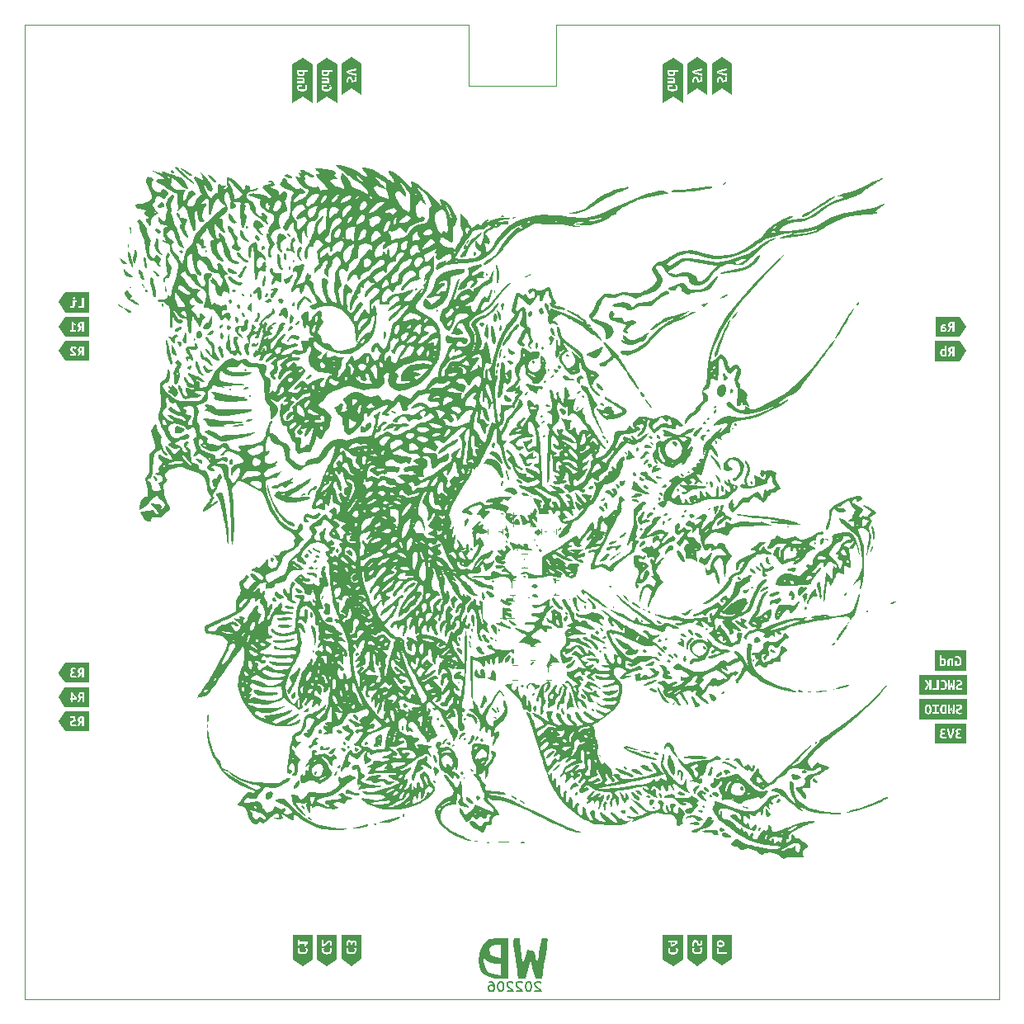
<source format=gbo>
G04 #@! TF.GenerationSoftware,KiCad,Pcbnew,(6.0.5)*
G04 #@! TF.CreationDate,2022-06-26T21:29:09+02:00*
G04 #@! TF.ProjectId,5x5x2-part2,35783578-322d-4706-9172-74322e6b6963,rev?*
G04 #@! TF.SameCoordinates,Original*
G04 #@! TF.FileFunction,Legend,Bot*
G04 #@! TF.FilePolarity,Positive*
%FSLAX46Y46*%
G04 Gerber Fmt 4.6, Leading zero omitted, Abs format (unit mm)*
G04 Created by KiCad (PCBNEW (6.0.5)) date 2022-06-26 21:29:09*
%MOMM*%
%LPD*%
G01*
G04 APERTURE LIST*
G04 #@! TA.AperFunction,Profile*
%ADD10C,0.100000*%
G04 #@! TD*
%ADD11C,0.150000*%
%ADD12C,0.120000*%
G04 APERTURE END LIST*
D10*
X240000000Y-38000000D02*
X240000000Y-138000000D01*
X240000000Y-138000000D02*
X140000000Y-138000000D01*
X140000000Y-138000000D02*
X140000000Y-38000000D01*
X194500000Y-38000000D02*
X194500000Y-44300000D01*
X185500000Y-38000000D02*
X140000000Y-38000000D01*
X194500000Y-38000000D02*
X240000000Y-38000000D01*
X194500000Y-44300000D02*
X185500000Y-44300000D01*
X185500000Y-44300000D02*
X185500000Y-38000000D01*
D11*
X192916666Y-136297619D02*
X192869047Y-136250000D01*
X192773809Y-136202380D01*
X192535714Y-136202380D01*
X192440476Y-136250000D01*
X192392857Y-136297619D01*
X192345238Y-136392857D01*
X192345238Y-136488095D01*
X192392857Y-136630952D01*
X192964285Y-137202380D01*
X192345238Y-137202380D01*
X191726190Y-136202380D02*
X191630952Y-136202380D01*
X191535714Y-136250000D01*
X191488095Y-136297619D01*
X191440476Y-136392857D01*
X191392857Y-136583333D01*
X191392857Y-136821428D01*
X191440476Y-137011904D01*
X191488095Y-137107142D01*
X191535714Y-137154761D01*
X191630952Y-137202380D01*
X191726190Y-137202380D01*
X191821428Y-137154761D01*
X191869047Y-137107142D01*
X191916666Y-137011904D01*
X191964285Y-136821428D01*
X191964285Y-136583333D01*
X191916666Y-136392857D01*
X191869047Y-136297619D01*
X191821428Y-136250000D01*
X191726190Y-136202380D01*
X191011904Y-136297619D02*
X190964285Y-136250000D01*
X190869047Y-136202380D01*
X190630952Y-136202380D01*
X190535714Y-136250000D01*
X190488095Y-136297619D01*
X190440476Y-136392857D01*
X190440476Y-136488095D01*
X190488095Y-136630952D01*
X191059523Y-137202380D01*
X190440476Y-137202380D01*
X190059523Y-136297619D02*
X190011904Y-136250000D01*
X189916666Y-136202380D01*
X189678571Y-136202380D01*
X189583333Y-136250000D01*
X189535714Y-136297619D01*
X189488095Y-136392857D01*
X189488095Y-136488095D01*
X189535714Y-136630952D01*
X190107142Y-137202380D01*
X189488095Y-137202380D01*
X188869047Y-136202380D02*
X188773809Y-136202380D01*
X188678571Y-136250000D01*
X188630952Y-136297619D01*
X188583333Y-136392857D01*
X188535714Y-136583333D01*
X188535714Y-136821428D01*
X188583333Y-137011904D01*
X188630952Y-137107142D01*
X188678571Y-137154761D01*
X188773809Y-137202380D01*
X188869047Y-137202380D01*
X188964285Y-137154761D01*
X189011904Y-137107142D01*
X189059523Y-137011904D01*
X189107142Y-136821428D01*
X189107142Y-136583333D01*
X189059523Y-136392857D01*
X189011904Y-136297619D01*
X188964285Y-136250000D01*
X188869047Y-136202380D01*
X187678571Y-136202380D02*
X187869047Y-136202380D01*
X187964285Y-136250000D01*
X188011904Y-136297619D01*
X188107142Y-136440476D01*
X188154761Y-136630952D01*
X188154761Y-137011904D01*
X188107142Y-137107142D01*
X188059523Y-137154761D01*
X187964285Y-137202380D01*
X187773809Y-137202380D01*
X187678571Y-137154761D01*
X187630952Y-137107142D01*
X187583333Y-137011904D01*
X187583333Y-136773809D01*
X187630952Y-136678571D01*
X187678571Y-136630952D01*
X187773809Y-136583333D01*
X187964285Y-136583333D01*
X188059523Y-136630952D01*
X188107142Y-136678571D01*
X188154761Y-136773809D01*
G36*
X168544450Y-42882431D02*
G01*
X168553181Y-42942756D01*
X168539291Y-43003081D01*
X168497619Y-43044356D01*
X168429753Y-43068169D01*
X168337281Y-43076106D01*
X168246397Y-43066780D01*
X168173769Y-43038800D01*
X168126144Y-42990183D01*
X168110269Y-42918944D01*
X168111856Y-42874494D01*
X168116619Y-42831631D01*
X168523019Y-42831631D01*
X168544450Y-42882431D01*
G37*
G36*
X168500000Y-45376261D02*
G01*
X167426189Y-46092136D01*
X167426189Y-44461994D01*
X167938819Y-44461994D01*
X167946955Y-44549505D01*
X167971362Y-44627888D01*
X168011844Y-44696348D01*
X168068200Y-44754094D01*
X168140431Y-44800528D01*
X168228537Y-44835056D01*
X168332320Y-44856488D01*
X168451581Y-44863631D01*
X168569652Y-44855297D01*
X168673038Y-44830294D01*
X168761342Y-44791003D01*
X168834169Y-44739806D01*
X168891120Y-44677497D01*
X168931800Y-44604869D01*
X168956208Y-44524303D01*
X168964344Y-44438181D01*
X168955613Y-44335788D01*
X168935769Y-44257206D01*
X168911956Y-44202438D01*
X168892906Y-44169894D01*
X168737331Y-44220694D01*
X168777019Y-44306419D01*
X168794481Y-44411194D01*
X168769081Y-44528669D01*
X168698438Y-44607250D01*
X168590488Y-44651700D01*
X168524408Y-44661820D01*
X168451581Y-44665194D01*
X168344425Y-44659020D01*
X168257906Y-44640499D01*
X168192025Y-44609631D01*
X168129517Y-44540972D01*
X168108681Y-44446119D01*
X168110269Y-44408019D01*
X168115031Y-44369919D01*
X168473806Y-44369919D01*
X168473806Y-44174656D01*
X167983269Y-44174656D01*
X167954694Y-44283400D01*
X167942787Y-44364958D01*
X167938819Y-44461994D01*
X167426189Y-44461994D01*
X167426189Y-44012731D01*
X167959456Y-44012731D01*
X168681769Y-44012731D01*
X168695659Y-43954192D01*
X168708756Y-43883350D01*
X168718281Y-43802983D01*
X168721456Y-43715869D01*
X168715305Y-43634509D01*
X168696850Y-43568231D01*
X168627000Y-43475362D01*
X168519050Y-43426944D01*
X168452970Y-43416228D01*
X168380144Y-43412656D01*
X167959456Y-43412656D01*
X167959456Y-43607919D01*
X168354744Y-43607919D01*
X168444834Y-43613872D01*
X168505556Y-43631731D01*
X168551594Y-43728569D01*
X168550006Y-43772225D01*
X168545244Y-43817469D01*
X167959456Y-43817469D01*
X167959456Y-44012731D01*
X167426189Y-44012731D01*
X167426189Y-42920531D01*
X167941994Y-42920531D01*
X167953459Y-43027511D01*
X167987855Y-43115617D01*
X168045181Y-43184850D01*
X168122440Y-43234680D01*
X168216631Y-43264578D01*
X168327756Y-43274544D01*
X168440910Y-43266165D01*
X168536953Y-43241030D01*
X168615888Y-43199137D01*
X168674537Y-43140841D01*
X168709726Y-43066493D01*
X168721456Y-42976094D01*
X168712725Y-42898306D01*
X168688119Y-42831631D01*
X169027844Y-42831631D01*
X169061181Y-42636369D01*
X167981681Y-42636369D01*
X167965806Y-42696297D01*
X167953106Y-42768131D01*
X167944772Y-42845125D01*
X167941994Y-42920531D01*
X167426189Y-42920531D01*
X167426189Y-42123739D01*
X168500000Y-41407864D01*
X169573811Y-42123739D01*
X169573811Y-46092136D01*
X168500000Y-45376261D01*
G37*
G36*
X236556103Y-69000000D02*
G01*
X235877270Y-70018249D01*
X233443897Y-70018249D01*
X233443897Y-69470694D01*
X233956527Y-69470694D01*
X234083527Y-69492919D01*
X234172824Y-69502444D01*
X234272440Y-69505619D01*
X234401821Y-69492919D01*
X234413054Y-69488156D01*
X234674077Y-69488156D01*
X234878865Y-69488156D01*
X234918354Y-69394692D01*
X234963796Y-69304800D01*
X235014001Y-69216098D01*
X235067777Y-69126206D01*
X235169377Y-69126206D01*
X235169377Y-69488156D01*
X235364640Y-69488156D01*
X235364640Y-68519781D01*
X235301934Y-68507875D01*
X235232877Y-68499938D01*
X235166202Y-68495969D01*
X235110640Y-68494381D01*
X235030471Y-68499144D01*
X234958240Y-68513431D01*
X234894740Y-68537641D01*
X234840765Y-68572169D01*
X234765359Y-68672975D01*
X234745713Y-68739452D01*
X234739165Y-68816644D01*
X234747896Y-68898400D01*
X234774090Y-68972219D01*
X234820524Y-69033734D01*
X234889977Y-69078581D01*
X234832827Y-69169863D01*
X234774090Y-69274638D01*
X234719321Y-69384175D01*
X234674077Y-69488156D01*
X234413054Y-69488156D01*
X234501040Y-69450850D01*
X234564540Y-69374650D01*
X234586765Y-69259556D01*
X234561365Y-69150019D01*
X234493102Y-69078581D01*
X234394677Y-69039688D01*
X234278790Y-69027781D01*
X234206956Y-69030956D01*
X234143852Y-69040481D01*
X234143852Y-69016669D01*
X234178777Y-68923800D01*
X234226402Y-68895820D01*
X234299427Y-68886494D01*
X234406584Y-68894431D01*
X234489927Y-68913481D01*
X234516915Y-68756319D01*
X234413727Y-68733300D01*
X234345862Y-68725561D01*
X234275615Y-68722981D01*
X234191279Y-68728339D01*
X234122421Y-68744412D01*
X234024790Y-68804737D01*
X233972402Y-68899987D01*
X233956527Y-69026194D01*
X233956527Y-69470694D01*
X233443897Y-69470694D01*
X233443897Y-67981751D01*
X235877270Y-67981751D01*
X236556103Y-69000000D01*
G37*
G36*
X234297840Y-69168275D02*
G01*
X234347846Y-69181769D01*
X234381977Y-69208756D01*
X234394677Y-69254794D01*
X234356577Y-69327025D01*
X234258152Y-69348456D01*
X234196240Y-69347663D01*
X234143852Y-69343694D01*
X234143852Y-69172244D01*
X234189890Y-69166688D01*
X234239102Y-69164306D01*
X234297840Y-69168275D01*
G37*
G36*
X235137627Y-68665037D02*
G01*
X235169377Y-68669006D01*
X235169377Y-68964281D01*
X235126515Y-68964281D01*
X235040393Y-68954558D01*
X234982052Y-68925387D01*
X234937602Y-68815056D01*
X234949509Y-68747588D01*
X234985227Y-68700756D01*
X235040393Y-68673372D01*
X235110640Y-68664244D01*
X235137627Y-68665037D01*
G37*
D12*
X191860436Y-101765000D02*
X192314564Y-101765000D01*
X191860436Y-103235000D02*
X192314564Y-103235000D01*
X194761252Y-96485000D02*
X194238748Y-96485000D01*
X194761252Y-95015000D02*
X194238748Y-95015000D01*
G36*
X206500000Y-45376261D02*
G01*
X205426189Y-46092136D01*
X205426189Y-44461994D01*
X205938819Y-44461994D01*
X205946955Y-44549505D01*
X205971362Y-44627888D01*
X206011844Y-44696348D01*
X206068200Y-44754094D01*
X206140431Y-44800528D01*
X206228537Y-44835056D01*
X206332320Y-44856488D01*
X206451581Y-44863631D01*
X206569652Y-44855297D01*
X206673038Y-44830294D01*
X206761342Y-44791003D01*
X206834169Y-44739806D01*
X206891120Y-44677497D01*
X206931800Y-44604869D01*
X206956208Y-44524303D01*
X206964344Y-44438181D01*
X206955613Y-44335788D01*
X206935769Y-44257206D01*
X206911956Y-44202438D01*
X206892906Y-44169894D01*
X206737331Y-44220694D01*
X206777019Y-44306419D01*
X206794481Y-44411194D01*
X206769081Y-44528669D01*
X206698438Y-44607250D01*
X206590488Y-44651700D01*
X206524408Y-44661820D01*
X206451581Y-44665194D01*
X206344425Y-44659020D01*
X206257906Y-44640499D01*
X206192025Y-44609631D01*
X206129517Y-44540972D01*
X206108681Y-44446119D01*
X206110269Y-44408019D01*
X206115031Y-44369919D01*
X206473806Y-44369919D01*
X206473806Y-44174656D01*
X205983269Y-44174656D01*
X205954694Y-44283400D01*
X205942787Y-44364958D01*
X205938819Y-44461994D01*
X205426189Y-44461994D01*
X205426189Y-44012731D01*
X205959456Y-44012731D01*
X206681769Y-44012731D01*
X206695659Y-43954192D01*
X206708756Y-43883350D01*
X206718281Y-43802983D01*
X206721456Y-43715869D01*
X206715305Y-43634509D01*
X206696850Y-43568231D01*
X206627000Y-43475362D01*
X206519050Y-43426944D01*
X206452970Y-43416228D01*
X206380144Y-43412656D01*
X205959456Y-43412656D01*
X205959456Y-43607919D01*
X206354744Y-43607919D01*
X206444834Y-43613872D01*
X206505556Y-43631731D01*
X206551594Y-43728569D01*
X206550006Y-43772225D01*
X206545244Y-43817469D01*
X205959456Y-43817469D01*
X205959456Y-44012731D01*
X205426189Y-44012731D01*
X205426189Y-42920531D01*
X205941994Y-42920531D01*
X205953459Y-43027511D01*
X205987855Y-43115617D01*
X206045181Y-43184850D01*
X206122440Y-43234680D01*
X206216631Y-43264578D01*
X206327756Y-43274544D01*
X206440910Y-43266165D01*
X206536953Y-43241030D01*
X206615888Y-43199137D01*
X206674537Y-43140841D01*
X206709726Y-43066493D01*
X206721456Y-42976094D01*
X206712725Y-42898306D01*
X206688119Y-42831631D01*
X207027844Y-42831631D01*
X207061181Y-42636369D01*
X205981681Y-42636369D01*
X205965806Y-42696297D01*
X205953106Y-42768131D01*
X205944772Y-42845125D01*
X205941994Y-42920531D01*
X205426189Y-42920531D01*
X205426189Y-42123739D01*
X206500000Y-41407864D01*
X207573811Y-42123739D01*
X207573811Y-46092136D01*
X206500000Y-45376261D01*
G37*
G36*
X206544450Y-42882431D02*
G01*
X206553181Y-42942756D01*
X206539291Y-43003081D01*
X206497619Y-43044356D01*
X206429753Y-43068169D01*
X206337281Y-43076106D01*
X206246397Y-43066780D01*
X206173769Y-43038800D01*
X206126144Y-42990183D01*
X206110269Y-42918944D01*
X206111856Y-42874494D01*
X206116619Y-42831631D01*
X206523019Y-42831631D01*
X206544450Y-42882431D01*
G37*
G36*
X145827837Y-68673769D02*
G01*
X145859587Y-68677737D01*
X145859587Y-68973012D01*
X145816725Y-68973012D01*
X145730603Y-68963289D01*
X145672262Y-68934119D01*
X145627812Y-68823787D01*
X145639718Y-68756319D01*
X145675437Y-68709487D01*
X145730603Y-68682103D01*
X145800850Y-68672975D01*
X145827837Y-68673769D01*
G37*
G36*
X146567480Y-70009518D02*
G01*
X144105532Y-70009518D01*
X143763779Y-69496888D01*
X144618162Y-69496888D01*
X145215062Y-69496888D01*
X145364287Y-69496888D01*
X145569075Y-69496888D01*
X145608564Y-69403423D01*
X145654006Y-69313531D01*
X145704211Y-69224830D01*
X145757987Y-69134938D01*
X145859587Y-69134938D01*
X145859587Y-69496888D01*
X146054850Y-69496888D01*
X146054850Y-68528512D01*
X145992143Y-68516606D01*
X145923087Y-68508669D01*
X145856412Y-68504700D01*
X145800850Y-68503112D01*
X145720681Y-68507875D01*
X145648450Y-68522162D01*
X145584950Y-68546372D01*
X145530975Y-68580900D01*
X145455568Y-68681706D01*
X145435923Y-68748183D01*
X145429375Y-68825375D01*
X145438106Y-68907131D01*
X145464300Y-68980950D01*
X145510734Y-69042466D01*
X145580187Y-69087313D01*
X145523037Y-69178594D01*
X145464300Y-69283369D01*
X145409531Y-69392906D01*
X145364287Y-69496888D01*
X145215062Y-69496888D01*
X145215062Y-69334963D01*
X145008687Y-69334963D01*
X145008687Y-68785687D01*
X145110287Y-68842044D01*
X145207125Y-68880937D01*
X145270625Y-68719012D01*
X145188075Y-68682500D01*
X145099175Y-68633287D01*
X145015037Y-68576137D01*
X144946775Y-68514225D01*
X144813425Y-68514225D01*
X144813425Y-69334963D01*
X144618162Y-69334963D01*
X144618162Y-69496888D01*
X143763779Y-69496888D01*
X143432520Y-69000000D01*
X144105532Y-67990482D01*
X146567480Y-67990482D01*
X146567480Y-70009518D01*
G37*
G36*
X146566422Y-105525393D02*
G01*
X144117174Y-105525393D01*
X143566928Y-104700025D01*
X144629804Y-104700025D01*
X144652029Y-104825438D01*
X144720291Y-104924656D01*
X144772679Y-104961963D01*
X144837766Y-104989744D01*
X144915951Y-105007008D01*
X145007629Y-105012763D01*
X145084623Y-105007206D01*
X145162410Y-104993713D01*
X145168690Y-104992125D01*
X145363229Y-104992125D01*
X145568016Y-104992125D01*
X145607505Y-104898661D01*
X145652948Y-104808769D01*
X145703152Y-104720067D01*
X145756929Y-104630175D01*
X145858529Y-104630175D01*
X145858529Y-104992125D01*
X146053791Y-104992125D01*
X146053791Y-104023750D01*
X145991085Y-104011844D01*
X145922029Y-104003906D01*
X145855354Y-103999938D01*
X145799791Y-103998350D01*
X145719623Y-104003112D01*
X145647391Y-104017400D01*
X145583891Y-104041609D01*
X145529916Y-104076137D01*
X145454510Y-104176944D01*
X145434865Y-104243420D01*
X145428316Y-104320612D01*
X145437048Y-104402369D01*
X145463241Y-104476187D01*
X145509676Y-104537703D01*
X145579129Y-104582550D01*
X145521979Y-104673831D01*
X145463241Y-104778606D01*
X145408473Y-104888144D01*
X145363229Y-104992125D01*
X145168690Y-104992125D01*
X145231466Y-104976250D01*
X145280679Y-104958788D01*
X145242579Y-104795275D01*
X145148123Y-104828613D01*
X145084424Y-104841709D01*
X145009216Y-104846075D01*
X144924087Y-104835359D01*
X144868723Y-104803213D01*
X144828241Y-104696850D01*
X144843719Y-104630770D01*
X144890154Y-104588106D01*
X144960401Y-104564889D01*
X145047316Y-104557150D01*
X145107641Y-104557150D01*
X145107641Y-104395225D01*
X145034616Y-104395225D01*
X144974291Y-104388875D01*
X144920316Y-104368237D01*
X144881423Y-104330137D01*
X144866341Y-104269812D01*
X144898885Y-104184881D01*
X144988579Y-104153925D01*
X145098910Y-104172181D01*
X145193366Y-104217425D01*
X145263216Y-104074550D01*
X145149710Y-104016606D01*
X145074502Y-103994580D01*
X144990166Y-103987237D01*
X144912974Y-103992397D01*
X144846498Y-104007875D01*
X144745691Y-104065819D01*
X144686954Y-104153925D01*
X144667904Y-104263462D01*
X144701241Y-104376175D01*
X144790141Y-104458725D01*
X144722474Y-104498016D01*
X144671873Y-104552388D01*
X144640321Y-104620253D01*
X144629804Y-104700025D01*
X143566928Y-104700025D01*
X143433578Y-104500000D01*
X144117174Y-103474607D01*
X146566422Y-103474607D01*
X146566422Y-105525393D01*
G37*
G36*
X145826779Y-104169006D02*
G01*
X145858529Y-104172975D01*
X145858529Y-104468250D01*
X145815666Y-104468250D01*
X145729544Y-104458527D01*
X145671204Y-104429356D01*
X145626754Y-104319025D01*
X145638660Y-104251556D01*
X145674379Y-104204725D01*
X145729544Y-104177341D01*
X145799791Y-104168212D01*
X145826779Y-104169006D01*
G37*
G36*
X145821752Y-109163450D02*
G01*
X145853502Y-109167419D01*
X145853502Y-109462694D01*
X145810639Y-109462694D01*
X145724517Y-109452970D01*
X145666177Y-109423800D01*
X145621727Y-109313469D01*
X145633633Y-109246000D01*
X145669352Y-109199169D01*
X145724517Y-109171784D01*
X145794764Y-109162656D01*
X145821752Y-109163450D01*
G37*
G36*
X146561394Y-110519836D02*
G01*
X144118497Y-110519836D01*
X143565077Y-109689706D01*
X144631127Y-109689706D01*
X144654939Y-109815913D01*
X144727964Y-109916719D01*
X144783130Y-109954819D01*
X144850202Y-109983394D01*
X144929180Y-110001253D01*
X145020064Y-110007206D01*
X145097852Y-110002444D01*
X145174052Y-109990538D01*
X145189739Y-109986569D01*
X145358202Y-109986569D01*
X145562989Y-109986569D01*
X145602478Y-109893105D01*
X145647920Y-109803213D01*
X145698125Y-109714511D01*
X145751902Y-109624619D01*
X145853502Y-109624619D01*
X145853502Y-109986569D01*
X146048764Y-109986569D01*
X146048764Y-109018194D01*
X145986058Y-109006287D01*
X145917002Y-108998350D01*
X145850327Y-108994381D01*
X145794764Y-108992794D01*
X145714595Y-108997556D01*
X145642364Y-109011844D01*
X145578864Y-109036053D01*
X145524889Y-109070581D01*
X145449483Y-109171387D01*
X145429838Y-109237864D01*
X145423289Y-109315056D01*
X145432020Y-109396812D01*
X145458214Y-109470631D01*
X145504649Y-109532147D01*
X145574102Y-109576994D01*
X145516952Y-109668275D01*
X145458214Y-109773050D01*
X145403445Y-109882588D01*
X145358202Y-109986569D01*
X145189739Y-109986569D01*
X145239933Y-109973869D01*
X145285177Y-109956406D01*
X145245489Y-109794481D01*
X145156589Y-109826231D01*
X145095867Y-109836947D01*
X145021652Y-109840519D01*
X144927195Y-109827819D01*
X144868458Y-109795275D01*
X144839089Y-109750031D01*
X144831152Y-109697644D01*
X144844645Y-109622238D01*
X144898620Y-109563500D01*
X145013714Y-109525400D01*
X145099836Y-109515280D01*
X145208977Y-109511906D01*
X145194689Y-109379945D01*
X145183577Y-109250762D01*
X145175242Y-109125152D01*
X145169289Y-109003906D01*
X144667639Y-109003906D01*
X144667639Y-109165831D01*
X145005777Y-109165831D01*
X145013714Y-109272194D01*
X145021652Y-109362681D01*
X144901531Y-109378909D01*
X144803635Y-109410659D01*
X144727964Y-109457931D01*
X144674166Y-109520373D01*
X144641886Y-109597631D01*
X144631127Y-109689706D01*
X143565077Y-109689706D01*
X143438606Y-109500000D01*
X144118497Y-108480164D01*
X146561394Y-108480164D01*
X146561394Y-110519836D01*
G37*
G36*
X145832070Y-71179325D02*
G01*
X145863820Y-71183294D01*
X145863820Y-71478569D01*
X145820958Y-71478569D01*
X145734836Y-71468845D01*
X145676495Y-71439675D01*
X145632045Y-71329344D01*
X145643952Y-71261875D01*
X145679670Y-71215044D01*
X145734836Y-71187659D01*
X145805083Y-71178531D01*
X145832070Y-71179325D01*
G37*
G36*
X146571713Y-72515074D02*
G01*
X144105003Y-72515074D01*
X143763250Y-72002444D01*
X144617633Y-72002444D01*
X145258983Y-72002444D01*
X145368520Y-72002444D01*
X145573308Y-72002444D01*
X145612797Y-71908980D01*
X145658239Y-71819088D01*
X145708444Y-71730386D01*
X145762220Y-71640494D01*
X145863820Y-71640494D01*
X145863820Y-72002444D01*
X146059083Y-72002444D01*
X146059083Y-71034069D01*
X145996377Y-71022162D01*
X145927320Y-71014225D01*
X145860645Y-71010256D01*
X145805083Y-71008669D01*
X145724914Y-71013431D01*
X145652683Y-71027719D01*
X145589183Y-71051928D01*
X145535208Y-71086456D01*
X145459802Y-71187262D01*
X145440156Y-71253739D01*
X145433608Y-71330931D01*
X145442339Y-71412687D01*
X145468533Y-71486506D01*
X145514967Y-71548022D01*
X145584420Y-71592869D01*
X145527270Y-71684150D01*
X145468533Y-71788925D01*
X145413764Y-71898463D01*
X145368520Y-72002444D01*
X145258983Y-72002444D01*
X145262952Y-71962756D01*
X145262158Y-71929419D01*
X145254816Y-71853219D01*
X145232789Y-71783369D01*
X145199452Y-71719273D01*
X145158177Y-71660338D01*
X145111345Y-71605966D01*
X145061339Y-71555563D01*
X145011333Y-71508136D01*
X144964502Y-71462694D01*
X144889889Y-71376969D01*
X144860520Y-71292831D01*
X144897033Y-71199962D01*
X144989108Y-71167419D01*
X145085945Y-71189644D01*
X145185958Y-71264256D01*
X145282795Y-71127731D01*
X145214335Y-71069787D01*
X145135952Y-71029306D01*
X145052806Y-71005494D01*
X144970058Y-70997556D01*
X144854170Y-71015019D01*
X144755745Y-71067406D01*
X144687483Y-71155512D01*
X144662083Y-71278544D01*
X144681133Y-71376175D01*
X144731933Y-71467456D01*
X144803370Y-71553181D01*
X144884333Y-71632556D01*
X144931958Y-71677800D01*
X144982758Y-71731775D01*
X145023239Y-71788131D01*
X145039908Y-71840519D01*
X144617633Y-71840519D01*
X144617633Y-72002444D01*
X143763250Y-72002444D01*
X143428287Y-71500000D01*
X144105003Y-70484926D01*
X146571713Y-70484926D01*
X146571713Y-72515074D01*
G37*
X190988748Y-92265000D02*
X191511252Y-92265000D01*
X190988748Y-93735000D02*
X191511252Y-93735000D01*
X190261252Y-96485000D02*
X189738748Y-96485000D01*
X190261252Y-95015000D02*
X189738748Y-95015000D01*
X193015000Y-89738748D02*
X193015000Y-90261252D01*
X194485000Y-89738748D02*
X194485000Y-90261252D01*
G36*
X171000000Y-45376261D02*
G01*
X169926189Y-46092136D01*
X169926189Y-44461994D01*
X170438819Y-44461994D01*
X170446955Y-44549505D01*
X170471362Y-44627888D01*
X170511844Y-44696348D01*
X170568200Y-44754094D01*
X170640431Y-44800528D01*
X170728537Y-44835056D01*
X170832320Y-44856488D01*
X170951581Y-44863631D01*
X171069652Y-44855297D01*
X171173038Y-44830294D01*
X171261342Y-44791003D01*
X171334169Y-44739806D01*
X171391120Y-44677497D01*
X171431800Y-44604869D01*
X171456208Y-44524303D01*
X171464344Y-44438181D01*
X171455613Y-44335788D01*
X171435769Y-44257206D01*
X171411956Y-44202438D01*
X171392906Y-44169894D01*
X171237331Y-44220694D01*
X171277019Y-44306419D01*
X171294481Y-44411194D01*
X171269081Y-44528669D01*
X171198438Y-44607250D01*
X171090488Y-44651700D01*
X171024408Y-44661820D01*
X170951581Y-44665194D01*
X170844425Y-44659020D01*
X170757906Y-44640499D01*
X170692025Y-44609631D01*
X170629517Y-44540972D01*
X170608681Y-44446119D01*
X170610269Y-44408019D01*
X170615031Y-44369919D01*
X170973806Y-44369919D01*
X170973806Y-44174656D01*
X170483269Y-44174656D01*
X170454694Y-44283400D01*
X170442787Y-44364958D01*
X170438819Y-44461994D01*
X169926189Y-44461994D01*
X169926189Y-44012731D01*
X170459456Y-44012731D01*
X171181769Y-44012731D01*
X171195659Y-43954192D01*
X171208756Y-43883350D01*
X171218281Y-43802983D01*
X171221456Y-43715869D01*
X171215305Y-43634509D01*
X171196850Y-43568231D01*
X171127000Y-43475362D01*
X171019050Y-43426944D01*
X170952970Y-43416228D01*
X170880144Y-43412656D01*
X170459456Y-43412656D01*
X170459456Y-43607919D01*
X170854744Y-43607919D01*
X170944834Y-43613872D01*
X171005556Y-43631731D01*
X171051594Y-43728569D01*
X171050006Y-43772225D01*
X171045244Y-43817469D01*
X170459456Y-43817469D01*
X170459456Y-44012731D01*
X169926189Y-44012731D01*
X169926189Y-42920531D01*
X170441994Y-42920531D01*
X170453459Y-43027511D01*
X170487855Y-43115617D01*
X170545181Y-43184850D01*
X170622440Y-43234680D01*
X170716631Y-43264578D01*
X170827756Y-43274544D01*
X170940910Y-43266165D01*
X171036953Y-43241030D01*
X171115888Y-43199137D01*
X171174537Y-43140841D01*
X171209726Y-43066493D01*
X171221456Y-42976094D01*
X171212725Y-42898306D01*
X171188119Y-42831631D01*
X171527844Y-42831631D01*
X171561181Y-42636369D01*
X170481681Y-42636369D01*
X170465806Y-42696297D01*
X170453106Y-42768131D01*
X170444772Y-42845125D01*
X170441994Y-42920531D01*
X169926189Y-42920531D01*
X169926189Y-42123739D01*
X171000000Y-41407864D01*
X172073811Y-42123739D01*
X172073811Y-46092136D01*
X171000000Y-45376261D01*
G37*
G36*
X171044450Y-42882431D02*
G01*
X171053181Y-42942756D01*
X171039291Y-43003081D01*
X170997619Y-43044356D01*
X170929753Y-43068169D01*
X170837281Y-43076106D01*
X170746397Y-43066780D01*
X170673769Y-43038800D01*
X170626144Y-42990183D01*
X170610269Y-42918944D01*
X170611856Y-42874494D01*
X170616619Y-42831631D01*
X171023019Y-42831631D01*
X171044450Y-42882431D01*
G37*
G36*
X171000000Y-134596584D02*
G01*
X169974607Y-133912989D01*
X169974607Y-132973321D01*
X170487237Y-132973321D01*
X170502054Y-133101027D01*
X170546504Y-133206860D01*
X170620587Y-133290821D01*
X170694307Y-133338744D01*
X170782116Y-133372974D01*
X170884013Y-133393513D01*
X171000000Y-133400359D01*
X171115491Y-133392024D01*
X171217488Y-133367021D01*
X171305395Y-133327135D01*
X171378619Y-133274152D01*
X171436563Y-133209065D01*
X171478631Y-133132865D01*
X171504230Y-133047338D01*
X171512763Y-132954271D01*
X171504031Y-132859815D01*
X171484188Y-132785996D01*
X171460375Y-132732815D01*
X171441325Y-132700271D01*
X171285750Y-132751071D01*
X171326231Y-132839177D01*
X171342900Y-132957446D01*
X171326231Y-133047140D01*
X171270669Y-133124927D01*
X171166688Y-133180490D01*
X171093663Y-133196563D01*
X171004763Y-133201921D01*
X170901310Y-133195483D01*
X170815321Y-133176168D01*
X170746794Y-133143977D01*
X170679523Y-133067579D01*
X170657100Y-132954271D01*
X170674562Y-132828065D01*
X170709487Y-132747896D01*
X170555500Y-132698684D01*
X170508669Y-132810602D01*
X170492595Y-132886604D01*
X170487237Y-132973321D01*
X169974607Y-132973321D01*
X169974607Y-132557396D01*
X170507875Y-132557396D01*
X170547562Y-132561365D01*
X170580900Y-132560571D01*
X170657100Y-132553229D01*
X170726950Y-132531202D01*
X170791045Y-132497865D01*
X170849981Y-132456590D01*
X170904353Y-132409759D01*
X170954756Y-132359752D01*
X171002183Y-132309746D01*
X171047625Y-132262915D01*
X171133350Y-132188302D01*
X171217488Y-132158934D01*
X171310356Y-132195446D01*
X171342900Y-132287521D01*
X171320675Y-132384359D01*
X171246063Y-132484371D01*
X171382588Y-132581209D01*
X171440531Y-132512748D01*
X171481013Y-132434365D01*
X171504825Y-132351220D01*
X171512763Y-132268471D01*
X171495300Y-132152584D01*
X171442913Y-132054159D01*
X171354806Y-131985896D01*
X171231775Y-131960496D01*
X171134144Y-131979546D01*
X171042863Y-132030346D01*
X170957137Y-132101784D01*
X170877762Y-132182746D01*
X170832519Y-132230371D01*
X170778544Y-132281171D01*
X170722187Y-132321652D01*
X170669800Y-132338321D01*
X170669800Y-131916046D01*
X170507875Y-131916046D01*
X170507875Y-132557396D01*
X169974607Y-132557396D01*
X169974607Y-131403416D01*
X172025393Y-131403416D01*
X172025393Y-133912989D01*
X171000000Y-134596584D01*
G37*
G36*
X234347631Y-107919006D02*
G01*
X234376206Y-107922975D01*
X234376206Y-108583375D01*
X234358744Y-108584963D01*
X234341281Y-108584963D01*
X234229362Y-108559563D01*
X234156337Y-108489713D01*
X234116650Y-108384144D01*
X234107720Y-108320048D01*
X234104744Y-108250000D01*
X234114269Y-108126175D01*
X234147606Y-108019812D01*
X234212694Y-107945994D01*
X234319056Y-107918212D01*
X234347631Y-107919006D01*
G37*
G36*
X232753781Y-107934087D02*
G01*
X232800612Y-108007906D01*
X232822837Y-108116650D01*
X232827005Y-108180944D01*
X232828394Y-108250000D01*
X232827005Y-108319255D01*
X232822837Y-108384144D01*
X232800612Y-108492888D01*
X232753781Y-108565913D01*
X232672819Y-108592900D01*
X232592650Y-108565913D01*
X232545025Y-108492094D01*
X232522800Y-108383350D01*
X232518633Y-108319056D01*
X232517244Y-108250000D01*
X232518633Y-108180745D01*
X232522800Y-108115856D01*
X232545025Y-108007112D01*
X232591856Y-107934087D01*
X232672819Y-107907100D01*
X232753781Y-107934087D01*
G37*
G36*
X231806176Y-107224607D02*
G01*
X236693824Y-107224607D01*
X236693824Y-109275393D01*
X231806176Y-109275393D01*
X231806176Y-108250000D01*
X232318806Y-108250000D01*
X232324561Y-108369211D01*
X232341825Y-108472845D01*
X232370598Y-108560902D01*
X232410881Y-108633381D01*
X232480731Y-108705260D01*
X232567515Y-108748387D01*
X232671231Y-108762763D01*
X232777506Y-108748387D01*
X232790299Y-108742125D01*
X233153831Y-108742125D01*
X233777719Y-108742125D01*
X233777719Y-108580200D01*
X233563406Y-108580200D01*
X233563406Y-108250000D01*
X233906306Y-108250000D01*
X233914839Y-108376405D01*
X233940437Y-108482569D01*
X233981117Y-108569683D01*
X234034894Y-108638938D01*
X234100973Y-108691127D01*
X234178562Y-108727044D01*
X234266073Y-108747880D01*
X234361919Y-108754825D01*
X234464313Y-108749269D01*
X234571469Y-108731013D01*
X234571469Y-107772162D01*
X234487860Y-107759462D01*
X234693706Y-107759462D01*
X234698469Y-107881898D01*
X234703231Y-108007906D01*
X234708391Y-108135303D01*
X234714344Y-108261906D01*
X234721289Y-108387120D01*
X234729425Y-108510350D01*
X234738752Y-108629413D01*
X234749269Y-108742125D01*
X234911194Y-108742125D01*
X234946119Y-108638342D01*
X234981044Y-108527019D01*
X235015969Y-108414505D01*
X235050894Y-108307150D01*
X235086613Y-108411528D01*
X235123919Y-108524638D01*
X235160431Y-108637747D01*
X235193769Y-108742125D01*
X235355694Y-108742125D01*
X235367600Y-108629214D01*
X235377919Y-108509556D01*
X235380495Y-108473838D01*
X235514444Y-108473838D01*
X235536867Y-108596273D01*
X235604138Y-108687356D01*
X235674252Y-108729249D01*
X235765004Y-108754384D01*
X235876394Y-108762763D01*
X235986328Y-108756214D01*
X236071656Y-108736569D01*
X236181194Y-108688150D01*
X236124044Y-108529400D01*
X236021650Y-108577025D01*
X235955570Y-108593694D01*
X235876394Y-108599250D01*
X235794638Y-108588931D01*
X235743044Y-108560356D01*
X235716850Y-108519081D01*
X235709706Y-108472250D01*
X235727169Y-108418275D01*
X235771619Y-108376206D01*
X235831944Y-108342869D01*
X235898619Y-108315088D01*
X235990694Y-108278575D01*
X236077213Y-108226187D01*
X236141506Y-108147606D01*
X236166906Y-108030925D01*
X236144483Y-107907894D01*
X236077213Y-107815025D01*
X236009920Y-107771810D01*
X235927635Y-107745881D01*
X235830356Y-107737237D01*
X235745623Y-107742397D01*
X235672400Y-107757875D01*
X235558894Y-107803912D01*
X235616044Y-107954725D01*
X235704150Y-107916625D01*
X235816069Y-107900750D01*
X235902499Y-107913274D01*
X235954358Y-107950844D01*
X235971644Y-108013462D01*
X235955769Y-108063469D01*
X235915288Y-108101569D01*
X235859725Y-108130937D01*
X235798606Y-108154750D01*
X235702563Y-108193644D01*
X235610488Y-108250794D01*
X235541431Y-108339694D01*
X235521191Y-108399820D01*
X235514444Y-108473838D01*
X235380495Y-108473838D01*
X235386848Y-108385731D01*
X235394588Y-108260319D01*
X235401136Y-108133716D01*
X235406494Y-108006319D01*
X235410859Y-107880708D01*
X235414431Y-107759462D01*
X235233456Y-107759462D01*
X235235044Y-107854712D01*
X235236631Y-107953137D01*
X235238219Y-108052952D01*
X235239806Y-108152369D01*
X235241394Y-108250397D01*
X235242981Y-108346044D01*
X235244172Y-108437523D01*
X235244569Y-108523050D01*
X235212025Y-108411925D01*
X235177100Y-108292863D01*
X235146144Y-108184912D01*
X235123919Y-108107125D01*
X234981044Y-108107125D01*
X234961994Y-108181737D01*
X234934213Y-108280163D01*
X234900875Y-108396050D01*
X234865156Y-108523050D01*
X234865553Y-108437523D01*
X234866744Y-108346044D01*
X234868331Y-108250595D01*
X234869919Y-108153162D01*
X234871506Y-108054142D01*
X234873094Y-107953931D01*
X234874284Y-107854911D01*
X234874681Y-107759462D01*
X234693706Y-107759462D01*
X234487860Y-107759462D01*
X234446056Y-107753112D01*
X234336519Y-107748350D01*
X234243848Y-107755494D01*
X234159512Y-107776925D01*
X234085495Y-107813636D01*
X234023781Y-107866619D01*
X233974370Y-107936072D01*
X233937262Y-108022194D01*
X233914045Y-108126373D01*
X233906306Y-108250000D01*
X233563406Y-108250000D01*
X233563406Y-107921387D01*
X233777719Y-107921387D01*
X233777719Y-107759462D01*
X233153831Y-107759462D01*
X233153831Y-107921387D01*
X233366556Y-107921387D01*
X233366556Y-108580200D01*
X233153831Y-108580200D01*
X233153831Y-108742125D01*
X232790299Y-108742125D01*
X232865612Y-108705260D01*
X232935550Y-108633381D01*
X232975486Y-108560902D01*
X233004011Y-108472845D01*
X233021126Y-108369211D01*
X233026831Y-108250000D01*
X233020977Y-108130789D01*
X233003416Y-108027155D01*
X232974146Y-107939098D01*
X232933169Y-107866619D01*
X232862613Y-107794740D01*
X232775830Y-107751613D01*
X232672819Y-107737237D01*
X232566633Y-107751613D01*
X232478791Y-107794740D01*
X232409294Y-107866619D01*
X232369705Y-107939098D01*
X232341428Y-108027155D01*
X232324462Y-108130789D01*
X232318806Y-108250000D01*
X231806176Y-108250000D01*
X231806176Y-107224607D01*
G37*
G36*
X233368182Y-109724607D02*
G01*
X236631818Y-109724607D01*
X236631818Y-111775393D01*
X233368182Y-111775393D01*
X233368182Y-110950025D01*
X233880812Y-110950025D01*
X233903037Y-111075438D01*
X233971300Y-111174656D01*
X234023687Y-111211963D01*
X234088775Y-111239744D01*
X234166959Y-111257008D01*
X234258637Y-111262763D01*
X234335631Y-111257206D01*
X234413419Y-111243713D01*
X234482475Y-111226250D01*
X234531687Y-111208788D01*
X234493587Y-111045275D01*
X234399131Y-111078613D01*
X234335433Y-111091709D01*
X234260225Y-111096075D01*
X234175095Y-111085359D01*
X234119731Y-111053213D01*
X234079250Y-110946850D01*
X234094728Y-110880770D01*
X234141162Y-110838106D01*
X234211409Y-110814889D01*
X234298325Y-110807150D01*
X234358650Y-110807150D01*
X234358650Y-110645225D01*
X234285625Y-110645225D01*
X234225300Y-110638875D01*
X234171325Y-110618237D01*
X234132431Y-110580137D01*
X234117350Y-110519812D01*
X234149894Y-110434881D01*
X234239587Y-110403925D01*
X234349919Y-110422181D01*
X234444375Y-110467425D01*
X234514225Y-110324550D01*
X234400719Y-110266606D01*
X234376326Y-110259462D01*
X234615825Y-110259462D01*
X234637058Y-110360269D01*
X234662656Y-110472187D01*
X234692422Y-110592639D01*
X234726156Y-110719044D01*
X234750762Y-110805827D01*
X234776956Y-110893669D01*
X234804737Y-110982569D01*
X234833665Y-111071028D01*
X234863299Y-111157547D01*
X234893637Y-111242125D01*
X235095250Y-111242125D01*
X235134541Y-111125444D01*
X235176213Y-110994475D01*
X235189765Y-110950025D01*
X235468313Y-110950025D01*
X235490538Y-111075438D01*
X235558800Y-111174656D01*
X235611188Y-111211963D01*
X235676275Y-111239744D01*
X235754459Y-111257008D01*
X235846138Y-111262763D01*
X235923131Y-111257206D01*
X236000919Y-111243713D01*
X236069975Y-111226250D01*
X236119188Y-111208788D01*
X236081088Y-111045275D01*
X235986631Y-111078613D01*
X235922933Y-111091709D01*
X235847725Y-111096075D01*
X235762595Y-111085359D01*
X235707231Y-111053213D01*
X235666750Y-110946850D01*
X235682228Y-110880770D01*
X235728663Y-110838106D01*
X235798909Y-110814889D01*
X235885825Y-110807150D01*
X235946150Y-110807150D01*
X235946150Y-110645225D01*
X235873125Y-110645225D01*
X235812800Y-110638875D01*
X235758825Y-110618237D01*
X235719931Y-110580137D01*
X235704850Y-110519812D01*
X235737394Y-110434881D01*
X235827088Y-110403925D01*
X235937419Y-110422181D01*
X236031875Y-110467425D01*
X236101725Y-110324550D01*
X235988219Y-110266606D01*
X235913011Y-110244580D01*
X235828675Y-110237237D01*
X235751483Y-110242397D01*
X235685006Y-110257875D01*
X235584200Y-110315819D01*
X235525463Y-110403925D01*
X235506413Y-110513462D01*
X235539750Y-110626175D01*
X235628650Y-110708725D01*
X235560983Y-110748016D01*
X235510381Y-110802388D01*
X235478830Y-110870253D01*
X235468313Y-110950025D01*
X235189765Y-110950025D01*
X235204258Y-110902488D01*
X235231246Y-110810678D01*
X235257175Y-110719044D01*
X235281693Y-110629174D01*
X235304447Y-110542655D01*
X235325438Y-110459487D01*
X235351631Y-110348362D01*
X235369888Y-110259462D01*
X235163513Y-110259462D01*
X235151606Y-110341814D01*
X235134938Y-110436469D01*
X235114895Y-110538862D01*
X235092869Y-110644431D01*
X235069056Y-110750794D01*
X235043656Y-110855569D01*
X235017661Y-110954192D01*
X234992062Y-111042100D01*
X234966662Y-110955383D01*
X234941262Y-110857156D01*
X234916656Y-110752381D01*
X234893637Y-110646019D01*
X234872206Y-110540252D01*
X234852362Y-110437262D01*
X234834900Y-110342012D01*
X234820612Y-110259462D01*
X234615825Y-110259462D01*
X234376326Y-110259462D01*
X234325511Y-110244580D01*
X234241175Y-110237237D01*
X234163983Y-110242397D01*
X234097506Y-110257875D01*
X233996700Y-110315819D01*
X233937962Y-110403925D01*
X233918912Y-110513462D01*
X233952250Y-110626175D01*
X234041150Y-110708725D01*
X233973483Y-110748016D01*
X233922881Y-110802388D01*
X233891330Y-110870253D01*
X233880812Y-110950025D01*
X233368182Y-110950025D01*
X233368182Y-109724607D01*
G37*
X190511252Y-103765000D02*
X189988748Y-103765000D01*
X190511252Y-105235000D02*
X189988748Y-105235000D01*
G36*
X211500000Y-134565892D02*
G01*
X210485720Y-133889706D01*
X210485720Y-133377075D01*
X211018987Y-133377075D01*
X212001650Y-133377075D01*
X212001650Y-133180225D01*
X211180912Y-133180225D01*
X211180912Y-132759538D01*
X211018987Y-132759538D01*
X211018987Y-133377075D01*
X210485720Y-133377075D01*
X210485720Y-132297575D01*
X210998350Y-132297575D01*
X211005494Y-132373180D01*
X211026925Y-132441244D01*
X211061453Y-132501172D01*
X211107887Y-132552369D01*
X211165236Y-132593843D01*
X211232506Y-132624600D01*
X211308905Y-132643650D01*
X211393637Y-132650000D01*
X211477180Y-132643452D01*
X211553181Y-132623807D01*
X211620253Y-132592453D01*
X211677006Y-132550782D01*
X211722647Y-132499386D01*
X211756381Y-132438863D01*
X211777217Y-132370997D01*
X211784163Y-132297575D01*
X211777217Y-132223161D01*
X211756381Y-132155494D01*
X211722647Y-132095566D01*
X211677006Y-132044369D01*
X211620253Y-132002896D01*
X211553181Y-131972138D01*
X211477180Y-131953088D01*
X211393637Y-131946738D01*
X211308905Y-131953088D01*
X211232506Y-131972138D01*
X211165236Y-132002697D01*
X211107887Y-132043575D01*
X211061453Y-132094177D01*
X211026925Y-132153907D01*
X211005494Y-132221971D01*
X210998350Y-132297575D01*
X210485720Y-132297575D01*
X210485720Y-131434108D01*
X212514280Y-131434108D01*
X212514280Y-133889706D01*
X211500000Y-134565892D01*
G37*
G36*
X211482339Y-132155693D02*
G01*
X211553181Y-132182482D01*
X211599020Y-132229114D01*
X211614300Y-132297575D01*
X211599020Y-132364449D01*
X211553181Y-132412669D01*
X211482339Y-132441839D01*
X211392050Y-132451563D01*
X211301562Y-132442633D01*
X211230125Y-132415844D01*
X211183691Y-132369211D01*
X211168212Y-132300750D01*
X211183691Y-132233877D01*
X211230125Y-132185657D01*
X211301562Y-132156486D01*
X211392050Y-132146763D01*
X211482339Y-132155693D01*
G37*
X190090000Y-88038748D02*
X190090000Y-89461252D01*
X191910000Y-88038748D02*
X191910000Y-89461252D01*
G36*
X209000000Y-44519074D02*
G01*
X207985720Y-45195261D01*
X207985720Y-43741331D01*
X208498350Y-43741331D01*
X208503112Y-43819119D01*
X208515019Y-43895319D01*
X208531687Y-43961200D01*
X208549150Y-44006444D01*
X208711075Y-43966756D01*
X208679325Y-43877856D01*
X208668609Y-43817134D01*
X208665037Y-43742919D01*
X208677737Y-43648463D01*
X208710281Y-43589725D01*
X208755525Y-43560356D01*
X208807912Y-43552419D01*
X208883319Y-43565913D01*
X208942056Y-43619888D01*
X208980156Y-43734981D01*
X208990277Y-43821103D01*
X208993650Y-43930244D01*
X209125611Y-43915956D01*
X209254794Y-43904844D01*
X209380405Y-43896509D01*
X209501650Y-43890556D01*
X209501650Y-43388906D01*
X209339725Y-43388906D01*
X209339725Y-43727044D01*
X209233363Y-43734981D01*
X209142875Y-43742919D01*
X209126647Y-43622798D01*
X209094897Y-43524902D01*
X209047625Y-43449231D01*
X208985183Y-43395433D01*
X208907925Y-43363153D01*
X208815850Y-43352394D01*
X208689644Y-43376206D01*
X208588837Y-43449231D01*
X208550737Y-43504397D01*
X208522162Y-43571469D01*
X208504303Y-43650447D01*
X208498350Y-43741331D01*
X207985720Y-43741331D01*
X207985720Y-42972981D01*
X208518987Y-42972981D01*
X208635669Y-43012272D01*
X208766637Y-43053944D01*
X208858624Y-43081990D01*
X208950435Y-43108977D01*
X209042069Y-43134906D01*
X209131939Y-43159424D01*
X209218458Y-43182178D01*
X209301625Y-43203169D01*
X209412750Y-43229362D01*
X209501650Y-43247619D01*
X209501650Y-43041244D01*
X209419298Y-43029337D01*
X209324644Y-43012669D01*
X209222250Y-42992627D01*
X209116681Y-42970600D01*
X209010319Y-42946787D01*
X208905544Y-42921387D01*
X208806920Y-42895392D01*
X208719012Y-42869794D01*
X208805730Y-42844394D01*
X208903956Y-42818994D01*
X209008731Y-42794387D01*
X209115094Y-42771369D01*
X209220861Y-42749938D01*
X209323850Y-42730094D01*
X209419100Y-42712631D01*
X209501650Y-42698344D01*
X209501650Y-42493556D01*
X209400844Y-42514789D01*
X209288925Y-42540387D01*
X209168473Y-42570153D01*
X209042069Y-42603887D01*
X208955285Y-42628494D01*
X208867444Y-42654687D01*
X208778544Y-42682469D01*
X208690085Y-42711397D01*
X208603566Y-42741030D01*
X208518987Y-42771369D01*
X208518987Y-42972981D01*
X207985720Y-42972981D01*
X207985720Y-41980926D01*
X209000000Y-41304739D01*
X210014280Y-41980926D01*
X210014280Y-45195261D01*
X209000000Y-44519074D01*
G37*
G36*
X206668275Y-132266090D02*
G01*
X206581756Y-132325621D01*
X206490475Y-132381977D01*
X206399987Y-132429602D01*
X206399987Y-132207352D01*
X206746063Y-132207352D01*
X206668275Y-132266090D01*
G37*
G36*
X206500000Y-134606903D02*
G01*
X205474607Y-133923308D01*
X205474607Y-132983640D01*
X205987237Y-132983640D01*
X206002054Y-133111345D01*
X206046504Y-133217179D01*
X206120587Y-133301140D01*
X206194307Y-133349063D01*
X206282116Y-133383293D01*
X206384013Y-133403831D01*
X206500000Y-133410677D01*
X206615491Y-133402343D01*
X206717488Y-133377340D01*
X206805395Y-133337454D01*
X206878619Y-133284471D01*
X206936563Y-133219384D01*
X206978631Y-133143184D01*
X207004230Y-133057657D01*
X207012763Y-132964590D01*
X207004031Y-132870134D01*
X206984188Y-132796315D01*
X206960375Y-132743134D01*
X206941325Y-132710590D01*
X206785750Y-132761390D01*
X206826231Y-132849496D01*
X206842900Y-132967765D01*
X206826231Y-133057459D01*
X206770669Y-133135246D01*
X206666688Y-133190809D01*
X206593663Y-133206882D01*
X206504763Y-133212240D01*
X206401310Y-133205802D01*
X206315321Y-133186487D01*
X206246794Y-133154296D01*
X206179523Y-133077898D01*
X206157100Y-132964590D01*
X206174562Y-132838384D01*
X206209487Y-132758215D01*
X206055500Y-132709002D01*
X206008669Y-132820921D01*
X205992595Y-132896923D01*
X205987237Y-132983640D01*
X205474607Y-132983640D01*
X205474607Y-132207352D01*
X206007875Y-132207352D01*
X206239650Y-132207352D01*
X206239650Y-132616927D01*
X206382525Y-132616927D01*
X206448605Y-132582399D01*
X206523019Y-132539140D01*
X206602592Y-132489134D01*
X206684150Y-132434365D01*
X206766105Y-132375627D01*
X206846869Y-132313715D01*
X206922870Y-132250215D01*
X206990538Y-132186715D01*
X206990538Y-132012090D01*
X206399987Y-132012090D01*
X206399987Y-131905727D01*
X206239650Y-131905727D01*
X206239650Y-132012090D01*
X206007875Y-132012090D01*
X206007875Y-132207352D01*
X205474607Y-132207352D01*
X205474607Y-131393097D01*
X207525393Y-131393097D01*
X207525393Y-133923308D01*
X206500000Y-134606903D01*
G37*
G36*
X194138876Y-69165169D02*
G01*
X194229637Y-69343289D01*
X194237056Y-69367355D01*
X194310940Y-69605120D01*
X194377053Y-69790587D01*
X194377094Y-69790688D01*
X194390392Y-69913337D01*
X194306129Y-69928224D01*
X194155495Y-69837579D01*
X194080885Y-69769521D01*
X193969431Y-69595131D01*
X193915790Y-69387717D01*
X193923819Y-69203694D01*
X193997376Y-69099473D01*
X194034572Y-69092188D01*
X194138876Y-69165169D01*
G37*
G36*
X201766950Y-81940236D02*
G01*
X201785552Y-82003855D01*
X201768147Y-82116822D01*
X201753585Y-82130855D01*
X201680535Y-82074748D01*
X201616218Y-82003855D01*
X201557188Y-81903705D01*
X201634970Y-81876973D01*
X201648185Y-81876855D01*
X201766950Y-81940236D01*
G37*
G36*
X160266328Y-68777409D02*
G01*
X160282319Y-68886602D01*
X160258577Y-69001141D01*
X160169667Y-69132438D01*
X160052931Y-69175210D01*
X159970073Y-69117237D01*
X159960218Y-69060221D01*
X160010349Y-68929749D01*
X160121052Y-68812579D01*
X160232788Y-68763717D01*
X160266328Y-68777409D01*
G37*
G36*
X181304604Y-113103814D02*
G01*
X181336874Y-113266329D01*
X181298040Y-113452188D01*
X181286641Y-113475416D01*
X181244809Y-113605740D01*
X181302043Y-113721463D01*
X181456278Y-113856419D01*
X181617800Y-114024677D01*
X181708835Y-114199184D01*
X181715195Y-114335410D01*
X181625940Y-114388855D01*
X181505250Y-114338262D01*
X181324748Y-114213048D01*
X181280778Y-114177188D01*
X181078097Y-114048742D01*
X180867366Y-113976277D01*
X180698100Y-113969293D01*
X180619816Y-114037291D01*
X180618885Y-114050188D01*
X180687461Y-114125302D01*
X180745885Y-114134855D01*
X180853283Y-114190078D01*
X180861068Y-114309758D01*
X180773869Y-114424907D01*
X180724718Y-114450274D01*
X180532063Y-114560341D01*
X180464671Y-114616950D01*
X180307119Y-114712706D01*
X180231837Y-114727521D01*
X180137567Y-114804127D01*
X180110885Y-114987087D01*
X180075396Y-115250986D01*
X179985998Y-115452571D01*
X179868298Y-115566486D01*
X179747899Y-115567373D01*
X179654000Y-115439541D01*
X179659098Y-115296658D01*
X179722919Y-115054742D01*
X179824704Y-114783375D01*
X179968113Y-114433971D01*
X180106603Y-114075405D01*
X180184814Y-113858247D01*
X180288309Y-113603729D01*
X180408133Y-113460134D01*
X180594418Y-113372462D01*
X180641057Y-113357711D01*
X180871964Y-113266768D01*
X181035403Y-113166008D01*
X181053591Y-113147485D01*
X181168145Y-113049147D01*
X181212860Y-113034188D01*
X181304604Y-113103814D01*
G37*
G36*
X220645052Y-106456492D02*
G01*
X220671402Y-106481032D01*
X220554330Y-106494393D01*
X220496885Y-106495212D01*
X220342849Y-106486384D01*
X220324696Y-106464407D01*
X220348718Y-106456492D01*
X220563452Y-106443324D01*
X220645052Y-106456492D01*
G37*
G36*
X189482102Y-83814379D02*
G01*
X189556799Y-84001835D01*
X189620997Y-84246208D01*
X189660003Y-84491820D01*
X189659704Y-84679577D01*
X189632709Y-84782719D01*
X189597553Y-84750912D01*
X189540759Y-84569643D01*
X189533675Y-84543855D01*
X189433298Y-84160027D01*
X189381257Y-83913784D01*
X189373972Y-83781531D01*
X189407863Y-83739675D01*
X189411602Y-83739521D01*
X189482102Y-83814379D01*
G37*
G36*
X194301848Y-112548870D02*
G01*
X194313110Y-112628178D01*
X194202061Y-112781005D01*
X194013815Y-112974672D01*
X193770785Y-113184766D01*
X193593649Y-113282088D01*
X193499236Y-113259215D01*
X193488218Y-113206467D01*
X193549554Y-113067284D01*
X193700493Y-112880868D01*
X193891432Y-112696402D01*
X194072769Y-112563067D01*
X194174322Y-112526188D01*
X194301848Y-112548870D01*
G37*
G36*
X188945236Y-96991922D02*
G01*
X189136736Y-97059154D01*
X189263445Y-97113490D01*
X189515754Y-97214905D01*
X189723704Y-97276230D01*
X189784052Y-97284328D01*
X189908880Y-97355040D01*
X189932218Y-97455521D01*
X189866297Y-97581833D01*
X189694661Y-97620614D01*
X189456500Y-97571949D01*
X189218532Y-97454004D01*
X189016171Y-97294771D01*
X188879170Y-97131652D01*
X188840141Y-97006819D01*
X188853517Y-96982000D01*
X188945236Y-96991922D01*
G37*
G36*
X192032051Y-67470135D02*
G01*
X192098220Y-67556435D01*
X192065934Y-67705581D01*
X192039627Y-67766362D01*
X191913389Y-67940678D01*
X191775884Y-67985939D01*
X191667412Y-67891253D01*
X191658067Y-67869467D01*
X191629829Y-67642835D01*
X191710737Y-67479477D01*
X191866113Y-67416423D01*
X192032051Y-67470135D01*
G37*
G36*
X193738467Y-73289139D02*
G01*
X193759152Y-73308588D01*
X193817157Y-73423801D01*
X193759152Y-73511788D01*
X193683327Y-73553464D01*
X193658169Y-73450939D01*
X193657552Y-73410188D01*
X193674626Y-73275614D01*
X193738467Y-73289139D01*
G37*
G36*
X214806192Y-103111778D02*
G01*
X214824218Y-103207858D01*
X214789675Y-103348129D01*
X214739552Y-103382188D01*
X214663612Y-103313973D01*
X214654885Y-103260185D01*
X214706485Y-103116036D01*
X214739552Y-103085855D01*
X214806192Y-103111778D01*
G37*
G36*
X194529523Y-73371159D02*
G01*
X194536561Y-73372913D01*
X194718097Y-73443301D01*
X194741430Y-73538728D01*
X194656618Y-73647255D01*
X194514981Y-73740707D01*
X194400119Y-73681031D01*
X194331004Y-73572270D01*
X194269317Y-73406660D01*
X194330835Y-73344138D01*
X194529523Y-73371159D01*
G37*
G36*
X197552815Y-97609184D02*
G01*
X197602392Y-97754948D01*
X197578184Y-97885647D01*
X197570516Y-97894423D01*
X197465229Y-97924044D01*
X197440740Y-97908488D01*
X197389788Y-97786821D01*
X197391283Y-97636571D01*
X197441059Y-97544171D01*
X197458493Y-97540188D01*
X197552815Y-97609184D01*
G37*
G36*
X187259812Y-100628213D02*
G01*
X187307552Y-100703770D01*
X187356689Y-100847453D01*
X187475048Y-101032283D01*
X187476885Y-101034624D01*
X187615596Y-101260596D01*
X187623801Y-101399291D01*
X187512529Y-101433797D01*
X187292807Y-101347197D01*
X187278452Y-101338967D01*
X187156994Y-101212271D01*
X187023172Y-100999839D01*
X186918725Y-100776390D01*
X186884218Y-100633241D01*
X186956862Y-100599338D01*
X187095885Y-100588188D01*
X187259812Y-100628213D01*
G37*
G36*
X160220711Y-69581189D02*
G01*
X160311857Y-69719681D01*
X160372580Y-69925828D01*
X160383552Y-70055292D01*
X160347856Y-70257671D01*
X160253224Y-70321266D01*
X160143105Y-70257208D01*
X160074843Y-70109432D01*
X160047516Y-69893253D01*
X160063079Y-69685162D01*
X160123484Y-69561649D01*
X160125303Y-69560480D01*
X160220711Y-69581189D01*
G37*
G36*
X162429624Y-67552025D02*
G01*
X162516670Y-67697484D01*
X162567021Y-67898699D01*
X162525306Y-68015361D01*
X162421758Y-68017970D01*
X162304737Y-67904269D01*
X162224708Y-67717024D01*
X162235367Y-67557335D01*
X162331548Y-67483913D01*
X162341758Y-67483521D01*
X162429624Y-67552025D01*
G37*
G36*
X158762147Y-70069816D02*
G01*
X158856937Y-70228310D01*
X158989188Y-70413719D01*
X159172341Y-70546538D01*
X159307416Y-70628515D01*
X159385694Y-70744266D01*
X159429312Y-70943293D01*
X159452218Y-71172427D01*
X159502490Y-71525258D01*
X159599335Y-71780166D01*
X159727385Y-71961361D01*
X159909315Y-72222064D01*
X159964098Y-72406444D01*
X159897347Y-72499163D01*
X159714675Y-72484881D01*
X159558832Y-72422016D01*
X159377546Y-72305597D01*
X159159666Y-72125021D01*
X158933738Y-71910325D01*
X158728308Y-71691544D01*
X158571922Y-71498714D01*
X158493124Y-71361868D01*
X158504813Y-71312989D01*
X158715049Y-71320503D01*
X158886207Y-71480893D01*
X158956516Y-71631071D01*
X159055025Y-71829285D01*
X159145805Y-71880951D01*
X159213542Y-71808685D01*
X159242919Y-71635101D01*
X159218624Y-71382817D01*
X159194485Y-71279656D01*
X159081129Y-71014304D01*
X158897840Y-70727429D01*
X158803368Y-70612006D01*
X158625978Y-70381798D01*
X158548095Y-70204122D01*
X158551266Y-70151138D01*
X158646993Y-70033656D01*
X158762147Y-70069816D01*
G37*
G36*
X207758678Y-100566570D02*
G01*
X207873692Y-100735262D01*
X207881552Y-100806779D01*
X207814294Y-100837768D01*
X207649937Y-100806147D01*
X207479385Y-100738853D01*
X207316349Y-100627994D01*
X207318497Y-100544498D01*
X207482033Y-100504771D01*
X207533826Y-100503521D01*
X207758678Y-100566570D01*
G37*
G36*
X190752231Y-84758219D02*
G01*
X190917027Y-84869932D01*
X191011455Y-84986791D01*
X191011985Y-84988355D01*
X190989469Y-85076771D01*
X190872056Y-85089946D01*
X190712538Y-85035473D01*
X190566748Y-84924335D01*
X190473756Y-84780719D01*
X190473760Y-84693757D01*
X190582623Y-84687533D01*
X190752231Y-84758219D01*
G37*
G36*
X191906458Y-63612397D02*
G01*
X191907392Y-63666785D01*
X191784984Y-63759687D01*
X191735589Y-63786873D01*
X191484888Y-63897457D01*
X191327459Y-63925874D01*
X191286885Y-63887362D01*
X191356920Y-63815384D01*
X191522342Y-63725235D01*
X191716126Y-63646663D01*
X191871244Y-63609414D01*
X191906458Y-63612397D01*
G37*
G36*
X150395415Y-67155046D02*
G01*
X150699265Y-67282143D01*
X150867687Y-67407358D01*
X150890184Y-67518816D01*
X150784114Y-67594880D01*
X150660895Y-67565233D01*
X150480612Y-67438484D01*
X150384477Y-67347846D01*
X150101611Y-67056003D01*
X150395415Y-67155046D01*
G37*
G36*
X163259173Y-66996688D02*
G01*
X163257104Y-67258291D01*
X163248614Y-67435008D01*
X163238724Y-67483521D01*
X163160450Y-67440798D01*
X163027057Y-67351720D01*
X162878940Y-67212931D01*
X162858262Y-67065344D01*
X162966477Y-66868018D01*
X163047927Y-66763855D01*
X163256128Y-66509855D01*
X163259173Y-66996688D01*
G37*
G36*
X157654735Y-70825257D02*
G01*
X157671637Y-70863957D01*
X157749937Y-71132530D01*
X157706898Y-71292981D01*
X157531615Y-71357594D01*
X157246317Y-71343240D01*
X156821325Y-71286863D01*
X157036105Y-71710711D01*
X157165403Y-72005341D01*
X157239594Y-72256041D01*
X157250660Y-72425803D01*
X157202504Y-72478855D01*
X157110719Y-72426156D01*
X157026345Y-72351076D01*
X156875078Y-72268381D01*
X156774652Y-72325397D01*
X156769916Y-72488410D01*
X156780177Y-72624953D01*
X156724104Y-72631905D01*
X156631859Y-72518820D01*
X156586066Y-72430177D01*
X156526398Y-72203584D01*
X156597203Y-72078991D01*
X156712604Y-72055521D01*
X156808304Y-72023172D01*
X156808976Y-71992021D01*
X156619820Y-71597727D01*
X156529308Y-71324743D01*
X156540724Y-71154452D01*
X156657353Y-71068232D01*
X156882478Y-71047466D01*
X156974912Y-71051413D01*
X157223707Y-71056431D01*
X157350848Y-71021489D01*
X157402172Y-70931540D01*
X157406662Y-70909654D01*
X157470274Y-70714812D01*
X157555683Y-70686211D01*
X157654735Y-70825257D01*
G37*
G36*
X218701127Y-59394208D02*
G01*
X218595834Y-59386252D01*
X218362352Y-59416269D01*
X218035473Y-59476281D01*
X217649988Y-59558306D01*
X217240688Y-59654366D01*
X216842362Y-59756481D01*
X216489803Y-59856671D01*
X216217801Y-59946956D01*
X216124313Y-59985233D01*
X215840126Y-60133571D01*
X215482895Y-60345728D01*
X215115086Y-60583976D01*
X214990233Y-60670193D01*
X214018020Y-61263789D01*
X213007885Y-61697972D01*
X212373932Y-61886087D01*
X211795083Y-62006628D01*
X211258516Y-62059075D01*
X210721639Y-62040592D01*
X210141863Y-61948346D01*
X209476594Y-61779501D01*
X209109218Y-61668797D01*
X208484374Y-61520627D01*
X207932387Y-61499848D01*
X207412311Y-61608459D01*
X207029587Y-61770443D01*
X206558664Y-62025606D01*
X206202550Y-62254498D01*
X205969042Y-62448835D01*
X205865935Y-62600331D01*
X205901024Y-62700700D01*
X206082106Y-62741658D01*
X206115250Y-62742188D01*
X206347702Y-62692372D01*
X206605013Y-62528270D01*
X206742576Y-62408851D01*
X207007973Y-62203031D01*
X207291106Y-62041331D01*
X207436256Y-61986102D01*
X207771410Y-61945919D01*
X208252328Y-61963402D01*
X208866049Y-62037224D01*
X209599614Y-62166055D01*
X209998218Y-62248718D01*
X210548556Y-62347045D01*
X211039825Y-62380699D01*
X211524422Y-62345993D01*
X211552033Y-62340435D01*
X212912748Y-62340435D01*
X212929798Y-62404115D01*
X212967807Y-62453392D01*
X213066512Y-62544442D01*
X213182919Y-62560086D01*
X213364735Y-62496348D01*
X213551847Y-62404731D01*
X213843555Y-62232318D01*
X213977902Y-62102986D01*
X213959146Y-62029549D01*
X213791544Y-62024823D01*
X213479354Y-62101622D01*
X213453870Y-62109835D01*
X213147882Y-62212309D01*
X212976475Y-62282838D01*
X212912748Y-62340435D01*
X211552033Y-62340435D01*
X212054742Y-62239240D01*
X212670919Y-62060658D01*
X213328483Y-61842587D01*
X213860121Y-61641667D01*
X214305112Y-61437888D01*
X214702734Y-61211244D01*
X215092267Y-60941724D01*
X215501552Y-60618743D01*
X216005110Y-60262180D01*
X216511573Y-60009285D01*
X216835052Y-59909460D01*
X217042533Y-59880910D01*
X217103253Y-59911543D01*
X217025362Y-59992158D01*
X216817010Y-60113556D01*
X216538718Y-60243988D01*
X216296731Y-60360532D01*
X216064425Y-60501673D01*
X215814075Y-60689135D01*
X215517951Y-60944641D01*
X215148327Y-61289913D01*
X214908885Y-61520869D01*
X214549722Y-61864948D01*
X214219849Y-62172058D01*
X213943387Y-62420424D01*
X213744456Y-62588274D01*
X213659009Y-62649098D01*
X213490297Y-62701113D01*
X213252827Y-62699917D01*
X212942737Y-62654110D01*
X212586635Y-62610790D01*
X212228854Y-62600589D01*
X212033613Y-62614925D01*
X211657662Y-62727705D01*
X211263194Y-62939362D01*
X210905769Y-63211950D01*
X210640949Y-63507523D01*
X210581949Y-63606370D01*
X210273075Y-64081837D01*
X209900989Y-64441463D01*
X209488781Y-64670303D01*
X209059539Y-64753410D01*
X208839262Y-64734447D01*
X208514157Y-64652747D01*
X208311672Y-64535084D01*
X208185096Y-64346376D01*
X208132104Y-64203338D01*
X208051084Y-63981139D01*
X207978494Y-63831568D01*
X207965760Y-63814524D01*
X207857063Y-63794227D01*
X207627309Y-63804116D01*
X207321601Y-63841738D01*
X207248543Y-63853508D01*
X206914852Y-63906076D01*
X206691340Y-63923247D01*
X206521540Y-63899691D01*
X206348989Y-63830076D01*
X206203395Y-63754838D01*
X205916238Y-63560202D01*
X205746337Y-63374218D01*
X206031512Y-63374218D01*
X206039883Y-63482412D01*
X206154496Y-63487568D01*
X206197723Y-63477170D01*
X206433748Y-63491847D01*
X206537556Y-63556178D01*
X206633573Y-63623349D01*
X206752155Y-63641496D01*
X206941851Y-63609564D01*
X207196823Y-63541820D01*
X207592248Y-63459184D01*
X207948172Y-63435115D01*
X208054033Y-63443072D01*
X208305390Y-63512119D01*
X208562858Y-63637263D01*
X208784061Y-63789733D01*
X208926626Y-63940762D01*
X208952229Y-64052882D01*
X208968103Y-64204767D01*
X209112394Y-64315091D01*
X209309956Y-64350855D01*
X209442859Y-64311583D01*
X209627400Y-64184208D01*
X209880957Y-63954386D01*
X210220910Y-63607773D01*
X210258521Y-63568048D01*
X210997883Y-62785241D01*
X210301494Y-62684708D01*
X209851386Y-62609087D01*
X209349626Y-62508799D01*
X208919721Y-62409182D01*
X208434815Y-62294543D01*
X208067419Y-62240727D01*
X207774269Y-62255406D01*
X207512100Y-62346255D01*
X207237647Y-62520946D01*
X206939353Y-62760419D01*
X206683641Y-62952363D01*
X206437429Y-63099849D01*
X206304353Y-63155011D01*
X206119441Y-63249646D01*
X206031512Y-63374218D01*
X205746337Y-63374218D01*
X205717658Y-63342824D01*
X205689497Y-63292521D01*
X205586432Y-63075623D01*
X205509300Y-62911521D01*
X205359804Y-62777300D01*
X205101912Y-62751940D01*
X204953855Y-62778636D01*
X204790171Y-62867500D01*
X204769765Y-63021387D01*
X204893714Y-63248157D01*
X205043069Y-63428292D01*
X205293162Y-63761169D01*
X205406059Y-64075949D01*
X205398937Y-64424123D01*
X205390809Y-64470722D01*
X205260223Y-64766430D01*
X204999293Y-65066384D01*
X204644101Y-65343575D01*
X204230726Y-65570992D01*
X203795249Y-65721627D01*
X203690552Y-65743516D01*
X203391988Y-65827528D01*
X203113106Y-65951735D01*
X203087891Y-65966630D01*
X202865756Y-66083377D01*
X202674658Y-66116034D01*
X202457810Y-66061235D01*
X202158427Y-65915615D01*
X202149865Y-65911034D01*
X201762813Y-65761081D01*
X201382670Y-65745974D01*
X200966309Y-65867216D01*
X200770382Y-65959098D01*
X200559661Y-66051845D01*
X200372129Y-66081878D01*
X200132535Y-66055522D01*
X199980658Y-66025478D01*
X199617417Y-65980159D01*
X199384108Y-66029846D01*
X199266575Y-66180583D01*
X199245552Y-66339470D01*
X199194154Y-66540748D01*
X199076218Y-66744624D01*
X198955321Y-66952307D01*
X198906885Y-67138934D01*
X198851795Y-67294520D01*
X198709017Y-67514387D01*
X198554485Y-67700280D01*
X198370305Y-67923655D01*
X198277117Y-68088228D01*
X198279318Y-68155014D01*
X198400338Y-68211532D01*
X198629488Y-68279867D01*
X198818759Y-68324051D01*
X199349486Y-68477772D01*
X199798250Y-68692101D01*
X200142820Y-68950638D01*
X200360962Y-69236983D01*
X200430885Y-69513246D01*
X200381387Y-69695714D01*
X200254271Y-69887551D01*
X200081602Y-70064060D01*
X199895445Y-70200542D01*
X199727866Y-70272301D01*
X199610929Y-70254639D01*
X199576015Y-70171688D01*
X199574028Y-70019302D01*
X199580179Y-69789839D01*
X199581190Y-69766351D01*
X199541445Y-69473139D01*
X199382265Y-69213038D01*
X199086186Y-68964836D01*
X198764114Y-68773911D01*
X198315568Y-68505100D01*
X198028424Y-68260122D01*
X197897881Y-68030406D01*
X197919136Y-67807379D01*
X198087389Y-67582471D01*
X198093481Y-67576709D01*
X198230002Y-67395664D01*
X198378985Y-67118634D01*
X198485937Y-66863450D01*
X198778540Y-66290731D01*
X199046272Y-65968616D01*
X199416747Y-65596711D01*
X199998867Y-65650814D01*
X200413938Y-65669544D01*
X200721283Y-65632410D01*
X200877939Y-65580841D01*
X201062675Y-65524184D01*
X201302778Y-65494238D01*
X201634781Y-65488917D01*
X202095222Y-65506131D01*
X202142036Y-65508597D01*
X202588669Y-65527942D01*
X202900855Y-65528188D01*
X203112639Y-65507095D01*
X203258064Y-65462423D01*
X203315199Y-65431380D01*
X203563003Y-65310979D01*
X203761366Y-65246478D01*
X203958887Y-65152910D01*
X204213156Y-64971046D01*
X204478188Y-64741819D01*
X204707997Y-64506162D01*
X204856600Y-64305010D01*
X204881102Y-64249749D01*
X204867762Y-64071164D01*
X204725348Y-63825355D01*
X204655387Y-63734530D01*
X204431884Y-63375419D01*
X204371847Y-63052643D01*
X204475230Y-62758512D01*
X204648621Y-62562127D01*
X204869484Y-62408272D01*
X205084847Y-62324181D01*
X205135425Y-62318855D01*
X205323918Y-62294616D01*
X205545229Y-62211606D01*
X205831564Y-62054376D01*
X206215130Y-61807483D01*
X206248553Y-61785031D01*
X206927725Y-61418878D01*
X207638384Y-61215893D01*
X208386125Y-61175538D01*
X209176545Y-61297279D01*
X209694268Y-61455283D01*
X210118169Y-61596477D01*
X210466378Y-61679288D01*
X210816255Y-61717788D01*
X211183558Y-61726188D01*
X212119615Y-61656995D01*
X212976973Y-61444148D01*
X213778155Y-61079741D01*
X214545682Y-60555871D01*
X214567076Y-60538695D01*
X214862268Y-60311895D01*
X215145367Y-60113211D01*
X215362822Y-59979880D01*
X215391717Y-59965284D01*
X215592977Y-59829733D01*
X215716074Y-59674371D01*
X215722091Y-59657749D01*
X215855772Y-59424226D01*
X215996735Y-59270855D01*
X216602218Y-59270855D01*
X216674674Y-59334500D01*
X216813885Y-59355521D01*
X216973000Y-59326539D01*
X217025552Y-59270855D01*
X216953095Y-59207209D01*
X216813885Y-59186188D01*
X216654770Y-59215170D01*
X216602218Y-59270855D01*
X215996735Y-59270855D01*
X216113199Y-59144139D01*
X216420884Y-58875590D01*
X216799402Y-58875590D01*
X216817211Y-58930079D01*
X216838099Y-58932188D01*
X216944723Y-58874826D01*
X217075929Y-58750535D01*
X217183080Y-58625194D01*
X217171760Y-58606398D01*
X217051434Y-58666323D01*
X216887489Y-58775194D01*
X216799402Y-58875590D01*
X216420884Y-58875590D01*
X216462999Y-58838832D01*
X216873795Y-58529648D01*
X217314214Y-58237927D01*
X217752880Y-57985014D01*
X218158419Y-57792250D01*
X218499455Y-57680977D01*
X218655708Y-57662188D01*
X218825682Y-57683361D01*
X218834209Y-57745289D01*
X218683585Y-57845585D01*
X218376107Y-57981863D01*
X218330823Y-57999723D01*
X218098509Y-58095809D01*
X218010463Y-58148023D01*
X218071635Y-58157009D01*
X218286973Y-58123408D01*
X218661424Y-58047865D01*
X218676583Y-58044658D01*
X219024090Y-57979984D01*
X219350692Y-57934144D01*
X219571351Y-57917658D01*
X219974978Y-57876795D01*
X220385275Y-57749298D01*
X220831910Y-57521812D01*
X221344551Y-57180986D01*
X221555218Y-57024755D01*
X222200355Y-56567342D01*
X222795267Y-56208717D01*
X223319703Y-55960068D01*
X223692081Y-55844138D01*
X223931432Y-55772561D01*
X224004236Y-55703218D01*
X223912860Y-55650210D01*
X223659674Y-55627641D01*
X223655715Y-55627613D01*
X223430016Y-55615475D01*
X223356631Y-55581551D01*
X223438905Y-55523874D01*
X223680187Y-55440477D01*
X224083822Y-55329394D01*
X224223636Y-55293753D01*
X224924022Y-55100473D01*
X225517134Y-54895008D01*
X226064664Y-54654008D01*
X226465885Y-54445051D01*
X226877641Y-54230397D01*
X227274843Y-54044257D01*
X227625027Y-53899909D01*
X227895728Y-53810630D01*
X228054483Y-53789699D01*
X228062885Y-53791855D01*
X228038200Y-53841626D01*
X227891003Y-53946774D01*
X227650431Y-54087332D01*
X227564655Y-54133288D01*
X227205400Y-54339503D01*
X226794209Y-54601543D01*
X226410525Y-54868398D01*
X226351437Y-54912312D01*
X226020716Y-55157572D01*
X225751911Y-55341455D01*
X225504103Y-55483478D01*
X225236368Y-55603162D01*
X224907786Y-55720024D01*
X224477434Y-55853585D01*
X224213519Y-55932073D01*
X223622494Y-56114690D01*
X223155057Y-56282009D01*
X222769352Y-56454827D01*
X222423526Y-56653941D01*
X222075724Y-56900147D01*
X221761020Y-57150674D01*
X221123888Y-57627209D01*
X220544269Y-57958501D01*
X220006496Y-58152009D01*
X219525948Y-58214928D01*
X219079554Y-58253394D01*
X218632176Y-58346189D01*
X218215256Y-58480361D01*
X217860236Y-58642956D01*
X217598558Y-58821021D01*
X217461663Y-59001602D01*
X217448885Y-59070634D01*
X217468482Y-59128202D01*
X217546211Y-59161852D01*
X217710473Y-59173942D01*
X217989673Y-59166830D01*
X218359052Y-59146185D01*
X219089506Y-59096211D01*
X219683255Y-59040439D01*
X220172893Y-58969845D01*
X220591017Y-58875408D01*
X220970224Y-58748105D01*
X221343109Y-58578913D01*
X221742269Y-58358810D01*
X222188433Y-58086223D01*
X222588458Y-57861288D01*
X223027829Y-57669947D01*
X223533884Y-57504163D01*
X224133963Y-57355897D01*
X224855403Y-57217111D01*
X225494810Y-57114069D01*
X226117129Y-57014385D01*
X226602437Y-56922786D01*
X226982345Y-56831862D01*
X227288464Y-56734204D01*
X227512557Y-56641153D01*
X227886554Y-56479596D01*
X228115750Y-56405154D01*
X228198736Y-56414877D01*
X228134103Y-56505812D01*
X227920444Y-56675006D01*
X227624447Y-56875658D01*
X227369898Y-57052639D01*
X227257896Y-57163150D01*
X227279511Y-57216410D01*
X227291385Y-57219549D01*
X227417103Y-57278865D01*
X227439552Y-57319854D01*
X227369177Y-57397513D01*
X227152955Y-57451264D01*
X226783236Y-57482271D01*
X226308666Y-57491698D01*
X225300859Y-57564745D01*
X224313220Y-57784661D01*
X223326241Y-58157353D01*
X222320414Y-58688725D01*
X222286573Y-58709094D01*
X221934926Y-58920308D01*
X221631879Y-59094749D01*
X221355391Y-59238389D01*
X221083420Y-59357200D01*
X220793926Y-59457154D01*
X220464867Y-59544222D01*
X220074202Y-59624376D01*
X219599891Y-59703589D01*
X219019891Y-59787832D01*
X218312163Y-59883076D01*
X217618218Y-59973945D01*
X217480368Y-59941275D01*
X217448885Y-59905855D01*
X217501005Y-59843249D01*
X217678852Y-59763826D01*
X217914552Y-59692779D01*
X218328888Y-59581397D01*
X218587520Y-59495140D01*
X218640013Y-59465056D01*
X218915182Y-59465056D01*
X218954038Y-59510732D01*
X219124082Y-59526248D01*
X219390595Y-59515317D01*
X219718852Y-59481651D01*
X220074133Y-59428961D01*
X220421716Y-59360959D01*
X220726878Y-59281356D01*
X220773707Y-59266385D01*
X221047752Y-59168967D01*
X221238453Y-59088208D01*
X221308806Y-59039996D01*
X221307463Y-59037210D01*
X221212277Y-59040503D01*
X221011852Y-59092014D01*
X220861307Y-59141547D01*
X220580643Y-59215014D01*
X220202575Y-59280462D01*
X219798986Y-59325968D01*
X219711374Y-59332280D01*
X219372388Y-59362528D01*
X219101281Y-59403211D01*
X218939992Y-59447336D01*
X218915182Y-59465056D01*
X218640013Y-59465056D01*
X218701519Y-59429806D01*
X218701127Y-59394208D01*
G37*
G36*
X188235687Y-99655143D02*
G01*
X188344546Y-99750460D01*
X188396313Y-99917102D01*
X188408218Y-100167833D01*
X188402924Y-100408433D01*
X188389399Y-100560544D01*
X188379007Y-100588188D01*
X188308548Y-100532022D01*
X188224218Y-100440021D01*
X188101498Y-100271067D01*
X187954463Y-100037669D01*
X187920003Y-99978397D01*
X187812844Y-99780716D01*
X187789268Y-99681403D01*
X187846959Y-99632894D01*
X187902260Y-99613873D01*
X188104433Y-99610896D01*
X188235687Y-99655143D01*
G37*
G36*
X173554705Y-115048151D02*
G01*
X173756531Y-115144105D01*
X174048511Y-115299592D01*
X173679505Y-115487844D01*
X173454245Y-115630446D01*
X173158477Y-115855531D01*
X172840672Y-116125094D01*
X172687996Y-116265298D01*
X172101869Y-116753776D01*
X171533453Y-117087780D01*
X170963286Y-117278036D01*
X170797552Y-117307463D01*
X170356727Y-117397026D01*
X170074502Y-117514559D01*
X169954951Y-117658207D01*
X169950885Y-117693200D01*
X170001511Y-117805908D01*
X170099123Y-117805570D01*
X170247809Y-117828477D01*
X170473892Y-117928488D01*
X170647385Y-118031770D01*
X170893691Y-118173366D01*
X171103860Y-118257093D01*
X171197647Y-118267793D01*
X171257621Y-118228960D01*
X171187380Y-118147994D01*
X171023440Y-118038322D01*
X170829812Y-117907121D01*
X170764120Y-117817516D01*
X170803628Y-117733823D01*
X170819146Y-117717641D01*
X170962832Y-117649274D01*
X171231049Y-117584268D01*
X171579146Y-117533151D01*
X171619504Y-117528918D01*
X171950094Y-117489767D01*
X172218872Y-117447219D01*
X172378256Y-117409104D01*
X172395298Y-117401270D01*
X172486455Y-117289625D01*
X172416247Y-117184527D01*
X172305724Y-117135498D01*
X172176589Y-117083180D01*
X172199931Y-117021656D01*
X172279573Y-116960459D01*
X172477569Y-116863665D01*
X172648842Y-116855941D01*
X172740571Y-116936254D01*
X172744885Y-116969575D01*
X172817903Y-117075666D01*
X172977718Y-117143158D01*
X173385576Y-117240063D01*
X173631310Y-117327491D01*
X173713360Y-117403802D01*
X173630169Y-117467358D01*
X173380177Y-117516518D01*
X173337552Y-117521521D01*
X173094762Y-117562591D01*
X172974155Y-117633285D01*
X172928590Y-117761359D01*
X172928440Y-117762413D01*
X172876409Y-117905406D01*
X172748737Y-117915884D01*
X172716773Y-117907285D01*
X172268620Y-117808240D01*
X171946621Y-117811468D01*
X171825164Y-117853973D01*
X171674261Y-117961436D01*
X171677722Y-118054317D01*
X171840987Y-118151646D01*
X171919385Y-118183569D01*
X172097108Y-118259555D01*
X172134408Y-118318386D01*
X172049765Y-118401420D01*
X172025218Y-118420425D01*
X171883122Y-118489009D01*
X171675623Y-118512582D01*
X171378191Y-118489388D01*
X170966295Y-118417674D01*
X170474372Y-118309478D01*
X170134254Y-118237447D01*
X169912239Y-118212705D01*
X169764448Y-118233208D01*
X169682961Y-118272568D01*
X169528870Y-118341158D01*
X169460835Y-118292874D01*
X169476848Y-118117200D01*
X169574901Y-117803620D01*
X169586995Y-117770157D01*
X169770056Y-117267521D01*
X169469103Y-117267521D01*
X169278130Y-117277497D01*
X169227371Y-117319531D01*
X169272147Y-117392828D01*
X169309389Y-117519334D01*
X169326386Y-117751783D01*
X169325532Y-118043674D01*
X169309222Y-118348503D01*
X169279851Y-118619769D01*
X169239813Y-118810971D01*
X169195754Y-118876188D01*
X169099837Y-118801559D01*
X169004136Y-118615652D01*
X168927999Y-118375440D01*
X168890774Y-118137893D01*
X168898700Y-118001526D01*
X168929639Y-117832203D01*
X168903242Y-117804157D01*
X168816513Y-117881797D01*
X168710703Y-117963409D01*
X168586738Y-117974167D01*
X168381583Y-117916194D01*
X168329879Y-117898168D01*
X168099987Y-117822634D01*
X167937907Y-117779445D01*
X167908240Y-117775521D01*
X167832073Y-117829617D01*
X167875864Y-117982902D01*
X168033178Y-118221875D01*
X168237805Y-118467198D01*
X168520516Y-118786310D01*
X168702180Y-119000942D01*
X168796906Y-119130765D01*
X168818801Y-119195451D01*
X168781973Y-119214669D01*
X168774027Y-119214855D01*
X168664755Y-119161084D01*
X168477922Y-119021226D01*
X168288831Y-118856959D01*
X167829247Y-118374392D01*
X167529842Y-117922556D01*
X167392752Y-117504858D01*
X167384401Y-117413871D01*
X167368552Y-117055855D01*
X167703401Y-117055855D01*
X167927501Y-117071708D01*
X168038909Y-117139550D01*
X168087872Y-117267521D01*
X168191551Y-117456840D01*
X168360196Y-117518230D01*
X168560720Y-117461822D01*
X168760039Y-117297746D01*
X168925070Y-117036131D01*
X168937420Y-117007400D01*
X169030077Y-116859202D01*
X169176227Y-116777431D01*
X169405251Y-116758033D01*
X169746530Y-116796953D01*
X170052207Y-116853555D01*
X170614386Y-116883213D01*
X171195006Y-116748578D01*
X171799191Y-116448421D01*
X171837284Y-116424497D01*
X172135357Y-116208320D01*
X172285819Y-116023262D01*
X172301835Y-115847292D01*
X172250247Y-115733455D01*
X172169198Y-115528832D01*
X172156391Y-115325964D01*
X172208914Y-115183430D01*
X172279218Y-115150855D01*
X172389560Y-115219244D01*
X172406218Y-115285900D01*
X172430901Y-115351587D01*
X172525817Y-115337103D01*
X172722268Y-115235380D01*
X172781128Y-115201233D01*
X173082897Y-115046428D01*
X173319295Y-114996657D01*
X173554705Y-115048151D01*
G37*
G36*
X207094695Y-85675789D02*
G01*
X207119552Y-85813855D01*
X207085018Y-85984230D01*
X207005809Y-86016168D01*
X206918510Y-85895630D01*
X206916943Y-85891596D01*
X206869175Y-85695032D01*
X206929639Y-85610166D01*
X206992552Y-85602188D01*
X207094695Y-85675789D01*
G37*
G36*
X206532694Y-91536748D02*
G01*
X206569218Y-91692806D01*
X206526654Y-91855553D01*
X206369779Y-91948980D01*
X206308332Y-91966693D01*
X206067990Y-92070789D01*
X205893043Y-92204908D01*
X205737400Y-92349251D01*
X205665006Y-92346243D01*
X205675812Y-92195818D01*
X205736183Y-91992955D01*
X205900821Y-91660830D01*
X206118328Y-91485822D01*
X206383086Y-91460038D01*
X206532694Y-91536748D01*
G37*
G36*
X185821564Y-114400256D02*
G01*
X185972547Y-114475485D01*
X186016424Y-114537021D01*
X186007851Y-114630924D01*
X185915650Y-114623016D01*
X185786752Y-114519321D01*
X185775447Y-114506089D01*
X185708817Y-114405255D01*
X185775936Y-114392271D01*
X185821564Y-114400256D01*
G37*
G36*
X211849069Y-73818165D02*
G01*
X211860885Y-73887687D01*
X211923942Y-74049403D01*
X212001641Y-74129444D01*
X212095873Y-74274551D01*
X212057418Y-74421332D01*
X211909993Y-74506570D01*
X211858545Y-74510855D01*
X211738913Y-74479904D01*
X211731756Y-74429632D01*
X211731850Y-74301421D01*
X211681058Y-74186847D01*
X211625463Y-74005682D01*
X211654576Y-73837302D01*
X211753853Y-73750567D01*
X211773561Y-73748855D01*
X211849069Y-73818165D01*
G37*
G36*
X153719429Y-58983784D02*
G01*
X153877187Y-59108525D01*
X153932092Y-59261341D01*
X153922965Y-59300944D01*
X153845063Y-59419145D01*
X153723008Y-59415020D01*
X153544390Y-59308387D01*
X153397326Y-59158127D01*
X153364347Y-59020509D01*
X153449522Y-58939236D01*
X153509369Y-58932188D01*
X153719429Y-58983784D01*
G37*
G36*
X210538386Y-114150553D02*
G01*
X210563939Y-114293317D01*
X210542952Y-114537021D01*
X210495954Y-114825481D01*
X210446533Y-114984187D01*
X210372782Y-115051593D01*
X210252797Y-115066154D01*
X210241516Y-115066188D01*
X210121443Y-115035534D01*
X210119002Y-114913164D01*
X210129655Y-114875688D01*
X210254650Y-114518958D01*
X210372159Y-114272865D01*
X210470599Y-114146900D01*
X210538386Y-114150553D01*
G37*
G36*
X186292165Y-61366276D02*
G01*
X186312354Y-61408688D01*
X186321099Y-61592228D01*
X186225742Y-61711133D01*
X186157496Y-61726188D01*
X186063014Y-61652505D01*
X186037552Y-61514521D01*
X186085102Y-61356252D01*
X186189233Y-61299419D01*
X186292165Y-61366276D01*
G37*
G36*
X207846345Y-102930687D02*
G01*
X207857093Y-103122100D01*
X207848339Y-103164322D01*
X207766129Y-103348702D01*
X207655110Y-103368376D01*
X207599329Y-103325743D01*
X207547551Y-103184321D01*
X207555014Y-102991735D01*
X207614831Y-102844423D01*
X207634929Y-102827295D01*
X207762732Y-102817323D01*
X207846345Y-102930687D01*
G37*
G36*
X165646611Y-96762067D02*
G01*
X165744912Y-96917218D01*
X165800299Y-97083247D01*
X165802218Y-97111288D01*
X165736240Y-97183271D01*
X165593461Y-97197442D01*
X165456612Y-97152757D01*
X165420750Y-97116097D01*
X165400249Y-96977032D01*
X165442246Y-96811185D01*
X165520871Y-96702522D01*
X165550945Y-96693521D01*
X165646611Y-96762067D01*
G37*
G36*
X188021601Y-108087148D02*
G01*
X188178206Y-108212479D01*
X188323164Y-108374986D01*
X188404115Y-108522525D01*
X188408218Y-108551576D01*
X188363836Y-108630153D01*
X188241843Y-108576495D01*
X188058966Y-108398985D01*
X188025104Y-108359568D01*
X187887797Y-108168346D01*
X187878274Y-108067927D01*
X187905708Y-108051136D01*
X188021601Y-108087148D01*
G37*
G36*
X197506841Y-75065693D02*
G01*
X197719040Y-75190463D01*
X197805840Y-75369546D01*
X197806218Y-75383000D01*
X197865915Y-75577259D01*
X198010328Y-75773629D01*
X198017885Y-75780855D01*
X198164793Y-75974349D01*
X198229411Y-76169286D01*
X198229552Y-76176613D01*
X198288014Y-76385886D01*
X198392476Y-76536446D01*
X198561026Y-76739569D01*
X198657747Y-76890606D01*
X198712882Y-77048704D01*
X198646490Y-77169689D01*
X198579489Y-77228086D01*
X198435091Y-77443226D01*
X198405255Y-77719241D01*
X198494759Y-77988079D01*
X198523192Y-78029506D01*
X198623737Y-78226167D01*
X198650192Y-78355965D01*
X198690724Y-78503075D01*
X198795985Y-78749920D01*
X198945550Y-79049872D01*
X198991552Y-79135143D01*
X199182378Y-79494309D01*
X199290316Y-79731281D01*
X199322245Y-79867448D01*
X199285047Y-79924196D01*
X199247152Y-79929521D01*
X199181284Y-79857705D01*
X199058804Y-79660897D01*
X198895763Y-79367056D01*
X198708211Y-79004139D01*
X198658415Y-78903949D01*
X198458112Y-78475789D01*
X198279514Y-78053777D01*
X198141270Y-77684683D01*
X198062031Y-77415273D01*
X198059128Y-77401116D01*
X197927986Y-76809942D01*
X197786625Y-76346765D01*
X197619515Y-75970330D01*
X197411125Y-75639384D01*
X197380048Y-75597359D01*
X197177293Y-75318584D01*
X197075119Y-75145976D01*
X197066274Y-75055142D01*
X197143504Y-75021691D01*
X197208040Y-75018855D01*
X197506841Y-75065693D01*
G37*
G36*
X197654123Y-100881792D02*
G01*
X197752169Y-100969188D01*
X197866505Y-101071756D01*
X197982855Y-101096188D01*
X198174351Y-101163383D01*
X198399077Y-101333484D01*
X198611940Y-101559268D01*
X198767848Y-101793511D01*
X198822218Y-101975227D01*
X198792418Y-102155161D01*
X198700680Y-102178798D01*
X198543500Y-102046964D01*
X198539007Y-102042021D01*
X198430418Y-101890818D01*
X198398885Y-101802780D01*
X198329576Y-101670138D01*
X198153315Y-101506902D01*
X197917602Y-101351894D01*
X197748839Y-101271487D01*
X197513990Y-101147870D01*
X197333550Y-101003785D01*
X197244078Y-100891344D01*
X197278399Y-100848755D01*
X197445371Y-100842188D01*
X197654123Y-100881792D01*
G37*
G36*
X203266444Y-84460356D02*
G01*
X203443891Y-84561422D01*
X203554005Y-84675897D01*
X203563552Y-84711092D01*
X203495435Y-84811011D01*
X203323047Y-84828033D01*
X203161385Y-84784115D01*
X203091722Y-84697310D01*
X203053126Y-84555587D01*
X203060826Y-84439991D01*
X203092373Y-84416855D01*
X203266444Y-84460356D01*
G37*
G36*
X167655333Y-62218098D02*
G01*
X167664885Y-62276521D01*
X167619167Y-62389193D01*
X167580218Y-62403521D01*
X167505104Y-62334945D01*
X167495552Y-62276521D01*
X167541269Y-62163849D01*
X167580218Y-62149521D01*
X167655333Y-62218098D01*
G37*
G36*
X157081009Y-73114147D02*
G01*
X157081552Y-73198521D01*
X157037716Y-73366897D01*
X156902645Y-73396308D01*
X156714339Y-73314610D01*
X156620187Y-73244368D01*
X156652488Y-73182281D01*
X156787517Y-73105518D01*
X156977340Y-73012651D01*
X157060486Y-73010883D01*
X157081009Y-73114147D01*
G37*
G36*
X162381704Y-79018845D02*
G01*
X162402900Y-79077241D01*
X162398823Y-79091630D01*
X162309940Y-79163821D01*
X162088408Y-79208416D01*
X161773804Y-79227967D01*
X161476281Y-79231595D01*
X161335866Y-79217821D01*
X161341056Y-79184888D01*
X161377593Y-79167488D01*
X161572684Y-79110218D01*
X161853253Y-79053787D01*
X162002613Y-79031151D01*
X162258969Y-79005114D01*
X162381704Y-79018845D01*
G37*
G36*
X196659538Y-115852058D02*
G01*
X196677682Y-115875984D01*
X196783326Y-116075422D01*
X196762529Y-116193943D01*
X196620263Y-116211456D01*
X196596014Y-116206005D01*
X196377960Y-116225386D01*
X196244225Y-116331392D01*
X196077307Y-116477310D01*
X195971913Y-116488437D01*
X195943552Y-116397360D01*
X196006443Y-116211413D01*
X196160952Y-116001698D01*
X196355834Y-115835351D01*
X196385691Y-115818123D01*
X196543441Y-115768870D01*
X196659538Y-115852058D01*
G37*
G36*
X170040024Y-93772521D02*
G01*
X169974438Y-93859735D01*
X169903273Y-93886440D01*
X169799432Y-93865507D01*
X169800023Y-93801774D01*
X169884306Y-93705634D01*
X169991494Y-93697582D01*
X170040024Y-93772521D01*
G37*
G36*
X188417076Y-67807502D02*
G01*
X188487925Y-68001387D01*
X188492885Y-68070373D01*
X188456854Y-68307846D01*
X188367021Y-68471558D01*
X188250775Y-68525808D01*
X188174253Y-68485689D01*
X188104861Y-68335943D01*
X188073645Y-68110504D01*
X188082081Y-67881117D01*
X188131647Y-67719522D01*
X188157927Y-67692896D01*
X188293604Y-67689489D01*
X188417076Y-67807502D01*
G37*
G36*
X188223398Y-82636861D02*
G01*
X188335197Y-82687210D01*
X188549615Y-82873765D01*
X188753384Y-83183949D01*
X188923440Y-83572516D01*
X189036718Y-83994219D01*
X189052856Y-84095057D01*
X189066967Y-84382346D01*
X189015232Y-84523595D01*
X188903929Y-84513160D01*
X188753665Y-84363910D01*
X188632499Y-84183302D01*
X188577811Y-84049291D01*
X188577552Y-84043727D01*
X188527246Y-83926783D01*
X188399147Y-83736638D01*
X188308717Y-83621294D01*
X187965763Y-83304704D01*
X187577102Y-83111684D01*
X187267938Y-83062188D01*
X187096431Y-83035744D01*
X187072510Y-82948958D01*
X187195539Y-82790649D01*
X187249508Y-82738280D01*
X187518470Y-82592602D01*
X187861711Y-82557920D01*
X188223398Y-82636861D01*
G37*
G36*
X167691018Y-106454835D02*
G01*
X167753432Y-106554512D01*
X167761214Y-106742553D01*
X167719139Y-106948748D01*
X167648153Y-107085349D01*
X167507141Y-107181010D01*
X167378461Y-107168231D01*
X167326218Y-107060983D01*
X167365139Y-106877156D01*
X167459331Y-106676960D01*
X167574939Y-106516652D01*
X167678106Y-106452484D01*
X167691018Y-106454835D01*
G37*
G36*
X168867226Y-65929610D02*
G01*
X169062824Y-66064458D01*
X169257789Y-66235268D01*
X169400665Y-66397911D01*
X169442885Y-66492719D01*
X169388444Y-66554590D01*
X169247678Y-66510259D01*
X169054423Y-66372834D01*
X168995405Y-66319355D01*
X168750326Y-66086521D01*
X168504540Y-66378937D01*
X168336547Y-66628538D01*
X168221932Y-66888684D01*
X168206221Y-66951372D01*
X168134465Y-67197573D01*
X168043848Y-67288256D01*
X167973027Y-67255442D01*
X167925830Y-67115195D01*
X167925335Y-66888135D01*
X167967361Y-66648955D01*
X168013897Y-66525455D01*
X168187326Y-66264032D01*
X168402487Y-66042235D01*
X168613517Y-65902175D01*
X168722450Y-65874855D01*
X168867226Y-65929610D01*
G37*
G36*
X205807934Y-101851561D02*
G01*
X205826002Y-101868505D01*
X205883856Y-102012056D01*
X205833424Y-102147917D01*
X205723860Y-102196855D01*
X205582792Y-102137548D01*
X205513963Y-102073563D01*
X205453430Y-101920211D01*
X205514041Y-101811200D01*
X205648106Y-101777871D01*
X205807934Y-101851561D01*
G37*
G36*
X193968303Y-102548320D02*
G01*
X194067629Y-102677693D01*
X194251578Y-102790084D01*
X194462488Y-102924580D01*
X194676598Y-103130119D01*
X194720540Y-103184151D01*
X194943336Y-103476251D01*
X194490944Y-103450386D01*
X194220238Y-103443620D01*
X194063106Y-103474644D01*
X193964986Y-103561148D01*
X193917882Y-103636188D01*
X193838352Y-103841938D01*
X193768087Y-104134420D01*
X193739829Y-104313521D01*
X193682447Y-104779188D01*
X193669999Y-104297351D01*
X193649042Y-104025677D01*
X193607953Y-103828067D01*
X193570699Y-103761837D01*
X193560802Y-103667580D01*
X193664287Y-103495272D01*
X193697699Y-103454011D01*
X193859034Y-103186389D01*
X193919500Y-102855165D01*
X193921373Y-102804192D01*
X193933589Y-102604139D01*
X193954112Y-102524724D01*
X193968303Y-102548320D01*
G37*
G36*
X211187936Y-87413829D02*
G01*
X211166483Y-87577385D01*
X211101499Y-87779375D01*
X211015146Y-87951688D01*
X210900521Y-88128391D01*
X210826217Y-88222241D01*
X210818060Y-88226855D01*
X210783748Y-88152642D01*
X210730169Y-87964474D01*
X210701562Y-87845855D01*
X210654312Y-87613949D01*
X210660220Y-87502336D01*
X210730275Y-87467310D01*
X210797364Y-87464855D01*
X210993085Y-87420318D01*
X211081952Y-87363255D01*
X211161285Y-87329016D01*
X211187936Y-87413829D01*
G37*
G36*
X179115815Y-107714001D02*
G01*
X179230218Y-107837713D01*
X179247187Y-107937761D01*
X179158551Y-108076019D01*
X179010583Y-108095307D01*
X178866315Y-107993707D01*
X178838754Y-107950206D01*
X178787822Y-107757926D01*
X178823951Y-107683255D01*
X178957475Y-107648733D01*
X179115815Y-107714001D01*
G37*
G36*
X183659994Y-111749638D02*
G01*
X183666885Y-111811518D01*
X183609464Y-111915850D01*
X183478590Y-111917753D01*
X183336424Y-111816409D01*
X183289809Y-111707706D01*
X183376031Y-111646801D01*
X183562215Y-111633859D01*
X183659994Y-111749638D01*
G37*
G36*
X168307410Y-115095450D02*
G01*
X168383705Y-114982224D01*
X168487710Y-114931354D01*
X168560751Y-115017756D01*
X168585105Y-115077690D01*
X168633863Y-115183507D01*
X168670930Y-115168478D01*
X168712789Y-115013504D01*
X168735491Y-114903452D01*
X168807628Y-114658442D01*
X168892731Y-114516122D01*
X168969020Y-114492686D01*
X169014716Y-114604330D01*
X169019552Y-114692243D01*
X169028189Y-114864184D01*
X169051720Y-114877676D01*
X169086567Y-114742594D01*
X169106484Y-114614559D01*
X169442885Y-114614559D01*
X169512053Y-114882095D01*
X169689669Y-115064043D01*
X169930901Y-115146783D01*
X170190919Y-115116694D01*
X170424891Y-114960154D01*
X170456798Y-114922611D01*
X170588700Y-114658462D01*
X170621927Y-114367157D01*
X170560428Y-114104156D01*
X170408155Y-113924919D01*
X170384814Y-113912091D01*
X170102707Y-113854650D01*
X169831459Y-113936870D01*
X169608123Y-114131116D01*
X169469754Y-114409754D01*
X169442885Y-114614559D01*
X169106484Y-114614559D01*
X169129156Y-114468813D01*
X169144669Y-114346676D01*
X169175997Y-114069300D01*
X169178137Y-113932218D01*
X169143248Y-113907741D01*
X169063489Y-113968183D01*
X169042769Y-113986843D01*
X168900038Y-114098321D01*
X168822385Y-114134855D01*
X168766779Y-114088536D01*
X168826640Y-113944670D01*
X169005668Y-113695892D01*
X169071184Y-113614941D01*
X169624369Y-113614941D01*
X169686518Y-113626855D01*
X169794726Y-113568546D01*
X169877018Y-113485993D01*
X169945692Y-113392131D01*
X169896874Y-113398369D01*
X169802718Y-113446638D01*
X169643513Y-113551457D01*
X169624369Y-113614941D01*
X169071184Y-113614941D01*
X169104218Y-113574125D01*
X169305840Y-113305676D01*
X169409268Y-113087873D01*
X169442277Y-112858205D01*
X169442885Y-112811965D01*
X169473192Y-112542252D01*
X169575117Y-112417796D01*
X169765164Y-112423736D01*
X169845052Y-112449918D01*
X170000610Y-112545764D01*
X170022220Y-112640938D01*
X169906287Y-112693722D01*
X169866218Y-112695521D01*
X169728314Y-112748461D01*
X169696885Y-112822521D01*
X169770775Y-112918909D01*
X169977251Y-112946985D01*
X170293521Y-112905758D01*
X170491812Y-112857155D01*
X170728460Y-112809038D01*
X170897738Y-112840065D01*
X171059884Y-112942294D01*
X171292913Y-113085393D01*
X171456840Y-113101013D01*
X171591332Y-112991452D01*
X171604556Y-112973884D01*
X171709460Y-112877314D01*
X171825716Y-112924950D01*
X171846723Y-112941917D01*
X171961788Y-113100652D01*
X171974170Y-113259948D01*
X171887133Y-113361472D01*
X171822610Y-113372855D01*
X171655456Y-113446786D01*
X171570786Y-113667881D01*
X171559552Y-113840449D01*
X171529297Y-114036489D01*
X171449751Y-114080480D01*
X171337739Y-113976268D01*
X171225263Y-113764067D01*
X171026817Y-113434173D01*
X170806819Y-113250647D01*
X170561361Y-113140444D01*
X170451057Y-113129501D01*
X170477761Y-113212646D01*
X170643329Y-113384711D01*
X170730954Y-113462008D01*
X171017086Y-113750272D01*
X171163786Y-114012386D01*
X171183838Y-114090927D01*
X171268145Y-114334331D01*
X171396371Y-114521401D01*
X171398603Y-114523442D01*
X171537392Y-114738272D01*
X171514137Y-114977405D01*
X171333141Y-115233478D01*
X170998706Y-115499129D01*
X170738192Y-115653574D01*
X170484325Y-115787243D01*
X170293222Y-115880749D01*
X170211016Y-115912538D01*
X170113961Y-115872219D01*
X169934516Y-115772738D01*
X169885338Y-115743205D01*
X169580271Y-115606857D01*
X169272014Y-115589768D01*
X168903769Y-115690157D01*
X168850977Y-115710763D01*
X168612694Y-115790375D01*
X168464865Y-115789828D01*
X168383597Y-115742729D01*
X168287550Y-115570542D01*
X168274797Y-115448324D01*
X170204885Y-115448324D01*
X170231211Y-115484655D01*
X170333715Y-115465723D01*
X170547682Y-115383797D01*
X170601604Y-115361410D01*
X170784551Y-115271598D01*
X170867644Y-115203494D01*
X170865884Y-115190965D01*
X170771984Y-115194989D01*
X170593530Y-115249263D01*
X170396431Y-115328126D01*
X170246597Y-115405916D01*
X170204885Y-115448324D01*
X168274797Y-115448324D01*
X168262158Y-115327205D01*
X168307410Y-115095450D01*
G37*
G36*
X204807063Y-105276551D02*
G01*
X204781760Y-105344824D01*
X204667557Y-105435209D01*
X204446698Y-105552784D01*
X204174046Y-105673901D01*
X203904466Y-105774909D01*
X203692824Y-105832159D01*
X203638748Y-105837521D01*
X203513499Y-105799056D01*
X203497367Y-105739743D01*
X203592626Y-105656322D01*
X203790778Y-105567147D01*
X203866029Y-105542734D01*
X204147109Y-105438938D01*
X204399276Y-105313412D01*
X204429436Y-105294548D01*
X204613892Y-105210944D01*
X204754510Y-105207048D01*
X204807063Y-105276551D01*
G37*
G36*
X192470469Y-87799299D02*
G01*
X192539252Y-88017167D01*
X192518019Y-88174185D01*
X192476461Y-88251523D01*
X192411656Y-88399288D01*
X192467431Y-88497868D01*
X192496181Y-88520225D01*
X192588120Y-88686720D01*
X192582088Y-88838415D01*
X192539257Y-89062470D01*
X192343607Y-88835162D01*
X192201163Y-88699800D01*
X192101628Y-88658396D01*
X192091561Y-88664103D01*
X192084738Y-88779071D01*
X192169858Y-88973386D01*
X192324260Y-89201735D01*
X192412577Y-89306021D01*
X192533657Y-89458430D01*
X192520847Y-89541122D01*
X192363759Y-89600229D01*
X192345218Y-89605169D01*
X192146397Y-89580685D01*
X192043593Y-89504562D01*
X191952266Y-89351186D01*
X191944815Y-89258730D01*
X191901142Y-89191542D01*
X191758587Y-89160051D01*
X191584218Y-89166264D01*
X191445099Y-89212184D01*
X191413885Y-89242855D01*
X191294465Y-89313980D01*
X191197221Y-89327521D01*
X191080930Y-89289935D01*
X191036341Y-89148304D01*
X191032885Y-89047370D01*
X190995589Y-88798459D01*
X190908578Y-88602870D01*
X190798283Y-88425013D01*
X190820051Y-88336020D01*
X190980039Y-88311523D01*
X190982188Y-88311521D01*
X191173376Y-88377605D01*
X191349639Y-88589992D01*
X191360333Y-88607855D01*
X191490093Y-88794459D01*
X191599774Y-88897241D01*
X191622696Y-88904188D01*
X191692809Y-88838161D01*
X191706041Y-88695403D01*
X191661771Y-88558898D01*
X191625552Y-88523188D01*
X191542707Y-88414039D01*
X191605111Y-88327462D01*
X191694036Y-88311521D01*
X191946744Y-88232323D01*
X192157725Y-88016416D01*
X192262057Y-87799050D01*
X192355460Y-87521641D01*
X192470469Y-87799299D01*
G37*
G36*
X167653228Y-66502650D02*
G01*
X167702318Y-66614296D01*
X167669600Y-66768881D01*
X167581255Y-66878912D01*
X167537068Y-66890855D01*
X167413985Y-66823021D01*
X167382643Y-66770045D01*
X167397650Y-66631317D01*
X167501081Y-66517934D01*
X167630088Y-66492001D01*
X167653228Y-66502650D01*
G37*
G36*
X171114616Y-97420054D02*
G01*
X171244544Y-97477944D01*
X171313704Y-97565631D01*
X171340272Y-97730011D01*
X171342533Y-98008051D01*
X171334397Y-98289727D01*
X171306491Y-98442941D01*
X171242154Y-98508534D01*
X171130867Y-98526968D01*
X170904059Y-98520965D01*
X170776385Y-98499594D01*
X170644340Y-98408345D01*
X170666467Y-98254002D01*
X170758405Y-98129333D01*
X170841312Y-97991381D01*
X170815226Y-97828989D01*
X170786102Y-97760536D01*
X170733341Y-97532824D01*
X170812743Y-97404232D01*
X171009041Y-97390583D01*
X171114616Y-97420054D01*
G37*
G36*
X204524910Y-118273435D02*
G01*
X204537218Y-118283521D01*
X204642443Y-118384972D01*
X204664218Y-118420888D01*
X204595073Y-118449322D01*
X204537218Y-118452855D01*
X204427416Y-118384299D01*
X204410218Y-118315488D01*
X204432487Y-118225644D01*
X204524910Y-118273435D01*
G37*
G36*
X194478370Y-96484513D02*
G01*
X194430058Y-96546766D01*
X194358870Y-96600270D01*
X194376634Y-96515432D01*
X194382662Y-96499370D01*
X194449734Y-96395692D01*
X194487867Y-96394947D01*
X194478370Y-96484513D01*
G37*
G36*
X195985217Y-106520234D02*
G01*
X196060740Y-106669890D01*
X196127793Y-106931352D01*
X196166217Y-107194544D01*
X196207219Y-107506114D01*
X196259031Y-107766790D01*
X196303000Y-107902154D01*
X196342498Y-108012085D01*
X196271358Y-108029723D01*
X196165623Y-108006698D01*
X195938491Y-108009413D01*
X195775508Y-108122232D01*
X195604885Y-108292855D01*
X195607885Y-108017688D01*
X195648685Y-107749082D01*
X195731885Y-107530855D01*
X195801981Y-107324569D01*
X195847133Y-107032034D01*
X195855885Y-106856545D01*
X195862596Y-106597707D01*
X195885462Y-106480321D01*
X195935170Y-106476595D01*
X195985217Y-106520234D01*
G37*
G36*
X192638019Y-70685224D02*
G01*
X192685128Y-70862183D01*
X192641272Y-71082590D01*
X192543235Y-71258408D01*
X192457405Y-71273506D01*
X192400754Y-71136429D01*
X192387552Y-70954855D01*
X192411784Y-70711541D01*
X192487460Y-70618093D01*
X192505493Y-70616188D01*
X192638019Y-70685224D01*
G37*
G36*
X189143320Y-66621809D02*
G01*
X189159377Y-66805434D01*
X189100373Y-67065206D01*
X189053502Y-67187188D01*
X188944423Y-67441188D01*
X188886283Y-67135054D01*
X188862092Y-66824519D01*
X188920784Y-66622549D01*
X189052277Y-66552188D01*
X189143320Y-66621809D01*
G37*
G36*
X199665461Y-117740259D02*
G01*
X199676530Y-117750766D01*
X199736656Y-117865389D01*
X199672267Y-117983113D01*
X199603811Y-118162589D01*
X199605234Y-118327389D01*
X199609692Y-118518104D01*
X199548637Y-118586824D01*
X199450840Y-118512926D01*
X199419133Y-118460792D01*
X199334842Y-118152900D01*
X199416639Y-117864980D01*
X199451518Y-117812870D01*
X199564426Y-117705019D01*
X199665461Y-117740259D01*
G37*
G36*
X199481056Y-86575066D02*
G01*
X199484146Y-86700803D01*
X199470335Y-86741536D01*
X199355251Y-86845328D01*
X199229394Y-86872188D01*
X199038589Y-86872188D01*
X199224385Y-86686392D01*
X199384875Y-86568111D01*
X199481056Y-86575066D01*
G37*
G36*
X150607385Y-65319083D02*
G01*
X150646885Y-65431444D01*
X150716462Y-65579297D01*
X150831908Y-65664278D01*
X151008195Y-65785238D01*
X151037226Y-65905675D01*
X150913041Y-65997900D01*
X150904316Y-66000765D01*
X150787025Y-66076177D01*
X150781219Y-66140722D01*
X150893345Y-66190341D01*
X150954987Y-66178387D01*
X151085223Y-66201548D01*
X151124815Y-66257282D01*
X151223425Y-66368761D01*
X151276185Y-66382855D01*
X151400074Y-66439910D01*
X151563205Y-66578841D01*
X151578218Y-66594521D01*
X151696214Y-66742657D01*
X151681030Y-66795601D01*
X151530509Y-66753315D01*
X151242497Y-66615762D01*
X151188662Y-66587626D01*
X150765315Y-66327210D01*
X150457173Y-66059432D01*
X150275664Y-65800225D01*
X150232217Y-65565522D01*
X150325152Y-65383788D01*
X150483502Y-65289742D01*
X150607385Y-65319083D01*
G37*
G36*
X161623701Y-65251754D02*
G01*
X161653552Y-65324521D01*
X161586110Y-65420410D01*
X161439860Y-65453332D01*
X161298913Y-65406479D01*
X161288964Y-65397379D01*
X161266849Y-65295530D01*
X161370399Y-65216532D01*
X161489215Y-65197521D01*
X161623701Y-65251754D01*
G37*
G36*
X159043452Y-79642780D02*
G01*
X159302217Y-79767550D01*
X159590708Y-79919080D01*
X159831534Y-80058415D01*
X159969544Y-80153101D01*
X160124395Y-80228524D01*
X160330770Y-80187486D01*
X160334889Y-80185928D01*
X160539530Y-80139725D01*
X160842545Y-80106753D01*
X161129897Y-80095137D01*
X161690134Y-80070825D01*
X162366339Y-80003072D01*
X163180688Y-79889609D01*
X163262218Y-79876967D01*
X163488466Y-79847083D01*
X163577868Y-79857777D01*
X163559719Y-79916902D01*
X163533945Y-79949806D01*
X163384939Y-80044258D01*
X163088414Y-80157662D01*
X162664377Y-80284284D01*
X162132836Y-80418390D01*
X161513795Y-80554247D01*
X161221036Y-80612678D01*
X160810108Y-80691895D01*
X160524563Y-80740393D01*
X160323202Y-80757865D01*
X160164829Y-80744002D01*
X160008245Y-80698494D01*
X159812253Y-80621032D01*
X159764909Y-80601763D01*
X159478137Y-80469694D01*
X159168569Y-80302579D01*
X158873207Y-80123751D01*
X158629053Y-79956543D01*
X158473107Y-79824287D01*
X158436218Y-79763897D01*
X158497336Y-79714253D01*
X158552293Y-79725378D01*
X158676114Y-79698963D01*
X158719792Y-79635909D01*
X158767084Y-79575031D01*
X158863631Y-79574758D01*
X159043452Y-79642780D01*
G37*
G36*
X207644676Y-88279771D02*
G01*
X207711191Y-88398730D01*
X207663800Y-88537949D01*
X207582013Y-88597369D01*
X207444486Y-88576852D01*
X207400342Y-88513215D01*
X207413958Y-88373832D01*
X207518080Y-88275766D01*
X207644676Y-88279771D01*
G37*
G36*
X187070533Y-68603103D02*
G01*
X187128189Y-68684062D01*
X187122940Y-68773823D01*
X187036159Y-68944837D01*
X186879577Y-68987920D01*
X186734289Y-68908392D01*
X186631949Y-68742763D01*
X186686301Y-68627768D01*
X186887353Y-68584193D01*
X186890107Y-68584188D01*
X187070533Y-68603103D01*
G37*
G36*
X182463640Y-113065128D02*
G01*
X182412676Y-112891587D01*
X182346354Y-112738674D01*
X182735552Y-112738674D01*
X182810712Y-112744287D01*
X183000055Y-112736350D01*
X183249370Y-112719147D01*
X183504447Y-112696958D01*
X183711076Y-112674066D01*
X183815048Y-112654753D01*
X183817694Y-112653198D01*
X183773659Y-112599408D01*
X183638128Y-112500536D01*
X183498498Y-112425124D01*
X183369149Y-112420845D01*
X183183559Y-112492478D01*
X183085152Y-112540248D01*
X182878046Y-112647698D01*
X182752671Y-112722352D01*
X182735552Y-112738674D01*
X182346354Y-112738674D01*
X182321821Y-112682110D01*
X182323196Y-112574889D01*
X182413468Y-112589154D01*
X182459495Y-112621654D01*
X182501605Y-112636388D01*
X182444054Y-112543904D01*
X182374828Y-112456192D01*
X182200130Y-112176953D01*
X182140028Y-111923763D01*
X182195521Y-111729446D01*
X182349739Y-111630830D01*
X182588704Y-111622862D01*
X182719750Y-111718985D01*
X182721223Y-111884116D01*
X182607902Y-112049075D01*
X182533070Y-112173107D01*
X182595681Y-112235856D01*
X182771936Y-112227764D01*
X182934930Y-112180436D01*
X183193459Y-112124739D01*
X183428664Y-112131049D01*
X183435895Y-112132772D01*
X183667003Y-112244339D01*
X183898661Y-112437952D01*
X184083101Y-112663801D01*
X184172556Y-112872077D01*
X184174885Y-112903374D01*
X184240822Y-113103132D01*
X184343397Y-113214361D01*
X184433580Y-113295615D01*
X184475340Y-113409422D01*
X184476189Y-113602599D01*
X184449230Y-113873942D01*
X184399715Y-114154896D01*
X184332919Y-114360592D01*
X184263603Y-114470451D01*
X184206530Y-114463897D01*
X184176459Y-114320350D01*
X184174885Y-114256389D01*
X184174885Y-114025146D01*
X183979799Y-114312834D01*
X183784714Y-114600521D01*
X184041262Y-114657240D01*
X184299880Y-114773934D01*
X184495058Y-114969195D01*
X184582905Y-115193657D01*
X184581062Y-115264389D01*
X184515447Y-115431738D01*
X184417283Y-115449363D01*
X184326165Y-115320733D01*
X184302870Y-115240006D01*
X184218872Y-115038893D01*
X184113320Y-114990219D01*
X184023032Y-115093506D01*
X183989749Y-115244073D01*
X183963218Y-115506625D01*
X183770351Y-115244300D01*
X183577885Y-115049619D01*
X183309199Y-114854365D01*
X183172366Y-114776686D01*
X182859180Y-114601249D01*
X182666060Y-114430544D01*
X182564093Y-114215950D01*
X182524362Y-113908846D01*
X182518509Y-113677258D01*
X182507300Y-113454820D01*
X182743472Y-113454820D01*
X182792020Y-113750966D01*
X182910650Y-113973618D01*
X183067290Y-114146759D01*
X183198978Y-114216663D01*
X183273602Y-114176450D01*
X183268084Y-114050188D01*
X183271788Y-113915598D01*
X183392643Y-113880855D01*
X183586735Y-113942731D01*
X183671325Y-114013204D01*
X183766457Y-114101449D01*
X183834462Y-114048604D01*
X183857042Y-114009970D01*
X183907277Y-113766967D01*
X183844047Y-113488515D01*
X183696176Y-113225524D01*
X183492489Y-113028903D01*
X183261811Y-112949562D01*
X183256626Y-112949521D01*
X182988046Y-113017774D01*
X182812904Y-113198315D01*
X182743472Y-113454820D01*
X182507300Y-113454820D01*
X182501919Y-113348045D01*
X182463640Y-113065128D01*
G37*
G36*
X152322566Y-61886856D02*
G01*
X152403305Y-62081476D01*
X152469330Y-62344639D01*
X152505936Y-62626270D01*
X152509079Y-62721021D01*
X152482061Y-62919487D01*
X152416598Y-62996744D01*
X152337375Y-62932291D01*
X152314694Y-62882461D01*
X152261408Y-62682073D01*
X152222437Y-62424195D01*
X152201284Y-62160346D01*
X152201454Y-61942047D01*
X152226449Y-61820818D01*
X152241816Y-61810855D01*
X152322566Y-61886856D01*
G37*
G36*
X226982698Y-89510387D02*
G01*
X227061336Y-89544683D01*
X227111957Y-89633447D01*
X227142609Y-89810199D01*
X227161337Y-90108460D01*
X227167681Y-90280974D01*
X227169167Y-90666666D01*
X227148451Y-90909871D01*
X227112916Y-91005196D01*
X227069948Y-90947251D01*
X227026930Y-90730641D01*
X226995075Y-90407021D01*
X226964816Y-90080517D01*
X226926545Y-89805651D01*
X226888345Y-89640003D01*
X226886921Y-89636434D01*
X226866372Y-89519744D01*
X226969624Y-89508000D01*
X226982698Y-89510387D01*
G37*
G36*
X152415059Y-57120835D02*
G01*
X152446052Y-57109550D01*
X152509616Y-57070511D01*
X152435067Y-57037028D01*
X152209015Y-57004608D01*
X152100321Y-56993515D01*
X151757748Y-56943825D01*
X151545742Y-56867310D01*
X151441707Y-56774499D01*
X151334202Y-56568477D01*
X151372647Y-56437086D01*
X151561281Y-56375675D01*
X151807913Y-56372956D01*
X152065363Y-56370593D01*
X152247530Y-56339268D01*
X152296689Y-56309456D01*
X152418317Y-56234386D01*
X152499790Y-56222855D01*
X152669763Y-56155571D01*
X152857579Y-55989596D01*
X153007484Y-55778741D01*
X153042594Y-55698944D01*
X153028253Y-55554535D01*
X152939150Y-55302561D01*
X152788824Y-54979944D01*
X152755174Y-54915067D01*
X152584200Y-54573701D01*
X152489694Y-54330960D01*
X152458167Y-54142008D01*
X152473113Y-53977542D01*
X152536399Y-53739251D01*
X152635897Y-53639747D01*
X152813003Y-53658972D01*
X152991272Y-53726439D01*
X153187931Y-53826997D01*
X153227997Y-53902290D01*
X153200246Y-53928597D01*
X153119909Y-54050166D01*
X153055222Y-54269523D01*
X153042561Y-54346164D01*
X153027424Y-54582582D01*
X153082577Y-54747394D01*
X153238451Y-54921675D01*
X153269602Y-54951033D01*
X153486714Y-55108960D01*
X153700055Y-55194101D01*
X153867550Y-55197916D01*
X153947123Y-55111864D01*
X153948885Y-55088913D01*
X154021539Y-54962899D01*
X154191599Y-54879318D01*
X154283058Y-54868188D01*
X154388811Y-54915975D01*
X154558043Y-55032495D01*
X154576884Y-55047141D01*
X154722698Y-55178853D01*
X154744608Y-55274356D01*
X154682983Y-55364641D01*
X154557478Y-55562116D01*
X154503527Y-55693688D01*
X154390976Y-55850339D01*
X154207695Y-55865759D01*
X153977745Y-55739027D01*
X153948885Y-55714855D01*
X153774771Y-55593286D01*
X153642576Y-55545521D01*
X153514255Y-55617209D01*
X153412237Y-55781625D01*
X153377445Y-55962795D01*
X153388879Y-56016512D01*
X153360841Y-56145238D01*
X153268399Y-56224542D01*
X153125142Y-56375192D01*
X153135881Y-56586059D01*
X153299322Y-56849838D01*
X153398552Y-56959706D01*
X153568959Y-57146234D01*
X153676097Y-57284791D01*
X153694885Y-57325258D01*
X153630398Y-57403372D01*
X153466571Y-57533529D01*
X153357791Y-57608764D01*
X153145031Y-57773215D01*
X153017036Y-57953111D01*
X152947043Y-58202510D01*
X152913407Y-58506370D01*
X152890552Y-58800218D01*
X152616871Y-58379370D01*
X152469204Y-58144900D01*
X152408944Y-58015212D01*
X152427835Y-57955366D01*
X152511037Y-57931466D01*
X152649793Y-57882545D01*
X152652985Y-57787908D01*
X152517980Y-57626295D01*
X152467218Y-57577521D01*
X152294473Y-57373255D01*
X152286369Y-57303279D01*
X153223606Y-57303279D01*
X153306829Y-57316837D01*
X153416643Y-57301270D01*
X153417954Y-57272368D01*
X153304637Y-57252157D01*
X153255677Y-57265684D01*
X153223606Y-57303279D01*
X152286369Y-57303279D01*
X152277244Y-57224491D01*
X152415059Y-57120835D01*
G37*
G36*
X200855220Y-106324810D02*
G01*
X200775050Y-106430620D01*
X200620769Y-106562031D01*
X200466636Y-106661628D01*
X200155845Y-106805641D01*
X199897751Y-106828426D01*
X199626431Y-106729601D01*
X199499552Y-106656007D01*
X199203218Y-106472521D01*
X199880552Y-106418527D01*
X200221861Y-106384954D01*
X200512055Y-106344970D01*
X200697594Y-106306207D01*
X200717604Y-106299202D01*
X200842373Y-106271903D01*
X200855220Y-106324810D01*
G37*
G36*
X204311408Y-83150696D02*
G01*
X204311353Y-83285056D01*
X204221921Y-83424614D01*
X204072577Y-83476826D01*
X203961590Y-83432004D01*
X203901778Y-83273677D01*
X203950893Y-83103242D01*
X204043376Y-83026137D01*
X204217454Y-83024688D01*
X204311408Y-83150696D01*
G37*
G36*
X215861385Y-91095771D02*
G01*
X215993613Y-91136137D01*
X215972446Y-91221316D01*
X215803919Y-91339074D01*
X215720453Y-91381353D01*
X215497717Y-91536989D01*
X215369403Y-91725086D01*
X215358700Y-91902555D01*
X215402683Y-91971852D01*
X215488035Y-91974406D01*
X215589193Y-91818051D01*
X215618440Y-91751663D01*
X215724455Y-91528032D01*
X215803165Y-91460100D01*
X215876147Y-91541440D01*
X215926442Y-91659950D01*
X216070976Y-91851325D01*
X216310890Y-92002069D01*
X216527605Y-92127837D01*
X216585783Y-92261933D01*
X216583952Y-92273140D01*
X216554111Y-92351721D01*
X216481149Y-92388948D01*
X216328936Y-92387639D01*
X216061345Y-92350613D01*
X215909755Y-92325740D01*
X215667964Y-92316564D01*
X215403336Y-92351219D01*
X215169544Y-92416551D01*
X215020262Y-92499404D01*
X214993552Y-92550284D01*
X214923092Y-92629303D01*
X214748485Y-92728430D01*
X214695809Y-92751654D01*
X214451402Y-92907598D01*
X214276148Y-93164986D01*
X214241951Y-93240259D01*
X214094232Y-93530057D01*
X213920007Y-93800148D01*
X213874940Y-93857824D01*
X213708594Y-94075012D01*
X213579867Y-94272102D01*
X213569091Y-94291835D01*
X213400626Y-94448046D01*
X213155904Y-94532183D01*
X212824867Y-94614091D01*
X212642521Y-94714593D01*
X212588280Y-94847869D01*
X212598512Y-94916131D01*
X212575692Y-95113762D01*
X212439073Y-95381893D01*
X212407931Y-95428264D01*
X212235623Y-95646376D01*
X212000216Y-95904773D01*
X211732813Y-96174014D01*
X211464516Y-96424654D01*
X211226429Y-96627251D01*
X211049654Y-96752362D01*
X210981909Y-96778188D01*
X210848697Y-96836583D01*
X210709840Y-96959479D01*
X210532710Y-97111907D01*
X210302236Y-97249981D01*
X210055527Y-97360531D01*
X209829693Y-97430383D01*
X209661841Y-97446365D01*
X209589082Y-97395306D01*
X209594107Y-97355521D01*
X209690193Y-97264516D01*
X209882708Y-97171284D01*
X209918663Y-97158655D01*
X210154728Y-97032915D01*
X210487520Y-96783926D01*
X210907179Y-96420020D01*
X211403847Y-95949526D01*
X211706866Y-95647735D01*
X211988678Y-95315364D01*
X212169201Y-95001562D01*
X212201934Y-94906675D01*
X212315821Y-94639238D01*
X212512599Y-94445275D01*
X212829226Y-94292966D01*
X212970244Y-94245175D01*
X213199797Y-94132049D01*
X213361578Y-93981713D01*
X213374223Y-93960572D01*
X213488945Y-93769331D01*
X213647782Y-93533736D01*
X213684807Y-93482198D01*
X213809209Y-93261007D01*
X213818557Y-93118195D01*
X213720293Y-93075961D01*
X213566951Y-93130707D01*
X213419619Y-93293053D01*
X213335155Y-93540717D01*
X213252956Y-93846287D01*
X213154751Y-94009856D01*
X213060286Y-94027607D01*
X212989305Y-93895722D01*
X212961552Y-93612950D01*
X212985147Y-93374121D01*
X213071490Y-93178517D01*
X213243911Y-93004278D01*
X213525743Y-92829546D01*
X213940319Y-92632462D01*
X214066988Y-92577331D01*
X214515805Y-92377062D01*
X214813161Y-92223999D01*
X214967397Y-92109340D01*
X214986855Y-92024280D01*
X214879875Y-91960016D01*
X214694589Y-91914947D01*
X214395626Y-91858862D01*
X214885089Y-91491031D01*
X215199367Y-91270075D01*
X215442184Y-91145105D01*
X215664760Y-91095386D01*
X215861385Y-91095771D01*
G37*
G36*
X199873037Y-80732011D02*
G01*
X199880552Y-80776188D01*
X199813785Y-80903316D01*
X199774718Y-80924355D01*
X199689743Y-80885059D01*
X199668885Y-80776188D01*
X199707897Y-80641901D01*
X199774718Y-80628021D01*
X199873037Y-80732011D01*
G37*
G36*
X166473492Y-66188792D02*
G01*
X166546557Y-66333956D01*
X166478657Y-66510933D01*
X166316203Y-66627218D01*
X166168510Y-66576162D01*
X166075472Y-66433635D01*
X166020870Y-66243707D01*
X166094533Y-66150996D01*
X166284653Y-66128855D01*
X166473492Y-66188792D01*
G37*
G36*
X164142007Y-56219137D02*
G01*
X164143463Y-56209937D01*
X164167702Y-55999419D01*
X164134502Y-55906810D01*
X164021879Y-55884436D01*
X163993252Y-55884188D01*
X163794762Y-55838419D01*
X163694320Y-55767753D01*
X163552416Y-55680040D01*
X163322051Y-55608850D01*
X163260620Y-55597419D01*
X163019371Y-55535848D01*
X162933726Y-55460946D01*
X163008277Y-55385111D01*
X163164102Y-55336808D01*
X163406229Y-55316987D01*
X163720927Y-55336260D01*
X164067396Y-55386066D01*
X164404838Y-55457843D01*
X164692451Y-55543028D01*
X164889438Y-55633060D01*
X164955552Y-55712759D01*
X165019077Y-55784795D01*
X165152400Y-55795015D01*
X165269638Y-55748223D01*
X165296567Y-55693688D01*
X165238785Y-55589857D01*
X165083623Y-55410472D01*
X164861973Y-55190522D01*
X164809733Y-55142328D01*
X164567302Y-54917513D01*
X164434601Y-54774953D01*
X164394582Y-54684653D01*
X164430194Y-54616615D01*
X164484900Y-54570828D01*
X164689175Y-54469814D01*
X164828552Y-54444855D01*
X165039505Y-54394293D01*
X165172203Y-54320547D01*
X165283435Y-54227636D01*
X165250409Y-54197389D01*
X165146052Y-54193547D01*
X164997296Y-54159517D01*
X164955552Y-54106188D01*
X165021292Y-54028468D01*
X165177260Y-54015682D01*
X165361573Y-54058355D01*
X165512348Y-54147011D01*
X165551759Y-54197470D01*
X165609970Y-54415160D01*
X165538854Y-54565949D01*
X165381542Y-54614188D01*
X165231299Y-54641248D01*
X165224589Y-54708808D01*
X165346956Y-54796439D01*
X165569385Y-54879613D01*
X165877770Y-54982434D01*
X166047004Y-55086928D01*
X166105460Y-55219467D01*
X166091252Y-55364709D01*
X166069030Y-55492007D01*
X166094816Y-55510977D01*
X166191948Y-55413463D01*
X166296468Y-55292987D01*
X166455374Y-55116979D01*
X166555558Y-55054609D01*
X166646381Y-55089163D01*
X166717842Y-55150304D01*
X166899055Y-55390818D01*
X166911887Y-55637027D01*
X166795493Y-55851515D01*
X166681426Y-56027116D01*
X166674029Y-56181627D01*
X166729632Y-56339355D01*
X166821926Y-56613126D01*
X166878151Y-56859488D01*
X166885136Y-57036603D01*
X166807747Y-57139907D01*
X166622040Y-57221725D01*
X166360533Y-57396900D01*
X166169991Y-57677022D01*
X166066502Y-58010349D01*
X166066156Y-58345141D01*
X166184476Y-58628908D01*
X166250985Y-58810120D01*
X166168668Y-58947035D01*
X165957000Y-59014028D01*
X165889640Y-59016855D01*
X165640919Y-59083466D01*
X165444560Y-59292117D01*
X165302713Y-59609521D01*
X165247183Y-59815588D01*
X165276590Y-59943777D01*
X165410110Y-60072249D01*
X165417724Y-60078368D01*
X165590073Y-60281031D01*
X165612991Y-60508770D01*
X165486580Y-60785577D01*
X165421218Y-60879521D01*
X165241750Y-61225538D01*
X165229510Y-61552436D01*
X165297197Y-61731754D01*
X165339916Y-61857492D01*
X165257965Y-61894812D01*
X165226642Y-61895521D01*
X165064453Y-61868383D01*
X165011996Y-61839077D01*
X164966077Y-61700314D01*
X164959139Y-61454547D01*
X164988837Y-61158988D01*
X165051499Y-60875257D01*
X165102605Y-60640189D01*
X165071285Y-60456341D01*
X164966832Y-60262774D01*
X164843328Y-59977850D01*
X164786696Y-59676961D01*
X164786218Y-59652661D01*
X164793962Y-59452699D01*
X164831088Y-59392427D01*
X164918443Y-59442419D01*
X164929070Y-59450988D01*
X165030661Y-59521381D01*
X165032421Y-59464815D01*
X165012915Y-59409954D01*
X164993945Y-59168398D01*
X165063991Y-58873413D01*
X165198789Y-58597435D01*
X165338592Y-58437709D01*
X165476366Y-58291332D01*
X165537421Y-58097428D01*
X165548218Y-57880179D01*
X165530968Y-57617900D01*
X165470033Y-57481425D01*
X165400052Y-57440686D01*
X164843335Y-57211065D01*
X164435065Y-56919205D01*
X164349959Y-56830197D01*
X164188217Y-56620797D01*
X164147486Y-56501498D01*
X164726414Y-56501498D01*
X164741829Y-56721495D01*
X164824867Y-56915586D01*
X164938495Y-56982218D01*
X164969073Y-56960914D01*
X165482408Y-56960914D01*
X165492422Y-57022635D01*
X165610326Y-57136362D01*
X165800889Y-57133380D01*
X166019620Y-57019251D01*
X166102400Y-56946370D01*
X166245934Y-56737092D01*
X166310969Y-56504546D01*
X166305421Y-56285387D01*
X166237206Y-56116275D01*
X166114242Y-56033868D01*
X165944445Y-56074822D01*
X165917912Y-56092118D01*
X165767673Y-56253487D01*
X165626260Y-56493077D01*
X165521798Y-56749386D01*
X165482408Y-56960914D01*
X164969073Y-56960914D01*
X165046235Y-56907155D01*
X165073493Y-56850930D01*
X165122216Y-56663746D01*
X165090931Y-56588084D01*
X165040218Y-56603855D01*
X164978715Y-56572489D01*
X164955552Y-56421375D01*
X164945867Y-56263856D01*
X164896318Y-56253005D01*
X164819769Y-56322352D01*
X164726414Y-56501498D01*
X164147486Y-56501498D01*
X164127690Y-56443515D01*
X164142007Y-56219137D01*
G37*
G36*
X194330721Y-94805233D02*
G01*
X194479342Y-94859240D01*
X194541655Y-94950475D01*
X194534954Y-95127732D01*
X194504835Y-95296521D01*
X194463528Y-95485512D01*
X194440549Y-95516135D01*
X194429288Y-95399376D01*
X194373524Y-95144036D01*
X194287068Y-94961368D01*
X194203037Y-94820570D01*
X194225474Y-94783331D01*
X194330721Y-94805233D01*
G37*
G36*
X204150865Y-98201149D02*
G01*
X204186836Y-98259855D01*
X204170106Y-98362279D01*
X204064819Y-98387143D01*
X203958663Y-98330410D01*
X203904528Y-98207174D01*
X203986851Y-98135603D01*
X204020160Y-98132855D01*
X204150865Y-98201149D01*
G37*
G36*
X210252218Y-78440799D02*
G01*
X210184048Y-78557431D01*
X210118163Y-78574855D01*
X210019417Y-78525626D01*
X210017621Y-78474313D01*
X210101894Y-78362505D01*
X210203347Y-78348289D01*
X210252218Y-78440799D01*
G37*
G36*
X200749778Y-91009612D02*
G01*
X200636893Y-91101092D01*
X200494385Y-91191116D01*
X200226415Y-91321321D01*
X200029273Y-91351525D01*
X199929744Y-91279713D01*
X199922885Y-91234134D01*
X199949663Y-91153861D01*
X200052052Y-91093893D01*
X200263133Y-91041363D01*
X200536718Y-90995399D01*
X200715615Y-90977949D01*
X200749778Y-91009612D01*
G37*
G36*
X192554306Y-91336472D02*
G01*
X192586101Y-91398203D01*
X192607766Y-91517503D01*
X192550890Y-91494348D01*
X192511070Y-91438555D01*
X192485045Y-91327742D01*
X192495614Y-91307903D01*
X192554306Y-91336472D01*
G37*
G36*
X210261240Y-79554097D02*
G01*
X210301822Y-79655879D01*
X210290936Y-79681371D01*
X210185965Y-79744383D01*
X210036481Y-79756588D01*
X209927142Y-79717267D01*
X209913552Y-79684580D01*
X209982992Y-79591818D01*
X210130528Y-79537727D01*
X210261240Y-79554097D01*
G37*
G36*
X185260800Y-109207294D02*
G01*
X185275552Y-109266521D01*
X185207779Y-109378770D01*
X185148552Y-109393521D01*
X185036303Y-109325748D01*
X185021552Y-109266521D01*
X185089324Y-109154273D01*
X185148552Y-109139521D01*
X185260800Y-109207294D01*
G37*
G36*
X204888799Y-82672034D02*
G01*
X204772588Y-82597658D01*
X204764073Y-82646968D01*
X204851513Y-82805486D01*
X204907603Y-82964989D01*
X204864425Y-83045455D01*
X204753492Y-83008150D01*
X204715656Y-82972481D01*
X204593227Y-82773837D01*
X204484503Y-82489578D01*
X204418378Y-82202742D01*
X204410218Y-82094703D01*
X204471717Y-81903366D01*
X204579552Y-81769500D01*
X204716591Y-81551013D01*
X205006621Y-81551013D01*
X205014981Y-81810750D01*
X205056035Y-82089108D01*
X205085530Y-82208471D01*
X205203594Y-82478158D01*
X205375052Y-82711891D01*
X205559710Y-82862261D01*
X205665766Y-82892855D01*
X205746141Y-82876060D01*
X205707789Y-82797305D01*
X205664050Y-82744688D01*
X205495093Y-82491530D01*
X205337600Y-82163532D01*
X205220394Y-81830484D01*
X205172371Y-81562590D01*
X205680218Y-81562590D01*
X205747821Y-81959670D01*
X205956621Y-82270809D01*
X206290541Y-82497651D01*
X206519239Y-82601157D01*
X206676421Y-82623032D01*
X206840660Y-82560048D01*
X206993763Y-82468772D01*
X207267759Y-82208266D01*
X207418342Y-81865509D01*
X207440477Y-81479335D01*
X207329124Y-81088577D01*
X207200620Y-80874095D01*
X207015618Y-80658251D01*
X206841365Y-80569961D01*
X206611600Y-80585970D01*
X206476373Y-80619917D01*
X206084881Y-80798513D01*
X205817252Y-81074408D01*
X205689182Y-81429014D01*
X205680218Y-81562590D01*
X205172371Y-81562590D01*
X205172297Y-81562176D01*
X205172218Y-81553790D01*
X205149006Y-81368815D01*
X205092622Y-81284669D01*
X205087552Y-81284188D01*
X205030847Y-81359094D01*
X205006621Y-81551013D01*
X204716591Y-81551013D01*
X204718474Y-81548011D01*
X204748885Y-81346189D01*
X204789483Y-81087767D01*
X204880686Y-80879693D01*
X205019737Y-80753671D01*
X205180736Y-80694122D01*
X205305915Y-80712725D01*
X205341552Y-80786515D01*
X205396801Y-80816446D01*
X205532052Y-80742213D01*
X205732095Y-80615920D01*
X205992385Y-80475244D01*
X206061218Y-80441533D01*
X206247310Y-80352855D01*
X207083615Y-80352855D01*
X207376750Y-80598867D01*
X207557556Y-80742042D01*
X207649757Y-80780362D01*
X207689163Y-80723838D01*
X207696327Y-80688215D01*
X207768208Y-80575265D01*
X207844493Y-80578261D01*
X207950208Y-80576417D01*
X207966218Y-80541121D01*
X207888719Y-80453239D01*
X207684393Y-80387085D01*
X207395495Y-80355171D01*
X207334416Y-80354011D01*
X207083615Y-80352855D01*
X206247310Y-80352855D01*
X206399885Y-80280149D01*
X206002715Y-80274168D01*
X205708393Y-80242821D01*
X205549195Y-80165549D01*
X205538418Y-80051365D01*
X205584839Y-79991033D01*
X205622213Y-79876695D01*
X205530895Y-79732449D01*
X205446007Y-79627489D01*
X205466240Y-79591966D01*
X205617641Y-79609990D01*
X205705611Y-79625856D01*
X205978541Y-79703418D01*
X206292809Y-79830569D01*
X206416722Y-79891817D01*
X206670474Y-80011476D01*
X206884277Y-80086250D01*
X206961115Y-80098855D01*
X207190819Y-80060203D01*
X207447947Y-79963443D01*
X207673201Y-79837367D01*
X207807286Y-79710768D01*
X207819740Y-79681933D01*
X207904216Y-79574967D01*
X208109772Y-79507529D01*
X208272584Y-79483813D01*
X208516157Y-79461309D01*
X208677467Y-79456107D01*
X208711393Y-79461777D01*
X208693562Y-79545951D01*
X208570519Y-79681159D01*
X208383413Y-79833281D01*
X208173395Y-79968192D01*
X208010707Y-80042806D01*
X207674195Y-80156736D01*
X208053040Y-80284983D01*
X208283559Y-80373752D01*
X208392244Y-80463909D01*
X208420665Y-80601272D01*
X208418484Y-80687804D01*
X208333115Y-80982425D01*
X208185651Y-81191415D01*
X208040084Y-81380978D01*
X207967924Y-81548704D01*
X207966218Y-81568984D01*
X208000735Y-81667180D01*
X208083108Y-81636441D01*
X208181572Y-81497277D01*
X208223345Y-81402963D01*
X208312355Y-81249741D01*
X208390113Y-81199521D01*
X208502658Y-81266891D01*
X208528983Y-81442735D01*
X208465379Y-81687657D01*
X208441206Y-81742169D01*
X208351755Y-81950007D01*
X208306313Y-82093410D01*
X208304885Y-82107725D01*
X208248509Y-82213741D01*
X208110999Y-82367875D01*
X208093218Y-82384855D01*
X207947912Y-82560194D01*
X207881916Y-82716503D01*
X207881552Y-82725157D01*
X207822599Y-82889376D01*
X207726718Y-83006732D01*
X207579567Y-83106909D01*
X207453510Y-83145776D01*
X207397609Y-83114580D01*
X207415885Y-83062188D01*
X207424320Y-82981218D01*
X207326239Y-82973355D01*
X207161690Y-83026903D01*
X206970724Y-83130162D01*
X206836154Y-83231521D01*
X206647404Y-83382215D01*
X206506733Y-83467771D01*
X206473374Y-83475700D01*
X206335764Y-83450371D01*
X206230552Y-83427849D01*
X205771324Y-83293508D01*
X205408012Y-83105003D01*
X205329324Y-83041946D01*
X206309606Y-83041946D01*
X206392829Y-83055504D01*
X206502643Y-83039937D01*
X206503954Y-83011035D01*
X206390637Y-82990824D01*
X206341677Y-83004351D01*
X206309606Y-83041946D01*
X205329324Y-83041946D01*
X205115842Y-82870871D01*
X204888799Y-82672034D01*
G37*
G36*
X197999616Y-96989899D02*
G01*
X198051976Y-97026319D01*
X198323192Y-97257921D01*
X198510120Y-97493299D01*
X198603112Y-97705837D01*
X198592523Y-97868921D01*
X198468705Y-97955935D01*
X198391667Y-97963521D01*
X198258264Y-97928772D01*
X198252994Y-97798443D01*
X198254378Y-97793063D01*
X198223442Y-97595774D01*
X198046023Y-97320906D01*
X198007476Y-97273729D01*
X197826607Y-97037241D01*
X197765571Y-96907978D01*
X197823522Y-96890633D01*
X197999616Y-96989899D01*
G37*
G36*
X194220390Y-73944805D02*
G01*
X194242984Y-74063497D01*
X194168756Y-74194037D01*
X194043407Y-74256835D01*
X194041209Y-74256855D01*
X193926764Y-74217369D01*
X193911552Y-74182555D01*
X193966759Y-74072860D01*
X194085360Y-73971872D01*
X194196822Y-73933889D01*
X194220390Y-73944805D01*
G37*
G36*
X188139467Y-95067961D02*
G01*
X188154218Y-95127188D01*
X188102645Y-95243797D01*
X187985550Y-95222777D01*
X187956663Y-95197743D01*
X187902731Y-95073820D01*
X187990853Y-95003027D01*
X188027218Y-95000188D01*
X188139467Y-95067961D01*
G37*
G36*
X197295242Y-106748884D02*
G01*
X197438937Y-106897506D01*
X197537996Y-107061855D01*
X197552218Y-107126360D01*
X197497867Y-107194531D01*
X197371753Y-107168912D01*
X197229285Y-107067523D01*
X197176019Y-107004016D01*
X197061736Y-106806468D01*
X197071523Y-106706154D01*
X197166417Y-106684188D01*
X197295242Y-106748884D01*
G37*
G36*
X225617477Y-66528685D02*
G01*
X225576885Y-66636855D01*
X225449856Y-66771966D01*
X225349117Y-66806188D01*
X225264237Y-66790652D01*
X225295007Y-66718097D01*
X225365218Y-66636855D01*
X225504371Y-66510671D01*
X225592986Y-66467521D01*
X225617477Y-66528685D01*
G37*
G36*
X159368852Y-69406275D02*
G01*
X159358360Y-69542446D01*
X159288410Y-69688690D01*
X159203784Y-69766542D01*
X159003772Y-69836803D01*
X158815915Y-69848758D01*
X158701607Y-69802199D01*
X158690218Y-69768277D01*
X158755581Y-69678951D01*
X158911979Y-69553060D01*
X159099877Y-69431512D01*
X159259737Y-69355214D01*
X159304052Y-69346504D01*
X159368852Y-69406275D01*
G37*
G36*
X189028439Y-99331078D02*
G01*
X189219596Y-99482349D01*
X189433113Y-99639639D01*
X189624484Y-99731641D01*
X189681164Y-99741521D01*
X189816782Y-99795166D01*
X189847552Y-99868521D01*
X189836242Y-99974021D01*
X189826385Y-99982805D01*
X189737720Y-99962810D01*
X189542109Y-99928373D01*
X189466552Y-99916095D01*
X189242807Y-99862981D01*
X188989274Y-99777199D01*
X188739232Y-99674502D01*
X188525960Y-99570643D01*
X188382738Y-99481375D01*
X188342845Y-99422452D01*
X188392618Y-99407732D01*
X188630067Y-99363741D01*
X188756549Y-99313016D01*
X188886433Y-99276693D01*
X189028439Y-99331078D01*
G37*
G36*
X201094746Y-92087319D02*
G01*
X201018740Y-92204260D01*
X200904469Y-92335994D01*
X200793449Y-92430843D01*
X200762306Y-92445995D01*
X200733265Y-92418619D01*
X200808999Y-92304252D01*
X200847810Y-92260135D01*
X200992845Y-92112698D01*
X201084107Y-92038836D01*
X201090970Y-92036855D01*
X201094746Y-92087319D01*
G37*
G36*
X225004594Y-67319894D02*
G01*
X224817655Y-67614462D01*
X224609803Y-67968166D01*
X224477270Y-68208894D01*
X224281892Y-68562742D01*
X224059581Y-68941653D01*
X223829328Y-69316023D01*
X223610124Y-69656245D01*
X223420957Y-69932715D01*
X223280818Y-70115826D01*
X223215783Y-70175555D01*
X223128116Y-70149773D01*
X223121552Y-70120240D01*
X223183184Y-69997755D01*
X223201597Y-69984044D01*
X223272089Y-69893123D01*
X223401381Y-69684934D01*
X223569838Y-69392280D01*
X223724002Y-69111214D01*
X224120193Y-68405776D01*
X224478959Y-67832449D01*
X224793910Y-67400851D01*
X225030926Y-67144855D01*
X225265830Y-66933188D01*
X225004594Y-67319894D01*
G37*
G36*
X185978625Y-110923636D02*
G01*
X186004220Y-110957847D01*
X186098024Y-111127536D01*
X186122218Y-111224008D01*
X186071087Y-111351160D01*
X185944401Y-111517694D01*
X185782217Y-111684334D01*
X185624594Y-111811801D01*
X185511590Y-111860817D01*
X185486365Y-111847473D01*
X185491839Y-111720404D01*
X185567651Y-111599533D01*
X185682412Y-111415947D01*
X185783850Y-111164295D01*
X185796613Y-111121012D01*
X185858543Y-110920796D01*
X185909609Y-110862553D01*
X185978625Y-110923636D01*
G37*
G36*
X218424146Y-89499467D02*
G01*
X218424837Y-89500552D01*
X218396965Y-89564352D01*
X218300548Y-89581521D01*
X218160044Y-89567885D01*
X218126218Y-89548246D01*
X218193012Y-89484167D01*
X218326012Y-89462527D01*
X218424146Y-89499467D01*
G37*
G36*
X159077549Y-78458047D02*
G01*
X159367552Y-78532864D01*
X159686705Y-78604439D01*
X160063392Y-78652927D01*
X160534155Y-78681601D01*
X161135539Y-78693731D01*
X161166560Y-78693942D01*
X161719376Y-78704463D01*
X162114838Y-78726588D01*
X162351106Y-78758157D01*
X162426342Y-78797008D01*
X162338706Y-78840979D01*
X162086360Y-78887909D01*
X161667465Y-78935636D01*
X161392332Y-78959333D01*
X161052204Y-78990511D01*
X160753436Y-79025443D01*
X160558382Y-79056796D01*
X160552885Y-79058042D01*
X160341218Y-79107165D01*
X160552885Y-79171237D01*
X160570424Y-79199169D01*
X160433159Y-79221607D01*
X160155568Y-79237113D01*
X159822418Y-79243748D01*
X159352633Y-79240609D01*
X159033773Y-79220173D01*
X158848148Y-79180723D01*
X158790149Y-79143580D01*
X158693465Y-78985166D01*
X158612544Y-78804913D01*
X158507279Y-78638885D01*
X158388925Y-78574855D01*
X158290130Y-78523947D01*
X158289054Y-78469021D01*
X158405006Y-78387738D01*
X158668714Y-78384132D01*
X159077549Y-78458047D01*
G37*
G36*
X211074070Y-63897928D02*
G01*
X210995981Y-64103056D01*
X210860190Y-64363921D01*
X210688085Y-64640236D01*
X210501051Y-64891718D01*
X210465208Y-64933807D01*
X210133584Y-65225676D01*
X209741504Y-65392784D01*
X209249842Y-65451065D01*
X209193885Y-65451521D01*
X208862679Y-65475388D01*
X208547417Y-65536134D01*
X208418826Y-65578521D01*
X208162831Y-65671926D01*
X207981042Y-65691859D01*
X207799215Y-65646310D01*
X207796885Y-65645456D01*
X207552360Y-65495095D01*
X207400541Y-65282984D01*
X207373552Y-65152433D01*
X207315122Y-64949670D01*
X207237390Y-64851251D01*
X207144416Y-64792150D01*
X207062816Y-64812097D01*
X206960534Y-64934718D01*
X206820664Y-65158440D01*
X206729299Y-65247863D01*
X206572447Y-65267837D01*
X206376164Y-65242999D01*
X206145637Y-65174324D01*
X206025913Y-65082837D01*
X206029481Y-64997531D01*
X206168829Y-64947403D01*
X206247167Y-64943521D01*
X206456390Y-64895651D01*
X206710414Y-64775425D01*
X206801247Y-64717743D01*
X207055428Y-64578554D01*
X207303879Y-64499096D01*
X207376205Y-64491966D01*
X207658677Y-64561362D01*
X207879481Y-64740843D01*
X207982655Y-64973530D01*
X208020730Y-65080727D01*
X208124360Y-65141105D01*
X208336076Y-65172714D01*
X208474218Y-65182147D01*
X208935566Y-65197938D01*
X209285381Y-65170767D01*
X209570871Y-65081365D01*
X209839244Y-64910464D01*
X210137707Y-64638794D01*
X210355945Y-64414064D01*
X210621612Y-64145249D01*
X210847080Y-63937194D01*
X211006815Y-63812164D01*
X211073071Y-63788818D01*
X211074070Y-63897928D01*
G37*
G36*
X210328396Y-87618231D02*
G01*
X210336885Y-87676521D01*
X210270472Y-87788801D01*
X210212542Y-87803521D01*
X210127126Y-87747424D01*
X210136934Y-87676521D01*
X210220040Y-87564483D01*
X210261277Y-87549521D01*
X210328396Y-87618231D01*
G37*
G36*
X167489551Y-69028338D02*
G01*
X167495552Y-69090014D01*
X167419748Y-69254035D01*
X167241552Y-69388521D01*
X167070206Y-69469181D01*
X167001415Y-69463177D01*
X166990244Y-69369529D01*
X167039073Y-69179246D01*
X167152342Y-69028455D01*
X167291128Y-68938685D01*
X167416506Y-68931469D01*
X167489551Y-69028338D01*
G37*
G36*
X195118052Y-77434047D02*
G01*
X195376378Y-77510885D01*
X195493915Y-77620261D01*
X195499207Y-77794277D01*
X195487006Y-77848989D01*
X195398692Y-78027171D01*
X195265941Y-78042995D01*
X195091700Y-77896671D01*
X195028140Y-77816283D01*
X194878050Y-77582854D01*
X194856024Y-77452125D01*
X194964651Y-77413087D01*
X195118052Y-77434047D01*
G37*
G36*
X161312498Y-82637181D02*
G01*
X161355653Y-82787575D01*
X161357218Y-82849362D01*
X161311007Y-83035340D01*
X161204005Y-83136844D01*
X161083662Y-83128962D01*
X161011135Y-83031058D01*
X160981420Y-82810197D01*
X161056841Y-82648471D01*
X161189044Y-82596521D01*
X161312498Y-82637181D01*
G37*
G36*
X207333249Y-100980669D02*
G01*
X207360662Y-100990012D01*
X207524009Y-101091377D01*
X207605215Y-101269957D01*
X207626255Y-101540688D01*
X207614708Y-101757542D01*
X207557766Y-101840255D01*
X207425494Y-101798318D01*
X207225656Y-101667688D01*
X207051794Y-101534192D01*
X206957295Y-101438399D01*
X206951681Y-101424271D01*
X207023879Y-101373226D01*
X207201967Y-101319257D01*
X207225385Y-101314201D01*
X207405724Y-101271656D01*
X207435580Y-101231779D01*
X207330454Y-101163731D01*
X207307396Y-101151051D01*
X207179499Y-101043484D01*
X207192841Y-100972408D01*
X207333249Y-100980669D01*
G37*
G36*
X199967984Y-92331323D02*
G01*
X199999640Y-92421064D01*
X199884797Y-92512582D01*
X199880552Y-92514237D01*
X199768046Y-92619750D01*
X199753552Y-92678961D01*
X199679346Y-92815061D01*
X199487955Y-92959380D01*
X199226214Y-93078062D01*
X199182052Y-93092077D01*
X199030822Y-93105258D01*
X198991552Y-93058804D01*
X199055192Y-92908813D01*
X199214684Y-92712591D01*
X199422884Y-92514606D01*
X199632648Y-92359323D01*
X199796831Y-92291209D01*
X199805737Y-92290855D01*
X199967984Y-92331323D01*
G37*
G36*
X213020677Y-79016070D02*
G01*
X213046218Y-79087851D01*
X212992946Y-79162390D01*
X212885830Y-79135894D01*
X212831070Y-79077222D01*
X212808205Y-78963201D01*
X212820440Y-78941743D01*
X212919468Y-78935360D01*
X213020677Y-79016070D01*
G37*
G36*
X186439718Y-121781158D02*
G01*
X186466069Y-121805699D01*
X186348996Y-121819059D01*
X186291552Y-121819878D01*
X186137516Y-121811051D01*
X186119362Y-121789074D01*
X186143385Y-121781158D01*
X186358119Y-121767991D01*
X186439718Y-121781158D01*
G37*
G36*
X200786372Y-101002372D02*
G01*
X200979914Y-101089186D01*
X201186467Y-101200651D01*
X201361909Y-101316038D01*
X201418295Y-101363099D01*
X201572094Y-101472272D01*
X201680592Y-101489730D01*
X201774909Y-101520524D01*
X201944612Y-101647931D01*
X202130127Y-101821875D01*
X202352731Y-102034194D01*
X202512964Y-102139683D01*
X202655648Y-102162597D01*
X202736819Y-102150143D01*
X202918816Y-102148092D01*
X202970692Y-102236857D01*
X202890392Y-102396475D01*
X202774928Y-102520763D01*
X202540354Y-102646716D01*
X202223336Y-102704216D01*
X201898838Y-102687232D01*
X201672636Y-102609443D01*
X201575835Y-102538233D01*
X201585294Y-102459151D01*
X201707826Y-102316466D01*
X201708561Y-102315684D01*
X201899735Y-102112188D01*
X201666797Y-102112188D01*
X201423816Y-102034220D01*
X201158187Y-101815516D01*
X200891197Y-101478873D01*
X200644136Y-101047088D01*
X200614803Y-100985609D01*
X200649962Y-100960937D01*
X200786372Y-101002372D01*
G37*
G36*
X197377532Y-76103149D02*
G01*
X197413503Y-76161855D01*
X197396773Y-76264279D01*
X197291485Y-76289143D01*
X197185329Y-76232410D01*
X197131195Y-76109174D01*
X197213518Y-76037603D01*
X197246826Y-76034855D01*
X197377532Y-76103149D01*
G37*
G36*
X155303552Y-71251188D02*
G01*
X155465826Y-71564702D01*
X155543520Y-71800982D01*
X155539298Y-71942711D01*
X155455823Y-71972573D01*
X155295760Y-71873251D01*
X155218885Y-71801521D01*
X155097484Y-71606548D01*
X155052233Y-71316146D01*
X155050995Y-71230021D01*
X155052439Y-70827855D01*
X155303552Y-71251188D01*
G37*
G36*
X195671094Y-98705616D02*
G01*
X195676764Y-98871626D01*
X195601906Y-99069754D01*
X195482064Y-99214730D01*
X195374824Y-99193009D01*
X195307262Y-99060125D01*
X195311617Y-98857375D01*
X195423408Y-98695574D01*
X195572918Y-98640855D01*
X195671094Y-98705616D01*
G37*
G36*
X210012880Y-73726629D02*
G01*
X210276370Y-73726629D01*
X210362438Y-73691625D01*
X210400385Y-73672183D01*
X210592729Y-73524681D01*
X210725845Y-73367589D01*
X210811281Y-73183422D01*
X210820369Y-73053067D01*
X210768270Y-73018802D01*
X210715331Y-73113855D01*
X210615991Y-73288906D01*
X210456680Y-73497145D01*
X210430307Y-73526995D01*
X210297600Y-73678513D01*
X210276370Y-73726629D01*
X210012880Y-73726629D01*
X210110862Y-72726853D01*
X210273497Y-71792899D01*
X210507540Y-70933150D01*
X210824897Y-70103455D01*
X211215105Y-69301542D01*
X211508565Y-68771665D01*
X211817810Y-68261048D01*
X212155205Y-67754542D01*
X212533113Y-67236993D01*
X212963900Y-66693251D01*
X213459931Y-66108163D01*
X214033569Y-65466577D01*
X214697180Y-64753343D01*
X215463127Y-63953306D01*
X216177137Y-63220964D01*
X216710821Y-62680306D01*
X217137428Y-62256000D01*
X217465269Y-61940464D01*
X217702653Y-61726116D01*
X217857890Y-61605373D01*
X217939290Y-61570653D01*
X217956885Y-61596972D01*
X217900633Y-61668491D01*
X217742987Y-61843559D01*
X217500614Y-62104331D01*
X217190179Y-62432964D01*
X216828348Y-62811616D01*
X216629511Y-63018117D01*
X215861818Y-63824567D01*
X215130050Y-64615030D01*
X214452269Y-65369124D01*
X213846537Y-66066465D01*
X213330917Y-66686674D01*
X212967955Y-67149944D01*
X212425545Y-67911436D01*
X211919167Y-68702883D01*
X211461995Y-69498486D01*
X211067201Y-70272447D01*
X210747960Y-70998969D01*
X210517443Y-71652254D01*
X210390007Y-72198578D01*
X210372240Y-72475878D01*
X210426746Y-72603882D01*
X210555996Y-72582778D01*
X210762459Y-72412757D01*
X210924203Y-72239596D01*
X211131565Y-72019815D01*
X211305787Y-71862583D01*
X211409580Y-71801503D01*
X211410356Y-71801490D01*
X211571673Y-71868307D01*
X211766677Y-72035186D01*
X211951058Y-72251889D01*
X212080505Y-72468178D01*
X212114885Y-72600251D01*
X212159040Y-72863531D01*
X212265636Y-73127783D01*
X212333561Y-73229340D01*
X212409759Y-73203861D01*
X212561886Y-73101007D01*
X212587511Y-73081174D01*
X212849257Y-72929590D01*
X213068693Y-72934590D01*
X213271776Y-73097793D01*
X213294073Y-73125273D01*
X213441263Y-73441440D01*
X213449679Y-73808588D01*
X213319459Y-74180859D01*
X213290790Y-74229776D01*
X213181234Y-74420750D01*
X213160274Y-74536059D01*
X213224251Y-74642030D01*
X213265472Y-74688571D01*
X213385746Y-74938972D01*
X213399361Y-75148473D01*
X213403227Y-75344033D01*
X213458864Y-75402420D01*
X213497491Y-75393662D01*
X213631268Y-75415455D01*
X213820979Y-75525068D01*
X213881030Y-75572205D01*
X214073740Y-75805750D01*
X214151595Y-76059136D01*
X214103726Y-76283772D01*
X214054428Y-76347445D01*
X214021623Y-76460732D01*
X214091280Y-76657071D01*
X214158880Y-76782038D01*
X214261462Y-77002986D01*
X214291614Y-77160673D01*
X214251800Y-77225140D01*
X214144482Y-77166429D01*
X214128540Y-77151043D01*
X213969186Y-77071708D01*
X213823748Y-77050855D01*
X213677500Y-77025065D01*
X213648369Y-76913422D01*
X213660249Y-76835832D01*
X213663101Y-76678271D01*
X213606619Y-76652317D01*
X213525523Y-76750206D01*
X213468720Y-76930839D01*
X213394370Y-77122473D01*
X213257053Y-77177855D01*
X213142493Y-77143618D01*
X213082923Y-77012708D01*
X213060667Y-76839188D01*
X213062859Y-76554442D01*
X213099691Y-76209373D01*
X213130705Y-76034855D01*
X213179947Y-75758115D01*
X213178587Y-75553027D01*
X213116603Y-75341470D01*
X213011250Y-75103521D01*
X212860158Y-74734420D01*
X212805122Y-74442603D01*
X212844126Y-74167312D01*
X212969944Y-73858518D01*
X213065186Y-73614344D01*
X213103177Y-73415698D01*
X213095904Y-73356483D01*
X213039994Y-73269477D01*
X212941760Y-73291562D01*
X212854678Y-73344817D01*
X212674637Y-73510652D01*
X212581641Y-73650786D01*
X212482232Y-73792917D01*
X212405900Y-73833521D01*
X212249175Y-73759236D01*
X212073978Y-73565966D01*
X211906411Y-73298089D01*
X211772572Y-72999980D01*
X211698563Y-72716018D01*
X211691552Y-72618941D01*
X211641865Y-72403247D01*
X211519829Y-72277171D01*
X211365978Y-72274079D01*
X211313091Y-72307413D01*
X211255512Y-72399694D01*
X211214289Y-72581945D01*
X211186217Y-72878666D01*
X211168089Y-73314356D01*
X211164924Y-73439614D01*
X211153697Y-73871242D01*
X211139566Y-74162369D01*
X211116503Y-74341798D01*
X211078481Y-74438333D01*
X211019469Y-74480777D01*
X210943736Y-74496491D01*
X210729024Y-74463549D01*
X210585668Y-74379133D01*
X210473207Y-74300024D01*
X210400093Y-74322897D01*
X210354465Y-74468580D01*
X210324461Y-74757899D01*
X210318432Y-74848410D01*
X210290313Y-75086304D01*
X210215285Y-75235492D01*
X210050049Y-75360597D01*
X209929246Y-75429273D01*
X209563940Y-75630246D01*
X209759913Y-75764142D01*
X209966255Y-75931699D01*
X210059573Y-76107313D01*
X210081588Y-76355210D01*
X210053711Y-76559076D01*
X209939008Y-76705799D01*
X209782255Y-76810608D01*
X209521881Y-77034573D01*
X209432398Y-77234123D01*
X209348900Y-77449130D01*
X209238464Y-77583059D01*
X209083336Y-77740242D01*
X208992676Y-77876355D01*
X208857741Y-78022358D01*
X208731735Y-78066855D01*
X208527935Y-78134090D01*
X208295978Y-78305613D01*
X208087112Y-78536153D01*
X207966928Y-78742474D01*
X207855302Y-78947230D01*
X207758620Y-78984204D01*
X207679826Y-78866565D01*
X207689054Y-78710069D01*
X207781046Y-78513514D01*
X207785631Y-78506731D01*
X207946125Y-78263659D01*
X208075347Y-78057418D01*
X208251186Y-77878002D01*
X208447317Y-77785315D01*
X208646991Y-77687488D01*
X208804768Y-77468075D01*
X208839265Y-77396269D01*
X209019596Y-77118672D01*
X209257145Y-76895642D01*
X209283765Y-76878299D01*
X209482296Y-76726105D01*
X209563916Y-76558900D01*
X209574885Y-76414461D01*
X209549258Y-76141931D01*
X209492314Y-75913366D01*
X209456422Y-75664563D01*
X209545559Y-75394720D01*
X209753173Y-75091497D01*
X209831686Y-74970392D01*
X209890071Y-74810901D01*
X209934690Y-74580235D01*
X209971903Y-74245603D01*
X209993801Y-73960521D01*
X210675552Y-73960521D01*
X210721269Y-74073193D01*
X210760218Y-74087521D01*
X210835333Y-74018945D01*
X210844885Y-73960521D01*
X210799167Y-73847849D01*
X210760218Y-73833521D01*
X210685104Y-73902098D01*
X210675552Y-73960521D01*
X209993801Y-73960521D01*
X210007731Y-73779163D01*
X210012880Y-73726629D01*
G37*
G36*
X197181517Y-74096068D02*
G01*
X197289707Y-74233577D01*
X197246767Y-74322009D01*
X197134112Y-74341521D01*
X197012496Y-74384032D01*
X196984398Y-74538461D01*
X196985945Y-74565108D01*
X196959049Y-74761284D01*
X196859709Y-74825773D01*
X196723543Y-74748980D01*
X196647036Y-74592351D01*
X196620885Y-74407159D01*
X196687160Y-74204434D01*
X196847527Y-74070065D01*
X197044295Y-74036064D01*
X197181517Y-74096068D01*
G37*
G36*
X175498024Y-78861406D02*
G01*
X175569503Y-78955855D01*
X175585803Y-79129276D01*
X175530892Y-79282004D01*
X175445160Y-79336855D01*
X175377720Y-79405413D01*
X175369552Y-79461680D01*
X175295491Y-79589817D01*
X175110852Y-79716442D01*
X174871948Y-79811395D01*
X174654089Y-79844855D01*
X174507355Y-79822922D01*
X174447935Y-79723589D01*
X174438218Y-79553518D01*
X174472067Y-79312576D01*
X174560791Y-79192661D01*
X174685152Y-79215261D01*
X174716529Y-79242632D01*
X174857305Y-79331809D01*
X174935749Y-79269842D01*
X174946218Y-79184455D01*
X175007515Y-79001513D01*
X175155660Y-78873582D01*
X175337036Y-78820324D01*
X175498024Y-78861406D01*
G37*
G36*
X195943552Y-96989855D02*
G01*
X195901218Y-97032188D01*
X195858885Y-96989855D01*
X195901218Y-96947521D01*
X195943552Y-96989855D01*
G37*
G36*
X163948758Y-59681391D02*
G01*
X164053587Y-59846713D01*
X164087347Y-60030060D01*
X164075728Y-60081804D01*
X163979869Y-60193088D01*
X163847085Y-60144773D01*
X163722539Y-59994244D01*
X163637190Y-59787081D01*
X163681624Y-59649928D01*
X163814569Y-59609521D01*
X163948758Y-59681391D01*
G37*
G36*
X170311299Y-88131536D02*
G01*
X170366095Y-88236656D01*
X170276057Y-88341998D01*
X170268385Y-88347722D01*
X170148578Y-88474389D01*
X170120218Y-88549481D01*
X170051817Y-88691730D01*
X169861540Y-88742401D01*
X169571778Y-88698580D01*
X169403140Y-88642826D01*
X169153662Y-88552164D01*
X168970949Y-88493397D01*
X168913718Y-88480897D01*
X168852190Y-88539691D01*
X168872317Y-88670624D01*
X168961276Y-88805310D01*
X168977218Y-88819521D01*
X169083652Y-88941742D01*
X169104218Y-88999221D01*
X169034598Y-89053639D01*
X168879636Y-89072389D01*
X168720183Y-89052273D01*
X168652663Y-89017077D01*
X168599149Y-88866926D01*
X168603125Y-88638448D01*
X168655969Y-88409211D01*
X168735840Y-88268661D01*
X168837965Y-88189152D01*
X168957803Y-88170528D01*
X169142023Y-88216178D01*
X169407367Y-88317403D01*
X169596377Y-88374514D01*
X169747709Y-88346445D01*
X169937115Y-88223648D01*
X170128145Y-88101736D01*
X170247574Y-88087334D01*
X170311299Y-88131536D01*
G37*
G36*
X209423292Y-113051462D02*
G01*
X209783306Y-113093958D01*
X209995573Y-113164564D01*
X210051336Y-113261289D01*
X210037926Y-113292436D01*
X209936186Y-113324395D01*
X209699919Y-113345668D01*
X209363616Y-113355898D01*
X208961770Y-113354729D01*
X208528871Y-113341802D01*
X208099411Y-113316761D01*
X208050885Y-113313016D01*
X207723137Y-113275804D01*
X207552283Y-113231853D01*
X207526211Y-113184962D01*
X207632809Y-113138931D01*
X207859966Y-113097558D01*
X208195571Y-113064641D01*
X208627512Y-113043980D01*
X208924284Y-113039067D01*
X209423292Y-113051462D01*
G37*
G36*
X189795165Y-99108704D02*
G01*
X189967366Y-99194451D01*
X190165754Y-99321286D01*
X190338630Y-99455250D01*
X190434298Y-99562382D01*
X190440218Y-99583703D01*
X190375314Y-99650108D01*
X190202841Y-99625361D01*
X190025195Y-99549773D01*
X189833505Y-99413483D01*
X189708363Y-99255979D01*
X189683866Y-99124755D01*
X189700846Y-99098005D01*
X189795165Y-99108704D01*
G37*
G36*
X182139220Y-118421625D02*
G01*
X182303121Y-118126485D01*
X182583043Y-117820171D01*
X182934189Y-117544532D01*
X183282528Y-117353627D01*
X183645034Y-117152144D01*
X183893210Y-116916912D01*
X184002510Y-116672602D01*
X184005552Y-116626928D01*
X183952903Y-116481555D01*
X183811543Y-116249383D01*
X183606352Y-115969195D01*
X183497552Y-115835068D01*
X183247408Y-115514209D01*
X183075050Y-115247853D01*
X182987596Y-115053535D01*
X182992164Y-114948789D01*
X183095871Y-114951150D01*
X183148924Y-114976190D01*
X183323227Y-115108551D01*
X183545255Y-115328394D01*
X183776605Y-115590844D01*
X183978870Y-115851027D01*
X184113645Y-116064069D01*
X184143606Y-116138423D01*
X184220671Y-116284104D01*
X184329267Y-116279491D01*
X184454955Y-116137262D01*
X184583293Y-115870096D01*
X184641601Y-115701188D01*
X184701299Y-115586840D01*
X184756211Y-115632541D01*
X184804324Y-115829032D01*
X184843623Y-116167051D01*
X184872097Y-116637338D01*
X184877721Y-116787382D01*
X184910503Y-117774618D01*
X185192334Y-117965570D01*
X185415599Y-118140431D01*
X185510882Y-118267886D01*
X185473432Y-118332909D01*
X185305005Y-118321943D01*
X184887529Y-118215380D01*
X184621462Y-118106590D01*
X184489488Y-117978990D01*
X184474293Y-117815995D01*
X184556484Y-117605029D01*
X184650556Y-117363389D01*
X184679486Y-117156013D01*
X184640130Y-117030601D01*
X184595490Y-117013521D01*
X184498337Y-116944907D01*
X184424474Y-116823021D01*
X184377581Y-116741126D01*
X184361120Y-116794180D01*
X184371480Y-116997605D01*
X184374620Y-117036026D01*
X184378607Y-117282799D01*
X184350513Y-117452784D01*
X184325831Y-117490552D01*
X184277428Y-117602261D01*
X184279083Y-117785548D01*
X184291042Y-117936840D01*
X184239711Y-118007569D01*
X184083122Y-118028324D01*
X183944350Y-118029521D01*
X183476062Y-118101762D01*
X183100798Y-118309981D01*
X182833600Y-118641425D01*
X182689512Y-119083338D01*
X182687724Y-119094980D01*
X182676590Y-119464254D01*
X182735154Y-119721894D01*
X182945083Y-120046748D01*
X183301203Y-120383178D01*
X183782701Y-120714781D01*
X184368762Y-121025150D01*
X184416598Y-121047227D01*
X184935236Y-121284644D01*
X185316353Y-121460956D01*
X185576580Y-121585144D01*
X185732544Y-121666187D01*
X185800875Y-121713069D01*
X185798200Y-121734769D01*
X185741148Y-121740268D01*
X185698885Y-121739781D01*
X185458625Y-121718993D01*
X185317885Y-121693562D01*
X185001700Y-121589192D01*
X184599061Y-121418567D01*
X184165524Y-121207672D01*
X183756640Y-120982491D01*
X183622297Y-120900485D01*
X183055180Y-120484423D01*
X182608559Y-120035382D01*
X182292116Y-119569543D01*
X182115531Y-119103087D01*
X182096258Y-118781773D01*
X182402782Y-118781773D01*
X182408679Y-119087855D01*
X182528065Y-118700364D01*
X182631036Y-118439108D01*
X182750990Y-118233705D01*
X182797334Y-118182075D01*
X182959605Y-118082837D01*
X183217207Y-117967004D01*
X183412885Y-117894646D01*
X183662229Y-117801057D01*
X183752301Y-117740337D01*
X183697126Y-117709736D01*
X183477012Y-117734140D01*
X183188561Y-117839499D01*
X182891907Y-117996455D01*
X182647182Y-118175647D01*
X182564331Y-118262817D01*
X182433218Y-118540253D01*
X182402782Y-118781773D01*
X182096258Y-118781773D01*
X182088485Y-118652194D01*
X182139220Y-118421625D01*
G37*
G36*
X217489495Y-117473597D02*
G01*
X217518325Y-117626994D01*
X217518273Y-117627355D01*
X217447232Y-117760449D01*
X217316633Y-117843030D01*
X217185435Y-117856507D01*
X217112596Y-117782293D01*
X217110218Y-117756010D01*
X217165697Y-117597293D01*
X217211818Y-117538455D01*
X217372892Y-117439896D01*
X217489495Y-117473597D01*
G37*
G36*
X220225453Y-95733519D02*
G01*
X220238193Y-95863942D01*
X220164840Y-96012434D01*
X220032405Y-96115719D01*
X219821483Y-96263196D01*
X219691787Y-96410237D01*
X219546314Y-96578882D01*
X219421928Y-96593045D01*
X219367996Y-96552410D01*
X219316255Y-96401306D01*
X219328704Y-96165058D01*
X219400925Y-95913334D01*
X219409808Y-95893172D01*
X219555606Y-95716554D01*
X219740443Y-95689421D01*
X219887285Y-95779121D01*
X219971180Y-95838026D01*
X219988885Y-95779121D01*
X220057175Y-95689104D01*
X220115885Y-95677521D01*
X220225453Y-95733519D01*
G37*
G36*
X156231854Y-52798932D02*
G01*
X156456619Y-52918910D01*
X156707735Y-53078076D01*
X156932333Y-53243051D01*
X157072450Y-53374107D01*
X157161799Y-53512112D01*
X157122049Y-53548061D01*
X156958353Y-53483102D01*
X156675862Y-53318381D01*
X156597497Y-53268360D01*
X156250663Y-53031438D01*
X156055770Y-52867037D01*
X156012091Y-52774422D01*
X156086312Y-52751521D01*
X156231854Y-52798932D01*
G37*
G36*
X169205698Y-91893722D02*
G01*
X169256446Y-91921924D01*
X169371386Y-92038767D01*
X169432033Y-92177507D01*
X169418003Y-92276053D01*
X169377549Y-92290855D01*
X169268206Y-92234028D01*
X169146082Y-92121002D01*
X169050821Y-91963880D01*
X169077324Y-91876159D01*
X169205698Y-91893722D01*
G37*
G36*
X149852555Y-62033249D02*
G01*
X150070518Y-62161241D01*
X150132062Y-62203925D01*
X150362069Y-62376996D01*
X150457488Y-62485820D01*
X150428847Y-62553417D01*
X150311556Y-62596514D01*
X150155092Y-62575348D01*
X149978902Y-62417973D01*
X149922005Y-62346828D01*
X149775417Y-62128003D01*
X149753228Y-62022823D01*
X149852555Y-62033249D01*
G37*
G36*
X203605228Y-90966554D02*
G01*
X203682414Y-91063567D01*
X203634831Y-91220093D01*
X203478159Y-91401054D01*
X203374724Y-91482179D01*
X203180753Y-91595179D01*
X203081808Y-91584420D01*
X203055552Y-91458946D01*
X203116849Y-91284151D01*
X203264440Y-91111031D01*
X203443873Y-90988365D01*
X203600695Y-90964930D01*
X203605228Y-90966554D01*
G37*
G36*
X195166097Y-108162879D02*
G01*
X195229932Y-108245537D01*
X195316070Y-108424819D01*
X195348364Y-108617574D01*
X195322967Y-108761809D01*
X195264403Y-108800855D01*
X195168912Y-108732289D01*
X195083939Y-108594587D01*
X195033343Y-108382003D01*
X195049468Y-108234754D01*
X195102552Y-108131462D01*
X195166097Y-108162879D01*
G37*
G36*
X206417068Y-88683924D02*
G01*
X206315218Y-88768424D01*
X206133510Y-88873764D01*
X205996769Y-88895128D01*
X205948192Y-88828928D01*
X205954859Y-88798355D01*
X206055627Y-88713963D01*
X206237081Y-88665284D01*
X206402513Y-88652613D01*
X206417068Y-88683924D01*
G37*
G36*
X186420272Y-104186785D02*
G01*
X186495257Y-104375720D01*
X186508804Y-104440521D01*
X186580671Y-104651292D01*
X186682089Y-104736628D01*
X186687680Y-104736855D01*
X186770628Y-104688232D01*
X186753172Y-104546355D01*
X186696036Y-104325312D01*
X186709365Y-104216323D01*
X186804017Y-104172946D01*
X186841885Y-104166880D01*
X187048353Y-104176716D01*
X187173754Y-104290195D01*
X187230079Y-104528054D01*
X187232635Y-104842688D01*
X187208836Y-104995463D01*
X187120914Y-105059169D01*
X186917816Y-105069085D01*
X186905385Y-105068837D01*
X186621430Y-105040566D01*
X186366465Y-104981161D01*
X186355052Y-104977115D01*
X186170837Y-104834311D01*
X186117765Y-104606355D01*
X186202197Y-104322564D01*
X186209864Y-104307955D01*
X186324091Y-104163730D01*
X186420272Y-104186785D01*
G37*
G36*
X210271115Y-54630375D02*
G01*
X210487398Y-54650827D01*
X210556163Y-54679666D01*
X210499073Y-54732511D01*
X210451653Y-54760552D01*
X210252559Y-54835104D01*
X209931818Y-54909564D01*
X209518249Y-54981291D01*
X209040670Y-55047646D01*
X208527903Y-55105987D01*
X208008766Y-55153676D01*
X207512080Y-55188072D01*
X207066665Y-55206536D01*
X206701339Y-55206426D01*
X206444923Y-55185105D01*
X206326236Y-55139930D01*
X206325322Y-55138537D01*
X206326254Y-55081702D01*
X206418728Y-55035412D01*
X206620322Y-54996771D01*
X206948613Y-54962886D01*
X207421178Y-54930861D01*
X207669885Y-54917112D01*
X208137841Y-54881440D01*
X208641723Y-54825627D01*
X209093151Y-54759914D01*
X209212782Y-54738335D01*
X209591031Y-54677285D01*
X209955329Y-54638334D01*
X210236109Y-54628578D01*
X210271115Y-54630375D01*
G37*
G36*
X218853315Y-96217001D02*
G01*
X218890312Y-96274100D01*
X218959267Y-96504815D01*
X218952890Y-96746342D01*
X218880823Y-96938445D01*
X218771103Y-97018709D01*
X218661655Y-97014456D01*
X218648752Y-96911804D01*
X218666883Y-96828902D01*
X218685668Y-96667422D01*
X218609382Y-96612077D01*
X218551165Y-96608855D01*
X218424561Y-96592580D01*
X218388057Y-96513208D01*
X218424684Y-96324919D01*
X218433582Y-96291355D01*
X218538538Y-96137033D01*
X218697822Y-96111517D01*
X218853315Y-96217001D01*
G37*
G36*
X209465840Y-79356254D02*
G01*
X209467692Y-79430581D01*
X209361204Y-79584026D01*
X209236218Y-79730790D01*
X209082122Y-79930033D01*
X208991941Y-80092543D01*
X208982218Y-80135076D01*
X208917061Y-80263655D01*
X208774807Y-80301965D01*
X208653869Y-80244638D01*
X208567949Y-80101103D01*
X208558885Y-80049440D01*
X208621307Y-79930376D01*
X208777257Y-79758400D01*
X208979762Y-79575115D01*
X209181848Y-79422124D01*
X209336541Y-79341029D01*
X209363462Y-79336855D01*
X209465840Y-79356254D01*
G37*
G36*
X191440002Y-86080472D02*
G01*
X191637338Y-86192038D01*
X191837218Y-86358554D01*
X191494318Y-86361371D01*
X191251082Y-86339470D01*
X191074951Y-86281585D01*
X191049818Y-86262588D01*
X190955100Y-86123142D01*
X191016175Y-86045677D01*
X191192838Y-86025521D01*
X191440002Y-86080472D01*
G37*
G36*
X190195127Y-103029178D02*
G01*
X190230994Y-103200868D01*
X190200599Y-103415006D01*
X190154987Y-103526787D01*
X190059678Y-103672216D01*
X190000840Y-103666507D01*
X189987788Y-103636188D01*
X189915315Y-103393720D01*
X189900593Y-103244124D01*
X189938616Y-103122999D01*
X189946638Y-103107021D01*
X190043662Y-102984010D01*
X190098825Y-102958855D01*
X190195127Y-103029178D01*
G37*
G36*
X215055861Y-116136459D02*
G01*
X214838567Y-116016925D01*
X214696707Y-115883969D01*
X214680437Y-115853177D01*
X214565944Y-115679362D01*
X214467140Y-115588578D01*
X214380350Y-115511374D01*
X214377908Y-115428763D01*
X214433396Y-115349388D01*
X215078218Y-115349388D01*
X215106462Y-115634957D01*
X215200031Y-115776970D01*
X215372181Y-115793001D01*
X215407020Y-115785271D01*
X215583987Y-115731637D01*
X215665041Y-115692920D01*
X215651236Y-115603188D01*
X215552048Y-115455018D01*
X215411050Y-115299717D01*
X215271815Y-115188594D01*
X215217412Y-115165813D01*
X215108346Y-115197001D01*
X215078218Y-115349388D01*
X214433396Y-115349388D01*
X214471735Y-115294545D01*
X214573470Y-115176548D01*
X214770712Y-114922214D01*
X214938787Y-114656825D01*
X214972973Y-114590658D01*
X215106577Y-114380806D01*
X215226545Y-114302900D01*
X215305259Y-114358931D01*
X215315101Y-114550889D01*
X215312989Y-114566152D01*
X215311444Y-114768657D01*
X215406653Y-114883992D01*
X215472713Y-114918409D01*
X215622039Y-115013553D01*
X215670885Y-115087417D01*
X215716277Y-115198156D01*
X215831358Y-115389123D01*
X215903718Y-115495352D01*
X216129692Y-115741854D01*
X216343027Y-115820411D01*
X216548363Y-115731529D01*
X216682634Y-115580157D01*
X216874299Y-115372380D01*
X217123053Y-115174685D01*
X217175233Y-115141414D01*
X217343211Y-115014305D01*
X217597871Y-114789675D01*
X217910695Y-114494110D01*
X218253166Y-114154196D01*
X218436456Y-113965659D01*
X218874566Y-113521716D01*
X219320417Y-113092444D01*
X219749020Y-112700139D01*
X220135388Y-112367098D01*
X220454530Y-112115619D01*
X220666218Y-111976042D01*
X220659851Y-112005770D01*
X220552233Y-112136034D01*
X220361030Y-112346820D01*
X220103910Y-112618114D01*
X220052385Y-112671423D01*
X219770525Y-112969762D01*
X219538008Y-113230259D01*
X219377588Y-113426370D01*
X219312022Y-113531549D01*
X219311552Y-113535606D01*
X219240753Y-113629801D01*
X219065520Y-113736844D01*
X219015218Y-113759311D01*
X218822253Y-113864818D01*
X218721716Y-113967399D01*
X218735266Y-114036903D01*
X218806271Y-114050188D01*
X219085753Y-113975016D01*
X219421088Y-113756633D01*
X219797525Y-113405739D01*
X219989935Y-113191687D01*
X220296351Y-112846394D01*
X220636098Y-112483540D01*
X220947321Y-112168752D01*
X221017931Y-112100991D01*
X221249411Y-111871532D01*
X221422991Y-111678890D01*
X221508694Y-111556978D01*
X221512885Y-111541006D01*
X221521148Y-111501226D01*
X221557684Y-111451563D01*
X221640109Y-111379340D01*
X221786044Y-111271878D01*
X222013105Y-111116500D01*
X222338911Y-110900529D01*
X222781080Y-110611286D01*
X223033198Y-110447017D01*
X224115478Y-109688380D01*
X225221238Y-108812832D01*
X226306042Y-107858578D01*
X227325456Y-106863824D01*
X227846516Y-106308486D01*
X228140414Y-105995069D01*
X228336909Y-105808172D01*
X228432610Y-105747452D01*
X228424130Y-105812564D01*
X228308077Y-106003164D01*
X228081063Y-106318909D01*
X228071720Y-106331351D01*
X227801518Y-106655458D01*
X227419931Y-107063425D01*
X226949247Y-107535164D01*
X226411752Y-108050584D01*
X225829733Y-108589596D01*
X225225476Y-109132110D01*
X224621269Y-109658036D01*
X224039398Y-110147284D01*
X223502150Y-110579765D01*
X223031811Y-110935387D01*
X222741166Y-111136455D01*
X222496699Y-111316568D01*
X222170269Y-111585946D01*
X221798480Y-111912958D01*
X221417937Y-112265974D01*
X221279849Y-112399188D01*
X220916087Y-112757546D01*
X220657978Y-113022941D01*
X220487760Y-113218350D01*
X220387669Y-113366752D01*
X220339944Y-113491125D01*
X220326823Y-113614447D01*
X220326734Y-113632181D01*
X220378830Y-113910758D01*
X220556717Y-114153129D01*
X220574475Y-114170409D01*
X220732644Y-114316631D01*
X220807779Y-114352019D01*
X220838971Y-114283037D01*
X220849642Y-114215910D01*
X220934937Y-114034944D01*
X221103022Y-113857542D01*
X221113769Y-113849373D01*
X221294848Y-113738147D01*
X221423642Y-113736870D01*
X221494769Y-113777918D01*
X221611754Y-113856245D01*
X221731378Y-113913530D01*
X221908979Y-113971600D01*
X222169052Y-114043917D01*
X222425477Y-114144223D01*
X222513349Y-114257642D01*
X222432409Y-114380469D01*
X222201230Y-114501570D01*
X221983465Y-114613052D01*
X221842471Y-114730170D01*
X221824650Y-114760170D01*
X221721072Y-114854156D01*
X221507674Y-114958527D01*
X221333895Y-115018879D01*
X220969649Y-115147404D01*
X220743408Y-115292919D01*
X220624796Y-115490342D01*
X220583437Y-115774587D01*
X220581552Y-115883643D01*
X220581552Y-116336188D01*
X220205548Y-116336188D01*
X219914676Y-116361529D01*
X219783612Y-116439524D01*
X219810288Y-116573131D01*
X219938872Y-116717486D01*
X220077422Y-116910117D01*
X220154706Y-117141278D01*
X220158788Y-117350187D01*
X220086830Y-117470981D01*
X220003430Y-117431380D01*
X219841669Y-117287893D01*
X219630654Y-117067499D01*
X219536104Y-116960529D01*
X219325624Y-116702769D01*
X219174014Y-116489326D01*
X219104230Y-116353802D01*
X219104489Y-116328739D01*
X219213685Y-116276586D01*
X219416926Y-116251838D01*
X219443548Y-116251521D01*
X219766727Y-116186009D01*
X219976333Y-116000825D01*
X220057273Y-115713002D01*
X220049549Y-115567670D01*
X220036198Y-115358426D01*
X220081374Y-115210790D01*
X220212902Y-115099190D01*
X220458602Y-114998051D01*
X220773119Y-114902602D01*
X221181166Y-114777227D01*
X221449477Y-114668666D01*
X221604400Y-114560716D01*
X221672283Y-114437174D01*
X221682218Y-114343542D01*
X221657235Y-114180955D01*
X221568353Y-114149772D01*
X221394670Y-114247916D01*
X221316611Y-114307207D01*
X220945365Y-114534153D01*
X220611305Y-114599149D01*
X220349725Y-114527321D01*
X220149817Y-114461370D01*
X219839794Y-114400317D01*
X219478762Y-114355213D01*
X219390169Y-114347922D01*
X218913357Y-114332563D01*
X218576808Y-114372361D01*
X218358407Y-114474444D01*
X218236040Y-114645937D01*
X218210776Y-114727983D01*
X218121282Y-114887827D01*
X217913956Y-115045782D01*
X217676480Y-115171053D01*
X217361311Y-115351308D01*
X217150123Y-115532532D01*
X217096272Y-115613319D01*
X216949177Y-115789339D01*
X216737910Y-115911031D01*
X216519791Y-116015147D01*
X216251635Y-116184584D01*
X216101410Y-116296110D01*
X215886875Y-116461980D01*
X215756991Y-116533526D01*
X215664295Y-116522347D01*
X215561324Y-116440042D01*
X215551077Y-116430600D01*
X215353645Y-116289554D01*
X215150352Y-116182218D01*
X215670885Y-116182218D01*
X215719260Y-116216347D01*
X215799931Y-116165156D01*
X215888687Y-116061626D01*
X215890231Y-116019311D01*
X215796225Y-116017499D01*
X215698481Y-116102935D01*
X215670885Y-116182218D01*
X215150352Y-116182218D01*
X215097745Y-116154442D01*
X215055861Y-116136459D01*
G37*
G36*
X204563764Y-103361759D02*
G01*
X204579552Y-103449921D01*
X204518238Y-103652055D01*
X204326807Y-103767411D01*
X203994024Y-103802724D01*
X203991118Y-103802704D01*
X203605885Y-103799888D01*
X203805765Y-103633371D01*
X203998956Y-103512749D01*
X204160601Y-103466855D01*
X204318756Y-103425734D01*
X204367885Y-103382188D01*
X204477131Y-103299365D01*
X204563764Y-103361759D01*
G37*
G36*
X204710739Y-87594129D02*
G01*
X204713933Y-87688541D01*
X204604905Y-87773639D01*
X204551369Y-87788563D01*
X204430532Y-87752091D01*
X204410218Y-87682729D01*
X204481438Y-87572812D01*
X204586607Y-87549521D01*
X204710739Y-87594129D01*
G37*
G36*
X155700379Y-69902122D02*
G01*
X155703363Y-69910503D01*
X155661504Y-70010056D01*
X155562212Y-70064375D01*
X155434959Y-70154903D01*
X155389626Y-70346922D01*
X155388218Y-70410227D01*
X155368379Y-70603842D01*
X155319716Y-70698873D01*
X155310666Y-70700855D01*
X155218044Y-70639612D01*
X155065856Y-70482927D01*
X154961793Y-70358283D01*
X154812181Y-70142896D01*
X154748168Y-69995542D01*
X154772357Y-69938907D01*
X154887352Y-69995675D01*
X154923447Y-70024264D01*
X155037810Y-70081865D01*
X155154507Y-70021969D01*
X155229526Y-69946937D01*
X155416019Y-69814521D01*
X155589613Y-69798303D01*
X155700379Y-69902122D01*
G37*
G36*
X220223819Y-97773000D02*
G01*
X220227926Y-97850672D01*
X220157223Y-97991802D01*
X220059394Y-98023336D01*
X219993559Y-97936557D01*
X219988885Y-97885910D01*
X220042670Y-97740362D01*
X220122093Y-97709521D01*
X220223819Y-97773000D01*
G37*
G36*
X200586940Y-92521060D02*
G01*
X200483594Y-92665296D01*
X200328590Y-92814619D01*
X200166005Y-92923807D01*
X200083724Y-92951173D01*
X199980785Y-92953872D01*
X199979920Y-92909422D01*
X200092632Y-92795134D01*
X200219218Y-92683895D01*
X200414365Y-92526846D01*
X200553424Y-92436385D01*
X200594548Y-92427129D01*
X200586940Y-92521060D01*
G37*
G36*
X153666988Y-60005502D02*
G01*
X153712202Y-60112754D01*
X153732862Y-60322463D01*
X153737218Y-60613450D01*
X153743788Y-60946147D01*
X153771079Y-61155963D01*
X153830463Y-61289090D01*
X153927718Y-61387212D01*
X154064903Y-61513811D01*
X154118218Y-61591593D01*
X154063208Y-61642029D01*
X153912875Y-61579226D01*
X153707033Y-61427084D01*
X153482225Y-61171617D01*
X153343702Y-60880045D01*
X153310755Y-60604447D01*
X153351020Y-60465900D01*
X153426161Y-60243422D01*
X153440885Y-60116879D01*
X153483684Y-59978610D01*
X153589052Y-59964955D01*
X153666988Y-60005502D01*
G37*
G36*
X188901077Y-69039002D02*
G01*
X188894518Y-69235859D01*
X188841330Y-69370967D01*
X188766783Y-69408288D01*
X188700807Y-69324628D01*
X188700737Y-69153748D01*
X188760938Y-68992970D01*
X188872698Y-68795855D01*
X188901077Y-69039002D01*
G37*
G36*
X173488939Y-92000437D02*
G01*
X173585663Y-92212114D01*
X173591552Y-92293833D01*
X173568552Y-92478414D01*
X173487772Y-92530331D01*
X173331539Y-92449932D01*
X173153540Y-92302404D01*
X172988252Y-92148842D01*
X172938259Y-92063685D01*
X172992423Y-92002690D01*
X173067538Y-91960758D01*
X173303312Y-91908440D01*
X173488939Y-92000437D01*
G37*
G36*
X221977521Y-90717263D02*
G01*
X222018664Y-90843518D01*
X221957337Y-91090752D01*
X221938314Y-91142343D01*
X221831954Y-91317375D01*
X221718049Y-91348831D01*
X221630532Y-91238679D01*
X221597112Y-90998054D01*
X221668781Y-90798922D01*
X221824451Y-90698388D01*
X221830385Y-90697466D01*
X221977521Y-90717263D01*
G37*
G36*
X201746689Y-116806505D02*
G01*
X201856790Y-116975605D01*
X201970344Y-117256574D01*
X201993758Y-117331021D01*
X202009765Y-117475879D01*
X201912293Y-117520534D01*
X201875924Y-117521521D01*
X201729779Y-117579346D01*
X201700885Y-117685858D01*
X201658454Y-117862511D01*
X201553394Y-117891371D01*
X201419056Y-117764148D01*
X201414418Y-117757052D01*
X201285578Y-117523666D01*
X201170092Y-117258592D01*
X201085874Y-117011714D01*
X201050835Y-116832919D01*
X201062574Y-116777175D01*
X201147837Y-116790704D01*
X201269037Y-116901674D01*
X201382484Y-117058087D01*
X201444487Y-117207942D01*
X201446885Y-117234568D01*
X201499471Y-117341026D01*
X201538173Y-117352188D01*
X201594387Y-117278228D01*
X201603044Y-117091732D01*
X201601673Y-117077021D01*
X201602674Y-116846551D01*
X201656498Y-116759933D01*
X201746689Y-116806505D01*
G37*
G36*
X184689098Y-100910558D02*
G01*
X184717712Y-101058490D01*
X184684152Y-101178804D01*
X184613067Y-101228722D01*
X184530132Y-101127085D01*
X184525631Y-101118758D01*
X184478255Y-100941175D01*
X184554177Y-100848598D01*
X184603271Y-100842188D01*
X184689098Y-100910558D01*
G37*
G36*
X165380344Y-92681607D02*
G01*
X165435907Y-92734924D01*
X165516613Y-92889898D01*
X165503987Y-93046512D01*
X165407999Y-93134386D01*
X165378885Y-93137521D01*
X165273388Y-93069801D01*
X165240169Y-93010521D01*
X165226064Y-92823338D01*
X165245937Y-92741489D01*
X165300454Y-92646150D01*
X165380344Y-92681607D01*
G37*
G36*
X195424178Y-105727845D02*
G01*
X195563296Y-105838344D01*
X195665709Y-105996135D01*
X195640637Y-106153239D01*
X195618735Y-106198177D01*
X195552256Y-106425449D01*
X195541368Y-106641855D01*
X195528034Y-106831636D01*
X195456718Y-106874688D01*
X195387312Y-106926478D01*
X195354564Y-107125849D01*
X195350885Y-107276855D01*
X195344100Y-107528039D01*
X195309153Y-107653346D01*
X195224159Y-107696114D01*
X195137102Y-107700188D01*
X194973559Y-107737231D01*
X194890045Y-107880101D01*
X194872166Y-107955950D01*
X194802406Y-108175761D01*
X194717713Y-108264390D01*
X194636964Y-108205639D01*
X194621489Y-108171032D01*
X194607929Y-107918263D01*
X194718778Y-107586649D01*
X194894364Y-107278221D01*
X195039825Y-107013216D01*
X195179567Y-106685299D01*
X195289987Y-106358394D01*
X195347481Y-106096430D01*
X195350885Y-106041779D01*
X195295674Y-105899524D01*
X195217837Y-105801235D01*
X195132682Y-105700128D01*
X195183647Y-105669756D01*
X195247048Y-105668188D01*
X195424178Y-105727845D01*
G37*
G36*
X221294436Y-111583880D02*
G01*
X221278277Y-111692804D01*
X221215619Y-111764962D01*
X221115847Y-111823655D01*
X221089615Y-111746538D01*
X221089552Y-111737218D01*
X221132532Y-111596383D01*
X221223798Y-111539371D01*
X221294436Y-111583880D01*
G37*
G36*
X182387333Y-67298098D02*
G01*
X182396885Y-67356521D01*
X182351167Y-67469193D01*
X182312218Y-67483521D01*
X182237104Y-67414945D01*
X182227552Y-67356521D01*
X182273269Y-67243849D01*
X182312218Y-67229521D01*
X182387333Y-67298098D01*
G37*
G36*
X190581329Y-91895743D02*
G01*
X190569707Y-91946078D01*
X190524885Y-91952188D01*
X190455195Y-91921210D01*
X190468440Y-91895743D01*
X190568920Y-91885610D01*
X190581329Y-91895743D01*
G37*
G36*
X198242903Y-100524681D02*
G01*
X198411267Y-100641494D01*
X198441218Y-100672855D01*
X198607111Y-100801060D01*
X198737552Y-100842188D01*
X198899846Y-100901202D01*
X199031929Y-101009360D01*
X199208063Y-101157742D01*
X199341384Y-101226732D01*
X199472627Y-101322194D01*
X199499552Y-101398227D01*
X199487411Y-101479652D01*
X199429738Y-101502579D01*
X199294654Y-101461448D01*
X199050281Y-101350702D01*
X198949218Y-101302266D01*
X198686641Y-101187722D01*
X198468481Y-101113253D01*
X198380697Y-101097277D01*
X198224605Y-101021989D01*
X198103413Y-100840346D01*
X198060218Y-100636087D01*
X198112555Y-100521592D01*
X198242903Y-100524681D01*
G37*
G36*
X198165362Y-103020479D02*
G01*
X198443952Y-103046344D01*
X198690976Y-103084800D01*
X198856766Y-103132155D01*
X198883939Y-103148095D01*
X198943718Y-103271358D01*
X198902127Y-103391078D01*
X198782825Y-103533592D01*
X198674703Y-103514639D01*
X198622267Y-103424521D01*
X198506367Y-103329506D01*
X198322387Y-103297521D01*
X198068125Y-103270960D01*
X197833552Y-103204333D01*
X197674110Y-103117226D01*
X197636885Y-103055366D01*
X197712161Y-103021297D01*
X197904876Y-103010899D01*
X198165362Y-103020479D01*
G37*
G36*
X163911491Y-106287623D02*
G01*
X164140423Y-106360472D01*
X164193552Y-106387855D01*
X164421246Y-106459332D01*
X164804350Y-106500383D01*
X165235715Y-106511854D01*
X165653594Y-106523493D01*
X165911666Y-106553956D01*
X166007771Y-106601954D01*
X165939751Y-106666196D01*
X165705449Y-106745391D01*
X165650477Y-106759852D01*
X165309639Y-106826566D01*
X164919079Y-106872185D01*
X164530544Y-106894070D01*
X164195781Y-106889578D01*
X163966539Y-106856069D01*
X163941293Y-106847093D01*
X163681596Y-106701795D01*
X163496960Y-106527852D01*
X163431552Y-106374732D01*
X163502923Y-106293821D01*
X163680947Y-106265095D01*
X163911491Y-106287623D01*
G37*
G36*
X210935402Y-80652804D02*
G01*
X210998414Y-80757774D01*
X211010619Y-80907258D01*
X210971297Y-81016597D01*
X210938610Y-81030188D01*
X210847101Y-80962494D01*
X210811335Y-80895547D01*
X210793057Y-80735909D01*
X210852515Y-80642581D01*
X210935402Y-80652804D01*
G37*
G36*
X167655966Y-101053041D02*
G01*
X167648534Y-101104503D01*
X167545196Y-101186178D01*
X167314939Y-101269249D01*
X166999947Y-101346302D01*
X166642405Y-101409919D01*
X166284496Y-101452686D01*
X165968405Y-101467186D01*
X165736317Y-101446003D01*
X165723829Y-101442865D01*
X165565889Y-101367709D01*
X165480643Y-101270685D01*
X165494849Y-101195504D01*
X165562329Y-101179064D01*
X166027547Y-101166047D01*
X166490055Y-101143334D01*
X166906178Y-101113916D01*
X167232243Y-101080784D01*
X167401057Y-101053114D01*
X167591515Y-101020876D01*
X167655966Y-101053041D01*
G37*
G36*
X167026784Y-99586327D02*
G01*
X167274526Y-99625939D01*
X167377934Y-99686820D01*
X167327824Y-99764763D01*
X167198801Y-99826346D01*
X166975393Y-99875304D01*
X166672489Y-99900112D01*
X166364450Y-99898887D01*
X166125637Y-99869741D01*
X166077385Y-99854781D01*
X165980213Y-99743021D01*
X165971552Y-99692132D01*
X166009711Y-99629575D01*
X166142806Y-99592169D01*
X166398759Y-99574934D01*
X166643888Y-99572188D01*
X167026784Y-99586327D01*
G37*
G36*
X164625924Y-63769914D02*
G01*
X164685910Y-63959560D01*
X164694607Y-64214205D01*
X164660523Y-64481299D01*
X164592164Y-64708291D01*
X164498036Y-64842631D01*
X164449647Y-64858855D01*
X164365558Y-64816205D01*
X164362885Y-64802290D01*
X164376431Y-64695480D01*
X164411827Y-64471820D01*
X164457887Y-64200183D01*
X164522859Y-63894765D01*
X164582135Y-63757940D01*
X164625924Y-63769914D01*
G37*
G36*
X162421402Y-65582137D02*
G01*
X162489983Y-65687055D01*
X162488990Y-65814390D01*
X162420548Y-65874855D01*
X162305881Y-65813310D01*
X162288552Y-65790188D01*
X162271987Y-65664624D01*
X162339180Y-65576531D01*
X162421402Y-65582137D01*
G37*
G36*
X213965939Y-118246301D02*
G01*
X214146885Y-118325855D01*
X214358552Y-118446854D01*
X214141900Y-118449854D01*
X213905435Y-118403382D01*
X213760900Y-118328547D01*
X213647355Y-118235564D01*
X213671043Y-118206624D01*
X213765885Y-118204547D01*
X213965939Y-118246301D01*
G37*
G36*
X204858201Y-112702009D02*
G01*
X204983309Y-112805375D01*
X205002885Y-112867833D01*
X204935756Y-112935485D01*
X204779676Y-112939594D01*
X204602604Y-112880282D01*
X204580259Y-112867084D01*
X204502177Y-112772454D01*
X204550003Y-112691203D01*
X204686543Y-112653334D01*
X204858201Y-112702009D01*
G37*
G36*
X184923216Y-114684185D02*
G01*
X184946441Y-114703211D01*
X184993844Y-114836721D01*
X184932091Y-114954738D01*
X184852218Y-114981521D01*
X184743630Y-114919847D01*
X184720659Y-114889477D01*
X184710768Y-114760354D01*
X184800347Y-114673724D01*
X184923216Y-114684185D01*
G37*
G36*
X192428061Y-96473143D02*
G01*
X192600485Y-96553797D01*
X192687358Y-96651172D01*
X192681259Y-96697769D01*
X192561013Y-96757938D01*
X192357907Y-96766857D01*
X192154718Y-96722115D01*
X192054645Y-96620873D01*
X192079276Y-96502220D01*
X192210596Y-96439872D01*
X192223784Y-96439521D01*
X192428061Y-96473143D01*
G37*
G36*
X211878108Y-113648026D02*
G01*
X212312082Y-113765943D01*
X212540771Y-113912343D01*
X212736940Y-114054040D01*
X212896874Y-114130511D01*
X212925714Y-114134855D01*
X213032293Y-114202769D01*
X213046218Y-114261855D01*
X212999219Y-114370063D01*
X212854502Y-114353422D01*
X212606489Y-114210595D01*
X212492256Y-114129074D01*
X212236418Y-113968148D01*
X211986885Y-113854962D01*
X211899590Y-113831030D01*
X211654635Y-113765736D01*
X211557434Y-113698327D01*
X211610492Y-113650156D01*
X211816315Y-113642576D01*
X211878108Y-113648026D01*
G37*
G36*
X198320068Y-108169470D02*
G01*
X198388649Y-108274388D01*
X198387656Y-108401724D01*
X198319215Y-108462188D01*
X198204548Y-108400644D01*
X198187218Y-108377521D01*
X198170654Y-108251957D01*
X198237847Y-108163864D01*
X198320068Y-108169470D01*
G37*
G36*
X169623993Y-94221592D02*
G01*
X169835000Y-94286715D01*
X169933841Y-94408574D01*
X169950885Y-94531864D01*
X169917416Y-94693668D01*
X169843933Y-94749070D01*
X169770818Y-94670657D01*
X169766043Y-94657330D01*
X169672040Y-94595298D01*
X169464750Y-94535043D01*
X169314488Y-94508118D01*
X169030139Y-94445883D01*
X168902445Y-94360601D01*
X168892552Y-94321808D01*
X168942015Y-94239419D01*
X169110468Y-94203351D01*
X169273579Y-94199851D01*
X169623993Y-94221592D01*
G37*
G36*
X152074701Y-64586152D02*
G01*
X152171157Y-64735665D01*
X152236326Y-64896162D01*
X152233700Y-64993595D01*
X152166881Y-64961577D01*
X152067224Y-64817894D01*
X152047954Y-64782056D01*
X151977020Y-64610268D01*
X151975989Y-64522949D01*
X151985070Y-64520188D01*
X152074701Y-64586152D01*
G37*
G36*
X191249494Y-121870739D02*
G01*
X191329218Y-121924188D01*
X191296134Y-121984151D01*
X191131409Y-122008814D01*
X191122548Y-122008855D01*
X190942058Y-121984767D01*
X190863654Y-121926572D01*
X190863552Y-121924188D01*
X190935852Y-121859989D01*
X191070221Y-121839521D01*
X191249494Y-121870739D01*
G37*
G36*
X162899272Y-75220353D02*
G01*
X162924008Y-75290528D01*
X162821910Y-75351821D01*
X162648211Y-75402151D01*
X162467694Y-75419369D01*
X162415552Y-75368313D01*
X162486705Y-75285455D01*
X162646476Y-75219390D01*
X162814330Y-75194754D01*
X162899272Y-75220353D01*
G37*
G36*
X193488218Y-74630799D02*
G01*
X193420048Y-74747431D01*
X193354163Y-74764855D01*
X193255417Y-74715626D01*
X193253621Y-74664313D01*
X193337894Y-74552505D01*
X193439347Y-74538289D01*
X193488218Y-74630799D01*
G37*
G36*
X214717575Y-122686188D02*
G01*
X214513163Y-122638999D01*
X214402854Y-122561560D01*
X214314161Y-122487463D01*
X214193764Y-122490460D01*
X214001147Y-122561560D01*
X213662236Y-122669629D01*
X213440051Y-122660119D01*
X213329148Y-122532703D01*
X213325870Y-122521136D01*
X213256561Y-122411644D01*
X213093650Y-122352682D01*
X212889296Y-122330636D01*
X212640925Y-122301396D01*
X212516407Y-122240989D01*
X212470502Y-122127243D01*
X212470212Y-122125241D01*
X212516688Y-121904724D01*
X212695481Y-121718946D01*
X212923626Y-121619183D01*
X213131226Y-121626836D01*
X213364000Y-121766959D01*
X213387222Y-121786162D01*
X213658193Y-121959349D01*
X213982695Y-122090572D01*
X214294721Y-122158239D01*
X214499497Y-122150009D01*
X214687425Y-122170089D01*
X214777327Y-122228058D01*
X214953207Y-122330400D01*
X215051004Y-122348438D01*
X215221218Y-122372864D01*
X215475864Y-122433692D01*
X215605938Y-122470953D01*
X215995868Y-122560832D01*
X216402625Y-122607218D01*
X216792326Y-122612264D01*
X217131089Y-122578121D01*
X217385034Y-122506943D01*
X217520277Y-122400882D01*
X217533552Y-122348474D01*
X217454985Y-122317542D01*
X217243464Y-122285148D01*
X216935253Y-122255995D01*
X216708052Y-122241425D01*
X216274428Y-122204848D01*
X215892357Y-122147838D01*
X215614269Y-122078702D01*
X215567771Y-122060772D01*
X215295685Y-121970058D01*
X215037603Y-121925213D01*
X215004877Y-121924188D01*
X214739340Y-121873043D01*
X214376908Y-121732328D01*
X214070506Y-121580537D01*
X215928627Y-121580537D01*
X215938059Y-121700037D01*
X215973867Y-121697756D01*
X216039637Y-121588876D01*
X216371499Y-121588876D01*
X216402937Y-121779870D01*
X216420447Y-121813212D01*
X216484936Y-121897261D01*
X216543415Y-121859449D01*
X216623678Y-121689945D01*
X216725442Y-121506787D01*
X216801620Y-121488447D01*
X216846494Y-121631578D01*
X216856218Y-121826058D01*
X216856218Y-122123038D01*
X217065403Y-121926520D01*
X217222409Y-121801077D01*
X217332811Y-121791788D01*
X217410522Y-121842817D01*
X217553786Y-121895095D01*
X217655023Y-121799723D01*
X217700499Y-121576003D01*
X217699037Y-121437355D01*
X217626116Y-121397389D01*
X217524655Y-121401198D01*
X217327727Y-121379936D01*
X217238632Y-121332695D01*
X217101453Y-121280361D01*
X216877310Y-121305194D01*
X216773654Y-121330955D01*
X216492553Y-121442676D01*
X216371499Y-121588876D01*
X216039637Y-121588876D01*
X216056452Y-121561039D01*
X216104082Y-121471698D01*
X216197086Y-121262056D01*
X216228960Y-121117698D01*
X216220417Y-121090831D01*
X216136119Y-121096426D01*
X216038980Y-121214303D01*
X215959617Y-121393085D01*
X215928627Y-121580537D01*
X214070506Y-121580537D01*
X213950568Y-121521120D01*
X213493307Y-121258496D01*
X213038113Y-120963536D01*
X212617973Y-120655316D01*
X212265873Y-120352914D01*
X212232975Y-120321081D01*
X212075350Y-120194556D01*
X211962634Y-120146188D01*
X211832983Y-120085379D01*
X211630046Y-119924747D01*
X211385958Y-119696982D01*
X211132855Y-119434775D01*
X210902872Y-119170818D01*
X210728144Y-118937800D01*
X210661222Y-118822283D01*
X210562359Y-118593470D01*
X210538490Y-118450356D01*
X210585508Y-118328920D01*
X210625711Y-118268547D01*
X210729211Y-118047172D01*
X210760218Y-117873808D01*
X210789755Y-117727179D01*
X210896791Y-117713008D01*
X210908385Y-117716365D01*
X211196298Y-117809530D01*
X211592383Y-117944593D01*
X212046326Y-118103811D01*
X212507815Y-118269443D01*
X212926537Y-118423749D01*
X213088552Y-118485127D01*
X213521405Y-118634184D01*
X213884169Y-118713457D01*
X214253070Y-118738397D01*
X214337135Y-118738193D01*
X214608327Y-118731488D01*
X214805438Y-118705073D01*
X214976502Y-118638298D01*
X215169551Y-118510514D01*
X215432619Y-118301073D01*
X215519208Y-118230042D01*
X215815515Y-117968439D01*
X216040697Y-117733585D01*
X216165702Y-117556724D01*
X216179184Y-117520256D01*
X216293938Y-117354965D01*
X216528437Y-117200987D01*
X216833536Y-117081886D01*
X217160087Y-117021227D01*
X217226418Y-117018126D01*
X217381384Y-117041777D01*
X217390192Y-117112573D01*
X217264819Y-117217097D01*
X217017242Y-117341934D01*
X216892308Y-117392406D01*
X216667330Y-117485194D01*
X216576460Y-117554107D01*
X216593422Y-117629589D01*
X216639509Y-117685283D01*
X216740828Y-117840225D01*
X216772442Y-117974929D01*
X216723652Y-118029521D01*
X216619546Y-117993850D01*
X216499631Y-117935264D01*
X216392713Y-117888284D01*
X216350821Y-117924191D01*
X216359165Y-118076476D01*
X216378099Y-118210430D01*
X216432690Y-118579855D01*
X216256392Y-118347021D01*
X216119407Y-118190153D01*
X216018192Y-118115248D01*
X216010772Y-118114188D01*
X215933497Y-118188740D01*
X215852916Y-118374783D01*
X215787619Y-118615894D01*
X215756195Y-118855653D01*
X215755552Y-118888822D01*
X215716031Y-119081149D01*
X215628552Y-119130188D01*
X215525938Y-119057396D01*
X215501552Y-118932632D01*
X215479348Y-118754458D01*
X215444333Y-118677858D01*
X215352069Y-118687106D01*
X215213280Y-118787138D01*
X215078716Y-118930135D01*
X214999127Y-119068276D01*
X214993552Y-119102613D01*
X214929594Y-119196174D01*
X214771297Y-119203153D01*
X214569020Y-119124919D01*
X214513694Y-119089570D01*
X214397543Y-119016955D01*
X214362399Y-119046285D01*
X214389416Y-119205946D01*
X214401272Y-119258903D01*
X214433598Y-119468582D01*
X214396706Y-119538240D01*
X214279378Y-119469405D01*
X214104351Y-119299312D01*
X213923729Y-119146569D01*
X213806125Y-119141326D01*
X213742763Y-119289651D01*
X213724848Y-119561566D01*
X213758588Y-119783416D01*
X213843256Y-119970349D01*
X213951109Y-120088733D01*
X214054404Y-120104935D01*
X214111845Y-120030713D01*
X214195146Y-119903451D01*
X214272235Y-119934309D01*
X214325568Y-120112456D01*
X214332020Y-120166661D01*
X214395001Y-120380847D01*
X214506955Y-120464080D01*
X214632269Y-120403654D01*
X214697377Y-120297011D01*
X214820832Y-120136455D01*
X214935596Y-120075907D01*
X215034086Y-120082248D01*
X215069627Y-120179292D01*
X215062596Y-120371745D01*
X215028822Y-120587975D01*
X214949017Y-120688148D01*
X214799332Y-120723671D01*
X214555984Y-120690590D01*
X214223951Y-120556904D01*
X214079665Y-120480881D01*
X213742651Y-120281044D01*
X213387525Y-120051316D01*
X213042142Y-119812195D01*
X212734361Y-119584179D01*
X212492038Y-119387768D01*
X212343029Y-119243459D01*
X212309934Y-119178616D01*
X212405138Y-119116824D01*
X212608043Y-119070803D01*
X212695627Y-119061690D01*
X212925222Y-119056177D01*
X213047336Y-119105217D01*
X213122238Y-119240259D01*
X213141829Y-119294523D01*
X213248600Y-119490353D01*
X213361830Y-119549616D01*
X213446286Y-119469953D01*
X213469552Y-119316455D01*
X213410548Y-119048210D01*
X213241096Y-118900743D01*
X213092785Y-118875754D01*
X212917356Y-118832351D01*
X212679347Y-118723543D01*
X212580552Y-118666730D01*
X212297959Y-118542166D01*
X211968781Y-118468402D01*
X211648238Y-118450225D01*
X211391556Y-118492421D01*
X211285152Y-118554455D01*
X211210397Y-118694715D01*
X211185816Y-118869850D01*
X211213871Y-119008446D01*
X211268218Y-119045521D01*
X211331106Y-118972855D01*
X211352885Y-118826799D01*
X211386121Y-118667026D01*
X211458718Y-118644001D01*
X211528832Y-118753674D01*
X211538820Y-119000535D01*
X211537589Y-119016880D01*
X211547782Y-119291361D01*
X211651276Y-119457237D01*
X211876206Y-119543451D01*
X212073625Y-119568379D01*
X212294316Y-119600047D01*
X212402770Y-119678504D01*
X212456081Y-119851161D01*
X212463573Y-119892188D01*
X212499398Y-120045721D01*
X212522591Y-120041408D01*
X212527073Y-119998021D01*
X212562846Y-119849095D01*
X212609763Y-119807521D01*
X212726486Y-119873535D01*
X212865691Y-120031149D01*
X212975724Y-120219718D01*
X212988358Y-120252021D01*
X213091704Y-120377443D01*
X213166354Y-120400188D01*
X213308988Y-120466139D01*
X213378103Y-120548355D01*
X213445906Y-120651369D01*
X213465303Y-120606165D01*
X213466977Y-120548355D01*
X213505647Y-120417630D01*
X213586988Y-120421988D01*
X213669535Y-120549557D01*
X213688784Y-120611855D01*
X213757091Y-120765412D01*
X213837868Y-120826398D01*
X213889378Y-120770965D01*
X213892885Y-120728488D01*
X213933831Y-120683746D01*
X214019885Y-120738855D01*
X214128305Y-120900289D01*
X214146885Y-120992855D01*
X214207952Y-121170395D01*
X214273885Y-121246855D01*
X214370578Y-121305458D01*
X214416378Y-121245732D01*
X214435099Y-121078651D01*
X214513772Y-120959935D01*
X214603016Y-120922066D01*
X214695084Y-120919736D01*
X214730320Y-120981596D01*
X214711558Y-121140767D01*
X214645291Y-121416188D01*
X214678804Y-121516216D01*
X214857826Y-121566752D01*
X214881423Y-121569249D01*
X215072217Y-121564851D01*
X215193181Y-121475632D01*
X215206632Y-121451466D01*
X215677569Y-121451466D01*
X215693136Y-121561280D01*
X215722038Y-121562591D01*
X215742249Y-121449274D01*
X215728722Y-121400313D01*
X215691127Y-121368243D01*
X215677569Y-121451466D01*
X215206632Y-121451466D01*
X215287496Y-121306181D01*
X215400278Y-121115749D01*
X215466563Y-121028872D01*
X217630442Y-121028872D01*
X217650406Y-121073051D01*
X217697888Y-121077521D01*
X217812698Y-121016029D01*
X217829285Y-120993824D01*
X217815658Y-120945712D01*
X217749616Y-120960549D01*
X217630442Y-121028872D01*
X215466563Y-121028872D01*
X215550637Y-120918679D01*
X215707522Y-120747504D01*
X215839884Y-120634755D01*
X215916673Y-120612966D01*
X215924885Y-120638347D01*
X215992484Y-120729179D01*
X216042826Y-120738855D01*
X216174766Y-120662394D01*
X216251714Y-120458292D01*
X216263552Y-120308596D01*
X216300199Y-120163800D01*
X216388439Y-120149005D01*
X216495716Y-120247270D01*
X216589474Y-120441651D01*
X216602218Y-120484855D01*
X216695657Y-120725105D01*
X216814699Y-120819818D01*
X216850563Y-120823521D01*
X217064367Y-120791465D01*
X217277503Y-120734606D01*
X218295552Y-120734606D01*
X218357383Y-120776724D01*
X218516090Y-120736866D01*
X218731491Y-120632498D01*
X218963403Y-120481087D01*
X219064901Y-120400163D01*
X219221371Y-120246182D01*
X219255532Y-120161744D01*
X219226885Y-120151237D01*
X219085948Y-120192660D01*
X218874783Y-120298887D01*
X218642767Y-120438989D01*
X218439280Y-120582036D01*
X218313698Y-120697099D01*
X218295552Y-120734606D01*
X217277503Y-120734606D01*
X217385336Y-120705839D01*
X217766169Y-120582458D01*
X218159567Y-120437139D01*
X218518228Y-120285696D01*
X218654516Y-120220356D01*
X219289481Y-119962830D01*
X219974294Y-119791895D01*
X220630050Y-119726908D01*
X220666218Y-119726799D01*
X220925246Y-119731479D01*
X221040273Y-119750456D01*
X221036591Y-119794285D01*
X220967536Y-119852547D01*
X220757748Y-119952738D01*
X220614522Y-119976855D01*
X220471501Y-120014169D01*
X220213102Y-120116314D01*
X219873446Y-120268594D01*
X219486652Y-120456314D01*
X219403038Y-120498654D01*
X218992846Y-120709525D01*
X218710184Y-120862921D01*
X218531328Y-120977500D01*
X218432552Y-121071918D01*
X218390134Y-121164831D01*
X218380348Y-121274895D01*
X218380218Y-121302987D01*
X218353019Y-121507380D01*
X218290226Y-121581508D01*
X218220044Y-121512008D01*
X218185970Y-121395021D01*
X218162391Y-121351911D01*
X218143627Y-121456230D01*
X218137748Y-121564355D01*
X218156429Y-121820497D01*
X218238795Y-121920288D01*
X218392091Y-121867029D01*
X218538570Y-121746914D01*
X218674698Y-121563586D01*
X218679821Y-121347765D01*
X218674807Y-121323580D01*
X218672272Y-121134802D01*
X218748519Y-121072292D01*
X218864384Y-121140814D01*
X218957479Y-121289188D01*
X219107017Y-121464076D01*
X219270060Y-121500855D01*
X219449906Y-121542545D01*
X219531959Y-121620103D01*
X219636919Y-121730928D01*
X219830060Y-121838903D01*
X219846802Y-121845713D01*
X220167913Y-122002507D01*
X220328318Y-122159406D01*
X220336402Y-122325574D01*
X220319603Y-122362373D01*
X220177285Y-122520910D01*
X220016978Y-122623415D01*
X219882636Y-122704630D01*
X219830219Y-122821657D01*
X219837021Y-123034537D01*
X219842468Y-123084886D01*
X219883418Y-123448188D01*
X218967481Y-123448188D01*
X218575653Y-123455658D01*
X218261120Y-123476096D01*
X218057738Y-123506540D01*
X217999218Y-123532855D01*
X217871059Y-123614398D01*
X217716074Y-123566904D01*
X217623667Y-123458369D01*
X217446479Y-123279756D01*
X217153379Y-123132578D01*
X216796723Y-123029286D01*
X216428866Y-122982330D01*
X216102161Y-123004161D01*
X215941861Y-123058409D01*
X215719844Y-123160627D01*
X215561065Y-123175316D01*
X215400182Y-123091804D01*
X215218154Y-122940188D01*
X214994179Y-122783374D01*
X214899219Y-122744020D01*
X217661565Y-122744020D01*
X217737482Y-122774562D01*
X217893824Y-122736162D01*
X218082718Y-122636833D01*
X218286287Y-122554498D01*
X218447436Y-122553650D01*
X218641608Y-122536849D01*
X218832581Y-122427526D01*
X219057552Y-122250564D01*
X219057552Y-122449537D01*
X219094104Y-122622305D01*
X219180885Y-122819412D01*
X219283585Y-122974827D01*
X219356512Y-123024855D01*
X219414794Y-122957949D01*
X219510984Y-122794125D01*
X219525406Y-122766623D01*
X219612397Y-122465393D01*
X219537843Y-122213299D01*
X219365538Y-122051038D01*
X219244772Y-121989676D01*
X219113451Y-121983145D01*
X218920405Y-122037236D01*
X218687922Y-122127731D01*
X218413331Y-122247961D01*
X218197763Y-122357979D01*
X218102581Y-122421959D01*
X217959388Y-122507809D01*
X217907985Y-122516855D01*
X217774904Y-122575867D01*
X217702885Y-122643855D01*
X217661565Y-122744020D01*
X214899219Y-122744020D01*
X214778673Y-122694062D01*
X214717575Y-122686188D01*
G37*
G36*
X189992462Y-105656652D02*
G01*
X189963441Y-105829529D01*
X189961894Y-105837311D01*
X189958557Y-106088090D01*
X190038230Y-106259252D01*
X190164717Y-106332651D01*
X190301819Y-106290141D01*
X190413341Y-106113575D01*
X190426757Y-106070355D01*
X190502804Y-105795188D01*
X190591309Y-106014591D01*
X190659150Y-106236461D01*
X190722210Y-106527180D01*
X190738554Y-106625696D01*
X190793436Y-106860256D01*
X190870119Y-107046682D01*
X190948790Y-107156843D01*
X191009635Y-107162608D01*
X191032885Y-107043588D01*
X191087209Y-106855164D01*
X191148651Y-106778177D01*
X191283221Y-106739481D01*
X191389256Y-106842486D01*
X191449105Y-107059910D01*
X191454801Y-107251373D01*
X191445290Y-107618772D01*
X191460039Y-107835596D01*
X191501306Y-107919168D01*
X191540885Y-107911855D01*
X191598143Y-107799269D01*
X191625222Y-107594097D01*
X191625552Y-107568191D01*
X191646398Y-107374306D01*
X191697548Y-107278908D01*
X191707239Y-107276855D01*
X191827325Y-107356163D01*
X191914352Y-107576194D01*
X191959687Y-107910107D01*
X191964218Y-108075622D01*
X191953470Y-108356836D01*
X191915151Y-108502839D01*
X191840151Y-108546744D01*
X191834561Y-108546855D01*
X191694840Y-108478099D01*
X191653752Y-108413556D01*
X191544587Y-108319078D01*
X191405797Y-108329652D01*
X191220509Y-108323048D01*
X191117023Y-108207201D01*
X191061457Y-108044441D01*
X191068835Y-107964517D01*
X191051017Y-107848065D01*
X190937594Y-107639745D01*
X190751243Y-107368858D01*
X190514645Y-107064705D01*
X190250479Y-106756589D01*
X189981424Y-106473811D01*
X189753123Y-106264595D01*
X189193027Y-105797386D01*
X189583789Y-105694190D01*
X189815876Y-105633145D01*
X189965797Y-105594178D01*
X189993602Y-105587258D01*
X189992462Y-105656652D01*
G37*
G36*
X197364321Y-96006253D02*
G01*
X197479141Y-96081693D01*
X197699899Y-96237841D01*
X197997528Y-96453184D01*
X198342964Y-96706212D01*
X198707143Y-96975414D01*
X199060998Y-97239279D01*
X199375466Y-97476297D01*
X199621482Y-97664956D01*
X199769981Y-97783747D01*
X199790240Y-97801665D01*
X199835058Y-97898641D01*
X199823699Y-97921596D01*
X199736581Y-97900983D01*
X199556286Y-97801377D01*
X199363677Y-97673309D01*
X199040059Y-97453007D01*
X198678452Y-97219918D01*
X198503126Y-97112175D01*
X198204346Y-96911287D01*
X197920934Y-96685405D01*
X197785995Y-96557540D01*
X197582266Y-96363499D01*
X197445691Y-96277595D01*
X197392852Y-96306967D01*
X197413503Y-96397188D01*
X197426405Y-96508949D01*
X197357641Y-96510891D01*
X197242664Y-96415490D01*
X197160584Y-96308174D01*
X197078359Y-96106609D01*
X197118845Y-95981867D01*
X197261256Y-95964752D01*
X197364321Y-96006253D01*
G37*
G36*
X165431050Y-63087374D02*
G01*
X165463963Y-63214839D01*
X165505118Y-63363826D01*
X165593872Y-63444613D01*
X165778383Y-63487126D01*
X165929630Y-63504188D01*
X166352552Y-63546521D01*
X166330520Y-63963664D01*
X166310532Y-64212523D01*
X166284169Y-64381512D01*
X166269662Y-64419632D01*
X166180359Y-64405698D01*
X166017562Y-64318671D01*
X166009181Y-64313225D01*
X165850992Y-64220631D01*
X165770707Y-64194813D01*
X165769682Y-64195923D01*
X165727092Y-64285405D01*
X165651843Y-64456688D01*
X165525938Y-64633795D01*
X165377861Y-64688990D01*
X165252442Y-64605744D01*
X165251528Y-64604277D01*
X165260920Y-64485311D01*
X165352605Y-64304282D01*
X165373531Y-64273707D01*
X165500755Y-64048586D01*
X165546113Y-63865820D01*
X165502362Y-63766012D01*
X165465503Y-63758188D01*
X165336552Y-63684507D01*
X165223812Y-63506201D01*
X165157765Y-63287378D01*
X165161007Y-63117790D01*
X165241058Y-62959549D01*
X165341419Y-62952725D01*
X165431050Y-63087374D01*
G37*
G36*
X209151552Y-89967518D02*
G01*
X209128856Y-89684806D01*
X209065751Y-89552824D01*
X208969708Y-89577670D01*
X208864407Y-89733086D01*
X208733244Y-89941486D01*
X208606801Y-90084888D01*
X208509984Y-90142341D01*
X208476731Y-90067622D01*
X208474218Y-89979813D01*
X208441481Y-89693308D01*
X208331724Y-89540568D01*
X208135552Y-89496855D01*
X207925870Y-89440846D01*
X207828006Y-89305583D01*
X207843375Y-89140207D01*
X207973398Y-88993860D01*
X208119266Y-88932418D01*
X208305018Y-88922094D01*
X208370983Y-88975482D01*
X208471652Y-89057388D01*
X208565940Y-89073521D01*
X208701457Y-89135951D01*
X208728218Y-89250381D01*
X208736899Y-89355656D01*
X208787247Y-89363849D01*
X208915723Y-89269037D01*
X208988714Y-89208047D01*
X209172156Y-89068774D01*
X209306447Y-88993299D01*
X209327381Y-88988855D01*
X209395362Y-88919571D01*
X209405552Y-88852432D01*
X209374217Y-88766884D01*
X209252278Y-88748488D01*
X209088052Y-88770183D01*
X208770552Y-88824357D01*
X209045065Y-88569716D01*
X209329818Y-88356260D01*
X209590461Y-88246335D01*
X209802428Y-88232429D01*
X209941152Y-88307030D01*
X209982068Y-88462627D01*
X209900609Y-88691708D01*
X209824075Y-88807919D01*
X209701448Y-89009196D01*
X209584969Y-89256461D01*
X209494758Y-89497703D01*
X209450938Y-89680912D01*
X209460180Y-89748515D01*
X209532540Y-89712202D01*
X209683069Y-89578179D01*
X209866754Y-89388681D01*
X210103616Y-89161498D01*
X210309102Y-89020447D01*
X210412371Y-88988855D01*
X210560680Y-88934157D01*
X210590885Y-88850950D01*
X210644661Y-88712445D01*
X210782033Y-88510493D01*
X210887218Y-88385039D01*
X211056633Y-88174605D01*
X211163887Y-87997335D01*
X211183552Y-87930277D01*
X211229346Y-87817762D01*
X211268218Y-87803521D01*
X211327665Y-87729949D01*
X211352878Y-87552681D01*
X211352885Y-87549521D01*
X211378282Y-87365095D01*
X211476147Y-87299143D01*
X211532093Y-87295521D01*
X211662066Y-87328730D01*
X211661860Y-87455667D01*
X211659093Y-87464855D01*
X211587256Y-87697854D01*
X211554677Y-87803521D01*
X211550510Y-87940840D01*
X211637169Y-87972855D01*
X211764769Y-88041723D01*
X211893809Y-88209281D01*
X211903218Y-88226855D01*
X212059153Y-88425304D01*
X212246716Y-88480855D01*
X212434272Y-88535985D01*
X212522869Y-88666594D01*
X212482192Y-88820511D01*
X212459094Y-88846379D01*
X212354298Y-88893813D01*
X212248018Y-88798355D01*
X212139637Y-88679672D01*
X212087210Y-88650188D01*
X212002662Y-88702326D01*
X211830300Y-88839029D01*
X211607403Y-89030728D01*
X211606885Y-89031188D01*
X211327001Y-89267012D01*
X211145638Y-89384827D01*
X211046781Y-89391345D01*
X211014417Y-89293279D01*
X211014218Y-89279622D01*
X211059376Y-89074187D01*
X211166868Y-88898387D01*
X211294725Y-88819698D01*
X211300408Y-88819521D01*
X211428146Y-88767389D01*
X211564381Y-88647433D01*
X211658904Y-88514317D01*
X211663329Y-88424410D01*
X211567561Y-88431344D01*
X211452366Y-88509781D01*
X211318857Y-88600163D01*
X211250716Y-88604463D01*
X211171766Y-88629806D01*
X211037343Y-88760626D01*
X210879296Y-88957318D01*
X210729473Y-89180275D01*
X210620388Y-89388302D01*
X210519864Y-89679220D01*
X210514925Y-89840435D01*
X210605168Y-89867403D01*
X210660906Y-89843359D01*
X210832369Y-89784637D01*
X211097509Y-89726975D01*
X211259177Y-89701729D01*
X211626028Y-89621666D01*
X211839039Y-89494298D01*
X211909279Y-89310781D01*
X211894116Y-89194397D01*
X211879734Y-89045725D01*
X211951017Y-88996931D01*
X212129260Y-89044805D01*
X212320637Y-89130085D01*
X212525931Y-89215012D01*
X212683874Y-89222814D01*
X212884635Y-89153583D01*
X212937343Y-89130729D01*
X213140288Y-89062164D01*
X213388439Y-89024626D01*
X213724646Y-89014266D01*
X214121697Y-89024349D01*
X214491676Y-89043246D01*
X214799134Y-89066869D01*
X215004151Y-89091703D01*
X215064471Y-89107358D01*
X215191146Y-89114809D01*
X215395298Y-89068061D01*
X215420105Y-89059712D01*
X215622187Y-89006467D01*
X215739406Y-89037481D01*
X215798270Y-89102063D01*
X215961320Y-89202422D01*
X216282179Y-89280788D01*
X216483824Y-89309041D01*
X216643172Y-89331077D01*
X216704487Y-89350167D01*
X216656107Y-89367397D01*
X216486368Y-89383853D01*
X216183609Y-89400618D01*
X215736166Y-89418778D01*
X215132379Y-89439418D01*
X215055763Y-89441891D01*
X214474722Y-89463791D01*
X213938184Y-89490084D01*
X213473353Y-89518953D01*
X213107432Y-89548582D01*
X212867624Y-89577155D01*
X212796516Y-89592710D01*
X212553727Y-89739839D01*
X212366062Y-89963151D01*
X212284621Y-90200455D01*
X212284218Y-90216200D01*
X212222497Y-90360832D01*
X212039199Y-90390336D01*
X211737117Y-90304496D01*
X211644625Y-90265545D01*
X211245522Y-90137329D01*
X210849854Y-90093017D01*
X210515189Y-90136676D01*
X210413329Y-90178589D01*
X210227262Y-90331143D01*
X210030029Y-90570977D01*
X209860660Y-90840236D01*
X209758186Y-91081062D01*
X209744218Y-91170433D01*
X209766641Y-91318254D01*
X209865968Y-91335925D01*
X209934718Y-91315874D01*
X210306049Y-91250515D01*
X210606189Y-91317149D01*
X210771780Y-91453815D01*
X210928478Y-91655855D01*
X210981465Y-91464428D01*
X211104901Y-91283107D01*
X211311297Y-91197157D01*
X211545777Y-91203584D01*
X211753471Y-91299391D01*
X211879505Y-91481584D01*
X211887526Y-91513894D01*
X211969401Y-91716681D01*
X212125719Y-91970205D01*
X212236996Y-92115669D01*
X212402871Y-92323755D01*
X212512277Y-92479301D01*
X212538218Y-92533574D01*
X212488615Y-92626489D01*
X212361815Y-92801037D01*
X212263052Y-92924659D01*
X212124784Y-93106023D01*
X212039734Y-93272920D01*
X211992277Y-93478379D01*
X211966787Y-93775436D01*
X211958030Y-93959950D01*
X211936105Y-94280652D01*
X211903684Y-94524364D01*
X211866614Y-94651719D01*
X211853810Y-94661521D01*
X211794509Y-94619797D01*
X211747049Y-94480184D01*
X211707188Y-94221020D01*
X211670686Y-93820646D01*
X211659842Y-93671002D01*
X211604900Y-93195807D01*
X211516452Y-92884696D01*
X211392669Y-92735412D01*
X211231724Y-92745696D01*
X211039557Y-92904688D01*
X210807165Y-93204014D01*
X210720167Y-93437338D01*
X210774086Y-93617475D01*
X210785593Y-93631398D01*
X211034647Y-94029956D01*
X211190422Y-94555063D01*
X211234099Y-94862258D01*
X211258175Y-95203412D01*
X211243935Y-95380881D01*
X211191644Y-95394231D01*
X211101566Y-95243027D01*
X211059992Y-95148355D01*
X210962778Y-94865603D01*
X210887066Y-94563639D01*
X210885556Y-94555688D01*
X210824581Y-94340450D01*
X210728055Y-94250444D01*
X210634163Y-94238188D01*
X210432617Y-94293131D01*
X210333494Y-94369274D01*
X210166122Y-94466511D01*
X210047960Y-94475107D01*
X209938830Y-94432384D01*
X209879241Y-94315187D01*
X209849507Y-94079766D01*
X209846105Y-94026521D01*
X209834591Y-93782083D01*
X209845998Y-93683243D01*
X209891408Y-93706680D01*
X209956739Y-93793688D01*
X210115721Y-93958381D01*
X210240916Y-93957809D01*
X210333133Y-93791566D01*
X210377662Y-93582021D01*
X210487470Y-93091726D01*
X210647192Y-92740610D01*
X210849564Y-92542350D01*
X211056044Y-92487566D01*
X211365821Y-92470433D01*
X211534065Y-92477438D01*
X211798077Y-92491667D01*
X211978035Y-92492053D01*
X212030218Y-92481792D01*
X211977602Y-92386647D01*
X211847508Y-92218982D01*
X211681573Y-92026637D01*
X211521431Y-91857452D01*
X211408717Y-91759265D01*
X211395316Y-91752274D01*
X211247029Y-91753686D01*
X211015844Y-91808707D01*
X210771297Y-91897205D01*
X210612052Y-91979037D01*
X210463827Y-92012314D01*
X210387987Y-91913013D01*
X210397041Y-91782770D01*
X210413680Y-91642666D01*
X210350306Y-91638069D01*
X210199657Y-91770496D01*
X210136334Y-91837197D01*
X209937607Y-91993290D01*
X209776917Y-91987324D01*
X209649701Y-91817336D01*
X209577376Y-91596715D01*
X209502038Y-91336124D01*
X209424511Y-91127838D01*
X209403605Y-91085503D01*
X209346450Y-90900996D01*
X209320971Y-90654760D01*
X209320885Y-90641003D01*
X209299696Y-90444680D01*
X209247568Y-90346203D01*
X209236218Y-90343521D01*
X209185446Y-90267908D01*
X209160787Y-90112024D01*
X209746700Y-90112024D01*
X209796983Y-90120038D01*
X209921700Y-90021434D01*
X210000700Y-89940019D01*
X210154321Y-89748491D01*
X210241827Y-89595391D01*
X210249736Y-89559019D01*
X210199454Y-89551004D01*
X210074737Y-89649608D01*
X209995736Y-89731024D01*
X209842115Y-89922551D01*
X209754609Y-90075651D01*
X209746700Y-90112024D01*
X209160787Y-90112024D01*
X209155225Y-90076862D01*
X209151552Y-89967518D01*
G37*
G36*
X154189571Y-56299217D02*
G01*
X154253773Y-56438464D01*
X154284541Y-56612832D01*
X154236203Y-56704978D01*
X154071497Y-56760530D01*
X153974146Y-56780836D01*
X153758315Y-56790130D01*
X153655522Y-56735661D01*
X153651843Y-56590964D01*
X153746316Y-56416763D01*
X153893955Y-56274027D01*
X154033890Y-56222855D01*
X154189571Y-56299217D01*
G37*
G36*
X205693282Y-88957803D02*
G01*
X205724133Y-89071021D01*
X205712307Y-89112020D01*
X205613226Y-89235769D01*
X205479075Y-89289944D01*
X205389308Y-89251630D01*
X205399505Y-89137439D01*
X205458419Y-89030726D01*
X205584312Y-88937840D01*
X205693282Y-88957803D01*
G37*
G36*
X189879567Y-91095828D02*
G01*
X190076099Y-91225833D01*
X190255175Y-91274855D01*
X190401502Y-91315728D01*
X190441515Y-91380688D01*
X190470749Y-91424733D01*
X190524721Y-91359521D01*
X190595284Y-91291870D01*
X190704030Y-91302387D01*
X190898414Y-91398289D01*
X190942365Y-91423021D01*
X191204165Y-91562037D01*
X191331876Y-91604350D01*
X191330185Y-91550289D01*
X191244552Y-91444188D01*
X191149562Y-91327344D01*
X191177088Y-91282315D01*
X191350158Y-91274856D01*
X191358429Y-91274855D01*
X191544681Y-91293661D01*
X191615862Y-91382207D01*
X191625552Y-91518271D01*
X191653280Y-91695892D01*
X191770650Y-91784026D01*
X191893075Y-91815192D01*
X192078466Y-91862335D01*
X192105318Y-91902624D01*
X191969652Y-91942353D01*
X191794885Y-91970507D01*
X191496403Y-91963266D01*
X191142252Y-91881980D01*
X191075218Y-91859012D01*
X190718356Y-91744148D01*
X190484959Y-91709066D01*
X190349729Y-91752661D01*
X190301503Y-91825188D01*
X190214721Y-91937819D01*
X190128465Y-91927796D01*
X190101552Y-91836606D01*
X190052967Y-91690017D01*
X189945678Y-91519106D01*
X189811611Y-91299517D01*
X189739403Y-91116994D01*
X189689001Y-90916801D01*
X189879567Y-91095828D01*
G37*
G36*
X198867706Y-112802873D02*
G01*
X198955455Y-112884005D01*
X199052807Y-113011510D01*
X199056872Y-113081757D01*
X198986490Y-113056047D01*
X198903854Y-112935606D01*
X198839509Y-112801019D01*
X198867706Y-112802873D01*
G37*
G36*
X204139071Y-117203003D02*
G01*
X204156218Y-117263460D01*
X204091852Y-117359560D01*
X203952647Y-117379030D01*
X203819443Y-117311858D01*
X203814206Y-117305824D01*
X203762078Y-117196069D01*
X203846295Y-117134020D01*
X204018639Y-117123327D01*
X204139071Y-117203003D01*
G37*
G36*
X154794333Y-61456476D02*
G01*
X154851655Y-61617098D01*
X154837095Y-61800028D01*
X154751020Y-61928992D01*
X154672907Y-62001230D01*
X154658635Y-62090083D01*
X154715281Y-62239960D01*
X154837683Y-62472802D01*
X154960331Y-62706806D01*
X155021813Y-62879532D01*
X155029340Y-63054907D01*
X154990123Y-63296858D01*
X154951378Y-63480825D01*
X154882949Y-63781650D01*
X154824624Y-63950810D01*
X154754203Y-64022863D01*
X154649488Y-64032370D01*
X154600374Y-64027285D01*
X154436498Y-64029332D01*
X154389169Y-64115561D01*
X154393308Y-64187285D01*
X154366489Y-64350809D01*
X154302677Y-64414091D01*
X154227881Y-64393221D01*
X154212695Y-64239558D01*
X154218011Y-64170012D01*
X154286331Y-63930712D01*
X154460779Y-63783807D01*
X154478455Y-63775130D01*
X154636587Y-63671741D01*
X154654336Y-63560022D01*
X154637087Y-63520541D01*
X154561511Y-63294899D01*
X154510965Y-62982450D01*
X154484783Y-62620822D01*
X154482299Y-62247639D01*
X154502845Y-61900527D01*
X154545755Y-61617111D01*
X154610363Y-61435016D01*
X154674883Y-61387521D01*
X154794333Y-61456476D01*
G37*
G36*
X220316881Y-96425766D02*
G01*
X220320990Y-96460688D01*
X220289474Y-96596073D01*
X220215962Y-96827200D01*
X220158218Y-96989855D01*
X220068011Y-97214967D01*
X220016776Y-97287984D01*
X219996320Y-97219443D01*
X219995447Y-97199193D01*
X219940936Y-96963672D01*
X219853229Y-96791523D01*
X219766349Y-96643208D01*
X219791228Y-96549927D01*
X219874396Y-96479044D01*
X220060620Y-96382473D01*
X220226513Y-96363958D01*
X220316881Y-96425766D01*
G37*
G36*
X205293135Y-85997063D02*
G01*
X205414036Y-86121723D01*
X205471957Y-86248882D01*
X205464333Y-86286347D01*
X205351270Y-86359861D01*
X205198147Y-86271434D01*
X205189152Y-86262588D01*
X205103295Y-86120839D01*
X205097916Y-85990713D01*
X205166171Y-85940855D01*
X205293135Y-85997063D01*
G37*
G36*
X167021638Y-59438354D02*
G01*
X167072218Y-59482521D01*
X167209051Y-59639742D01*
X167236068Y-59748849D01*
X167173818Y-59778855D01*
X167061395Y-59725857D01*
X167004485Y-59677255D01*
X166913837Y-59518886D01*
X166902885Y-59452466D01*
X166927427Y-59384905D01*
X167021638Y-59438354D01*
G37*
G36*
X204016956Y-69631749D02*
G01*
X204060227Y-69668898D01*
X204008052Y-69678170D01*
X203912808Y-69752655D01*
X203902218Y-69805984D01*
X203847734Y-70002048D01*
X203713278Y-70223862D01*
X203542346Y-70415575D01*
X203378433Y-70521337D01*
X203339964Y-70527938D01*
X203154606Y-70564457D01*
X202899312Y-70652333D01*
X202789631Y-70698995D01*
X202319775Y-70841861D01*
X201871311Y-70845373D01*
X201480853Y-70709454D01*
X201468052Y-70701782D01*
X201272088Y-70554979D01*
X201184516Y-70437169D01*
X201207027Y-70375706D01*
X201341317Y-70397949D01*
X201452451Y-70449833D01*
X201588846Y-70498669D01*
X201600551Y-70444249D01*
X201489218Y-70307759D01*
X201401911Y-70165318D01*
X201362345Y-69999107D01*
X201380690Y-69877434D01*
X201421687Y-69854188D01*
X201512957Y-69908207D01*
X201675158Y-70044815D01*
X201760526Y-70124963D01*
X202000353Y-70309393D01*
X202249658Y-70386483D01*
X202537404Y-70353575D01*
X202892555Y-70208012D01*
X203282753Y-69985292D01*
X203578277Y-69813510D01*
X203825114Y-69689490D01*
X203984864Y-69631725D01*
X204016956Y-69631749D01*
G37*
G36*
X167500389Y-63724064D02*
G01*
X167414686Y-63874364D01*
X167377240Y-63917920D01*
X167267885Y-64112862D01*
X167241552Y-64248709D01*
X167180076Y-64434010D01*
X167031821Y-64553109D01*
X166851048Y-64591602D01*
X166692016Y-64535085D01*
X166617582Y-64414355D01*
X166572425Y-64208589D01*
X166594067Y-64117826D01*
X166694408Y-64096880D01*
X166701208Y-64096855D01*
X166843182Y-64043937D01*
X167044674Y-63910051D01*
X167141582Y-63830479D01*
X167337655Y-63692406D01*
X167465985Y-63660173D01*
X167500389Y-63724064D01*
G37*
G36*
X184697006Y-102007909D02*
G01*
X184828608Y-102199392D01*
X184852218Y-102383121D01*
X184825072Y-102568553D01*
X184740447Y-102601255D01*
X184593559Y-102480641D01*
X184475527Y-102337029D01*
X184319460Y-102118876D01*
X184273091Y-101999680D01*
X184334873Y-101950734D01*
X184454285Y-101942855D01*
X184697006Y-102007909D01*
G37*
G36*
X194334885Y-90047188D02*
G01*
X194292552Y-90089521D01*
X194250218Y-90047188D01*
X194292552Y-90004855D01*
X194334885Y-90047188D01*
G37*
G36*
X206161724Y-112952194D02*
G01*
X206268529Y-113096744D01*
X206388781Y-113335323D01*
X206508360Y-113632885D01*
X206613142Y-113954382D01*
X206689006Y-114264769D01*
X206721635Y-114522871D01*
X206711983Y-114851519D01*
X206653694Y-115018971D01*
X206545808Y-115026509D01*
X206424736Y-114920081D01*
X206307808Y-114754902D01*
X206164811Y-114510831D01*
X206103172Y-114393314D01*
X205989373Y-114122341D01*
X205945751Y-113862467D01*
X205958126Y-113527287D01*
X205959166Y-113515688D01*
X205995971Y-113233532D01*
X206044406Y-113019679D01*
X206082489Y-112936717D01*
X206161724Y-112952194D01*
G37*
G36*
X169960534Y-92969276D02*
G01*
X169993218Y-93052855D01*
X169920904Y-93161032D01*
X169795186Y-93207897D01*
X169649224Y-93200654D01*
X169623784Y-93099706D01*
X169627012Y-93080897D01*
X169707604Y-92966477D01*
X169843023Y-92927414D01*
X169960534Y-92969276D01*
G37*
G36*
X166831805Y-67096102D02*
G01*
X166941216Y-67224129D01*
X166984444Y-67474701D01*
X166987552Y-67610521D01*
X166965099Y-67895722D01*
X166905828Y-68092982D01*
X166827976Y-68160855D01*
X166736468Y-68103467D01*
X166624913Y-67990022D01*
X166443540Y-67864805D01*
X166267430Y-67872201D01*
X166131690Y-67900946D01*
X166073675Y-67878179D01*
X166090080Y-67772696D01*
X166177604Y-67553292D01*
X166222543Y-67448207D01*
X166338138Y-67211474D01*
X166447310Y-67095972D01*
X166593426Y-67061081D01*
X166636818Y-67060188D01*
X166831805Y-67096102D01*
G37*
G36*
X193304675Y-78701942D02*
G01*
X193307384Y-78704465D01*
X193290694Y-78782452D01*
X193231766Y-78832162D01*
X193058458Y-78907940D01*
X192982365Y-78861097D01*
X192980218Y-78837913D01*
X193048616Y-78747827D01*
X193189116Y-78689309D01*
X193304675Y-78701942D01*
G37*
G36*
X165186901Y-66160673D02*
G01*
X165293054Y-66254451D01*
X165341309Y-66354719D01*
X165259045Y-66429137D01*
X165170909Y-66466118D01*
X164964932Y-66535531D01*
X164838467Y-66538948D01*
X164715859Y-66478182D01*
X164714095Y-66477065D01*
X164660433Y-66403467D01*
X164742271Y-66306497D01*
X164796434Y-66266695D01*
X165021411Y-66146292D01*
X165186901Y-66160673D01*
G37*
G36*
X169221380Y-119335819D02*
G01*
X169357670Y-119431127D01*
X169457674Y-119553548D01*
X169473034Y-119654724D01*
X169454513Y-119673335D01*
X169338766Y-119658869D01*
X169182735Y-119547283D01*
X169176098Y-119540734D01*
X169060431Y-119395521D01*
X169082829Y-119321772D01*
X169097163Y-119315984D01*
X169221380Y-119335819D01*
G37*
G36*
X193194070Y-71015849D02*
G01*
X193233567Y-71139409D01*
X193234218Y-71174448D01*
X193196432Y-71343127D01*
X193103641Y-71360432D01*
X192986694Y-71220941D01*
X192985220Y-71218200D01*
X192948262Y-71085160D01*
X193050408Y-71018972D01*
X193066908Y-71014460D01*
X193194070Y-71015849D01*
G37*
G36*
X213180945Y-67420692D02*
G01*
X213170160Y-67517180D01*
X213071080Y-67690788D01*
X212992250Y-67796004D01*
X212785373Y-68024412D01*
X212631627Y-68139735D01*
X212548223Y-68131130D01*
X212538218Y-68082000D01*
X212589935Y-67963371D01*
X212718090Y-67795732D01*
X212882189Y-67620746D01*
X213041737Y-67480080D01*
X213156241Y-67415397D01*
X213180945Y-67420692D01*
G37*
G36*
X229513885Y-97207522D02*
G01*
X229302218Y-97328521D01*
X229084837Y-97419675D01*
X228921218Y-97449828D01*
X228803667Y-97443149D01*
X228824362Y-97397634D01*
X228916234Y-97325828D01*
X229131761Y-97228391D01*
X229297234Y-97204521D01*
X229513885Y-97207522D01*
G37*
G36*
X184257785Y-96776440D02*
G01*
X184261870Y-96780506D01*
X184444104Y-96962741D01*
X184267161Y-97151088D01*
X184127565Y-97397020D01*
X184090218Y-97609145D01*
X184059380Y-97814094D01*
X183980619Y-97872861D01*
X183874569Y-97775039D01*
X183849214Y-97730688D01*
X183734421Y-97401037D01*
X183716354Y-97074602D01*
X183772869Y-96869541D01*
X183915209Y-96674784D01*
X184069544Y-96645080D01*
X184257785Y-96776440D01*
G37*
G36*
X181941136Y-64847902D02*
G01*
X182063177Y-64438591D01*
X182248830Y-64004233D01*
X182565837Y-63657109D01*
X183019161Y-63394387D01*
X183613760Y-63213236D01*
X184354594Y-63110825D01*
X184394200Y-63107820D01*
X184744115Y-63087446D01*
X184960363Y-63091601D01*
X185077331Y-63124035D01*
X185129218Y-63188003D01*
X185129646Y-63356209D01*
X184983205Y-63494326D01*
X184681477Y-63608099D01*
X184428885Y-63665806D01*
X184047331Y-63754150D01*
X183812687Y-63848164D01*
X183702745Y-63962013D01*
X183695294Y-64109867D01*
X183700246Y-64130616D01*
X183706643Y-64323909D01*
X183669265Y-64630522D01*
X183598087Y-65003203D01*
X183503085Y-65394696D01*
X183394234Y-65757749D01*
X183308899Y-65984371D01*
X183165034Y-66237452D01*
X182959547Y-66501995D01*
X182730074Y-66739114D01*
X182514251Y-66909918D01*
X182349713Y-66975521D01*
X182349679Y-66975521D01*
X182215072Y-67034606D01*
X182142885Y-67102521D01*
X181981901Y-67187703D01*
X181725515Y-67221837D01*
X181440844Y-67201430D01*
X181250945Y-67148959D01*
X181005073Y-66982137D01*
X180893659Y-66725200D01*
X180888588Y-66494597D01*
X180927626Y-66271481D01*
X181014952Y-66168564D01*
X181101447Y-66144692D01*
X181265755Y-66176732D01*
X181428323Y-66339824D01*
X181482447Y-66418811D01*
X181611456Y-66604102D01*
X181702730Y-66710288D01*
X181719552Y-66720047D01*
X181803904Y-66673087D01*
X181981067Y-66550243D01*
X182178840Y-66403595D01*
X182436183Y-66190815D01*
X182596014Y-66023409D01*
X182647245Y-65917884D01*
X182578793Y-65890748D01*
X182512735Y-65906370D01*
X182318068Y-65910942D01*
X182230050Y-65877554D01*
X182063101Y-65861433D01*
X181829166Y-65970266D01*
X181572190Y-66082561D01*
X181382168Y-66086928D01*
X181247123Y-66022110D01*
X181233196Y-65930557D01*
X181345733Y-65782071D01*
X181455488Y-65672829D01*
X181464588Y-65661123D01*
X182239761Y-65661123D01*
X182321056Y-65659172D01*
X182385417Y-65626992D01*
X182544410Y-65518949D01*
X182608833Y-65451066D01*
X182721691Y-65393160D01*
X182924941Y-65366983D01*
X182940526Y-65366855D01*
X183099241Y-65357910D01*
X183193456Y-65304471D01*
X183254330Y-65166635D01*
X183313025Y-64904495D01*
X183317000Y-64884725D01*
X183363235Y-64571822D01*
X
... [959128 chars truncated]
</source>
